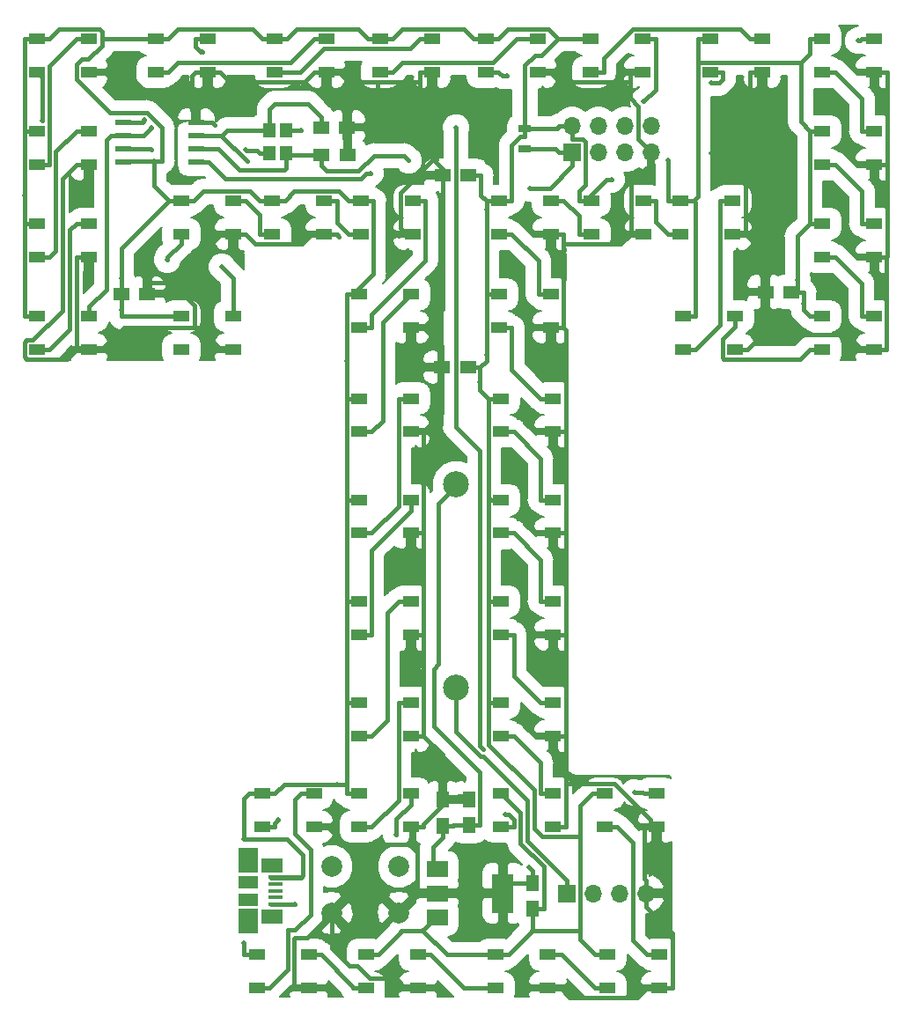
<source format=gbr>
G04 #@! TF.GenerationSoftware,KiCad,Pcbnew,(5.0.0)*
G04 #@! TF.CreationDate,2020-02-18T19:26:41-05:00*
G04 #@! TF.ProjectId,WS2812B Tiny T,575332383132422054696E7920542E6B,rev?*
G04 #@! TF.SameCoordinates,Original*
G04 #@! TF.FileFunction,Copper,L1,Top,Signal*
G04 #@! TF.FilePolarity,Positive*
%FSLAX46Y46*%
G04 Gerber Fmt 4.6, Leading zero omitted, Abs format (unit mm)*
G04 Created by KiCad (PCBNEW (5.0.0)) date 02/18/20 19:26:41*
%MOMM*%
%LPD*%
G01*
G04 APERTURE LIST*
G04 #@! TA.AperFunction,ComponentPad*
%ADD10C,2.500000*%
G04 #@! TD*
G04 #@! TA.AperFunction,SMDPad,CuDef*
%ADD11R,1.600000X1.000000*%
G04 #@! TD*
G04 #@! TA.AperFunction,SMDPad,CuDef*
%ADD12R,1.500000X1.250000*%
G04 #@! TD*
G04 #@! TA.AperFunction,SMDPad,CuDef*
%ADD13R,1.250000X1.500000*%
G04 #@! TD*
G04 #@! TA.AperFunction,ComponentPad*
%ADD14O,1.700000X1.700000*%
G04 #@! TD*
G04 #@! TA.AperFunction,ComponentPad*
%ADD15R,1.700000X1.700000*%
G04 #@! TD*
G04 #@! TA.AperFunction,ComponentPad*
%ADD16C,2.000000*%
G04 #@! TD*
G04 #@! TA.AperFunction,SMDPad,CuDef*
%ADD17R,1.300000X0.700000*%
G04 #@! TD*
G04 #@! TA.AperFunction,SMDPad,CuDef*
%ADD18R,1.550000X0.600000*%
G04 #@! TD*
G04 #@! TA.AperFunction,SMDPad,CuDef*
%ADD19R,1.150000X1.400000*%
G04 #@! TD*
G04 #@! TA.AperFunction,SMDPad,CuDef*
%ADD20R,2.100000X1.475000*%
G04 #@! TD*
G04 #@! TA.AperFunction,SMDPad,CuDef*
%ADD21R,1.900000X1.175000*%
G04 #@! TD*
G04 #@! TA.AperFunction,SMDPad,CuDef*
%ADD22R,1.900000X2.375000*%
G04 #@! TD*
G04 #@! TA.AperFunction,SMDPad,CuDef*
%ADD23R,1.380000X0.450000*%
G04 #@! TD*
G04 #@! TA.AperFunction,SMDPad,CuDef*
%ADD24R,2.000000X1.500000*%
G04 #@! TD*
G04 #@! TA.AperFunction,SMDPad,CuDef*
%ADD25R,2.000000X3.800000*%
G04 #@! TD*
G04 #@! TA.AperFunction,ViaPad*
%ADD26C,0.500000*%
G04 #@! TD*
G04 #@! TA.AperFunction,Conductor*
%ADD27C,0.400000*%
G04 #@! TD*
G04 #@! TA.AperFunction,Conductor*
%ADD28C,0.200000*%
G04 #@! TD*
G04 APERTURE END LIST*
D10*
G04 #@! TO.P,J1,1*
G04 #@! TO.N,V-Switch*
X127512000Y-121412000D03*
G04 #@! TO.P,J1,2*
G04 #@! TO.N,+BATT*
X127512000Y-101912000D03*
G04 #@! TD*
D11*
G04 #@! TO.P,U1,1*
G04 #@! TO.N,+5V*
X87162000Y-85712500D03*
G04 #@! TO.P,U1,2*
G04 #@! TO.N,Net-(U1-Pad2)*
X87162000Y-88912500D03*
G04 #@! TO.P,U1,4*
G04 #@! TO.N,DIN*
X92162000Y-85712500D03*
G04 #@! TO.P,U1,3*
G04 #@! TO.N,GND*
X92162000Y-88912500D03*
G04 #@! TD*
G04 #@! TO.P,U2,3*
G04 #@! TO.N,GND*
X92162000Y-80022500D03*
G04 #@! TO.P,U2,4*
G04 #@! TO.N,Net-(U1-Pad2)*
X92162000Y-76822500D03*
G04 #@! TO.P,U2,2*
G04 #@! TO.N,Net-(U2-Pad2)*
X87162000Y-80022500D03*
G04 #@! TO.P,U2,1*
G04 #@! TO.N,+5V*
X87162000Y-76822500D03*
G04 #@! TD*
G04 #@! TO.P,U3,1*
G04 #@! TO.N,+5V*
X87162000Y-67932500D03*
G04 #@! TO.P,U3,2*
G04 #@! TO.N,Net-(U3-Pad2)*
X87162000Y-71132500D03*
G04 #@! TO.P,U3,4*
G04 #@! TO.N,Net-(U2-Pad2)*
X92162000Y-67932500D03*
G04 #@! TO.P,U3,3*
G04 #@! TO.N,GND*
X92162000Y-71132500D03*
G04 #@! TD*
G04 #@! TO.P,U4,3*
G04 #@! TO.N,GND*
X92162000Y-62242500D03*
G04 #@! TO.P,U4,4*
G04 #@! TO.N,Net-(U3-Pad2)*
X92162000Y-59042500D03*
G04 #@! TO.P,U4,2*
G04 #@! TO.N,Net-(U4-Pad2)*
X87162000Y-62242500D03*
G04 #@! TO.P,U4,1*
G04 #@! TO.N,+5V*
X87162000Y-59042500D03*
G04 #@! TD*
G04 #@! TO.P,U5,1*
G04 #@! TO.N,+5V*
X98592000Y-59042500D03*
G04 #@! TO.P,U5,2*
G04 #@! TO.N,Net-(U5-Pad2)*
X98592000Y-62242500D03*
G04 #@! TO.P,U5,4*
G04 #@! TO.N,Net-(U4-Pad2)*
X103592000Y-59042500D03*
G04 #@! TO.P,U5,3*
G04 #@! TO.N,GND*
X103592000Y-62242500D03*
G04 #@! TD*
G04 #@! TO.P,U6,3*
G04 #@! TO.N,GND*
X115022000Y-62242500D03*
G04 #@! TO.P,U6,4*
G04 #@! TO.N,Net-(U5-Pad2)*
X115022000Y-59042500D03*
G04 #@! TO.P,U6,2*
G04 #@! TO.N,Net-(U6-Pad2)*
X110022000Y-62242500D03*
G04 #@! TO.P,U6,1*
G04 #@! TO.N,+5V*
X110022000Y-59042500D03*
G04 #@! TD*
G04 #@! TO.P,U7,1*
G04 #@! TO.N,+5V*
X120182000Y-59042500D03*
G04 #@! TO.P,U7,2*
G04 #@! TO.N,Net-(U7-Pad2)*
X120182000Y-62242500D03*
G04 #@! TO.P,U7,4*
G04 #@! TO.N,Net-(U6-Pad2)*
X125182000Y-59042500D03*
G04 #@! TO.P,U7,3*
G04 #@! TO.N,GND*
X125182000Y-62242500D03*
G04 #@! TD*
G04 #@! TO.P,U8,3*
G04 #@! TO.N,GND*
X135342000Y-62242500D03*
G04 #@! TO.P,U8,4*
G04 #@! TO.N,Net-(U7-Pad2)*
X135342000Y-59042500D03*
G04 #@! TO.P,U8,2*
G04 #@! TO.N,Net-(U8-Pad2)*
X130342000Y-62242500D03*
G04 #@! TO.P,U8,1*
G04 #@! TO.N,+5V*
X130342000Y-59042500D03*
G04 #@! TD*
G04 #@! TO.P,U9,1*
G04 #@! TO.N,+5V*
X140462000Y-59042500D03*
G04 #@! TO.P,U9,2*
G04 #@! TO.N,Net-(U10-Pad4)*
X140462000Y-62242500D03*
G04 #@! TO.P,U9,4*
G04 #@! TO.N,Net-(U8-Pad2)*
X145462000Y-59042500D03*
G04 #@! TO.P,U9,3*
G04 #@! TO.N,GND*
X145462000Y-62242500D03*
G04 #@! TD*
G04 #@! TO.P,U10,3*
G04 #@! TO.N,GND*
X156932000Y-62242500D03*
G04 #@! TO.P,U10,4*
G04 #@! TO.N,Net-(U10-Pad4)*
X156932000Y-59042500D03*
G04 #@! TO.P,U10,2*
G04 #@! TO.N,Net-(U10-Pad2)*
X151932000Y-62242500D03*
G04 #@! TO.P,U10,1*
G04 #@! TO.N,+5V*
X151932000Y-59042500D03*
G04 #@! TD*
G04 #@! TO.P,U11,1*
G04 #@! TO.N,+5V*
X162727000Y-59042500D03*
G04 #@! TO.P,U11,2*
G04 #@! TO.N,Net-(U11-Pad2)*
X162727000Y-62242500D03*
G04 #@! TO.P,U11,4*
G04 #@! TO.N,Net-(U10-Pad2)*
X167727000Y-59042500D03*
G04 #@! TO.P,U11,3*
G04 #@! TO.N,GND*
X167727000Y-62242500D03*
G04 #@! TD*
G04 #@! TO.P,U12,3*
G04 #@! TO.N,GND*
X167727000Y-71132500D03*
G04 #@! TO.P,U12,4*
G04 #@! TO.N,Net-(U11-Pad2)*
X167727000Y-67932500D03*
G04 #@! TO.P,U12,2*
G04 #@! TO.N,Net-(U12-Pad2)*
X162727000Y-71132500D03*
G04 #@! TO.P,U12,1*
G04 #@! TO.N,+5V*
X162727000Y-67932500D03*
G04 #@! TD*
G04 #@! TO.P,U13,1*
G04 #@! TO.N,+5V*
X162727000Y-76822500D03*
G04 #@! TO.P,U13,2*
G04 #@! TO.N,Net-(U13-Pad2)*
X162727000Y-80022500D03*
G04 #@! TO.P,U13,4*
G04 #@! TO.N,Net-(U12-Pad2)*
X167727000Y-76822500D03*
G04 #@! TO.P,U13,3*
G04 #@! TO.N,GND*
X167727000Y-80022500D03*
G04 #@! TD*
G04 #@! TO.P,U15,3*
G04 #@! TO.N,GND*
X154301000Y-88912500D03*
G04 #@! TO.P,U15,4*
G04 #@! TO.N,Net-(U14-Pad2)*
X154301000Y-85712500D03*
G04 #@! TO.P,U15,2*
G04 #@! TO.N,Net-(U15-Pad2)*
X149301000Y-88912500D03*
G04 #@! TO.P,U15,1*
G04 #@! TO.N,+5V*
X149301000Y-85712500D03*
G04 #@! TD*
G04 #@! TO.P,U16,1*
G04 #@! TO.N,+5V*
X149098000Y-74622500D03*
G04 #@! TO.P,U16,2*
G04 #@! TO.N,Net-(U16-Pad2)*
X149098000Y-77822500D03*
G04 #@! TO.P,U16,4*
G04 #@! TO.N,Net-(U15-Pad2)*
X154098000Y-74622500D03*
G04 #@! TO.P,U16,3*
G04 #@! TO.N,GND*
X154098000Y-77822500D03*
G04 #@! TD*
G04 #@! TO.P,U17,3*
G04 #@! TO.N,GND*
X145502000Y-77822500D03*
G04 #@! TO.P,U17,4*
G04 #@! TO.N,Net-(U16-Pad2)*
X145502000Y-74622500D03*
G04 #@! TO.P,U17,2*
G04 #@! TO.N,Net-(U17-Pad2)*
X140502000Y-77822500D03*
G04 #@! TO.P,U17,1*
G04 #@! TO.N,+5V*
X140502000Y-74622500D03*
G04 #@! TD*
G04 #@! TO.P,U18,1*
G04 #@! TO.N,+5V*
X131612000Y-74622500D03*
G04 #@! TO.P,U18,2*
G04 #@! TO.N,Net-(U18-Pad2)*
X131612000Y-77822500D03*
G04 #@! TO.P,U18,4*
G04 #@! TO.N,Net-(U17-Pad2)*
X136612000Y-74622500D03*
G04 #@! TO.P,U18,3*
G04 #@! TO.N,GND*
X136612000Y-77822500D03*
G04 #@! TD*
G04 #@! TO.P,U19,3*
G04 #@! TO.N,GND*
X136612000Y-86822500D03*
G04 #@! TO.P,U19,4*
G04 #@! TO.N,Net-(U18-Pad2)*
X136612000Y-83622500D03*
G04 #@! TO.P,U19,2*
G04 #@! TO.N,Net-(U19-Pad2)*
X131612000Y-86822500D03*
G04 #@! TO.P,U19,1*
G04 #@! TO.N,+5V*
X131612000Y-83622500D03*
G04 #@! TD*
G04 #@! TO.P,U20,1*
G04 #@! TO.N,+5V*
X131812000Y-93622500D03*
G04 #@! TO.P,U20,2*
G04 #@! TO.N,Net-(U20-Pad2)*
X131812000Y-96822500D03*
G04 #@! TO.P,U20,4*
G04 #@! TO.N,Net-(U19-Pad2)*
X136812000Y-93622500D03*
G04 #@! TO.P,U20,3*
G04 #@! TO.N,GND*
X136812000Y-96822500D03*
G04 #@! TD*
G04 #@! TO.P,U21,1*
G04 #@! TO.N,+5V*
X131812000Y-103372500D03*
G04 #@! TO.P,U21,2*
G04 #@! TO.N,Net-(U21-Pad2)*
X131812000Y-106572500D03*
G04 #@! TO.P,U21,4*
G04 #@! TO.N,Net-(U20-Pad2)*
X136812000Y-103372500D03*
G04 #@! TO.P,U21,3*
G04 #@! TO.N,GND*
X136812000Y-106572500D03*
G04 #@! TD*
G04 #@! TO.P,U22,3*
G04 #@! TO.N,GND*
X136812000Y-116322500D03*
G04 #@! TO.P,U22,4*
G04 #@! TO.N,Net-(U21-Pad2)*
X136812000Y-113122500D03*
G04 #@! TO.P,U22,2*
G04 #@! TO.N,Net-(U22-Pad2)*
X131812000Y-116322500D03*
G04 #@! TO.P,U22,1*
G04 #@! TO.N,+5V*
X131812000Y-113122500D03*
G04 #@! TD*
G04 #@! TO.P,U23,1*
G04 #@! TO.N,+5V*
X131812000Y-122872500D03*
G04 #@! TO.P,U23,2*
G04 #@! TO.N,Net-(U23-Pad2)*
X131812000Y-126072500D03*
G04 #@! TO.P,U23,4*
G04 #@! TO.N,Net-(U22-Pad2)*
X136812000Y-122872500D03*
G04 #@! TO.P,U23,3*
G04 #@! TO.N,GND*
X136812000Y-126072500D03*
G04 #@! TD*
G04 #@! TO.P,U24,3*
G04 #@! TO.N,GND*
X136812000Y-134822500D03*
G04 #@! TO.P,U24,4*
G04 #@! TO.N,Net-(U23-Pad2)*
X136812000Y-131622500D03*
G04 #@! TO.P,U24,2*
G04 #@! TO.N,Net-(U24-Pad2)*
X131812000Y-134822500D03*
G04 #@! TO.P,U24,1*
G04 #@! TO.N,+5V*
X131812000Y-131622500D03*
G04 #@! TD*
G04 #@! TO.P,U25,1*
G04 #@! TO.N,+5V*
X141772000Y-131622500D03*
G04 #@! TO.P,U25,2*
G04 #@! TO.N,Net-(U25-Pad2)*
X141772000Y-134822500D03*
G04 #@! TO.P,U25,4*
G04 #@! TO.N,Net-(U24-Pad2)*
X146772000Y-131622500D03*
G04 #@! TO.P,U25,3*
G04 #@! TO.N,GND*
X146772000Y-134822500D03*
G04 #@! TD*
G04 #@! TO.P,U26,3*
G04 #@! TO.N,GND*
X147062000Y-150322500D03*
G04 #@! TO.P,U26,4*
G04 #@! TO.N,Net-(U25-Pad2)*
X147062000Y-147122500D03*
G04 #@! TO.P,U26,2*
G04 #@! TO.N,Net-(U26-Pad2)*
X142062000Y-150322500D03*
G04 #@! TO.P,U26,1*
G04 #@! TO.N,+5V*
X142062000Y-147122500D03*
G04 #@! TD*
G04 #@! TO.P,U27,1*
G04 #@! TO.N,+5V*
X131312000Y-147122500D03*
G04 #@! TO.P,U27,2*
G04 #@! TO.N,Net-(U27-Pad2)*
X131312000Y-150322500D03*
G04 #@! TO.P,U27,4*
G04 #@! TO.N,Net-(U26-Pad2)*
X136312000Y-147122500D03*
G04 #@! TO.P,U27,3*
G04 #@! TO.N,GND*
X136312000Y-150322500D03*
G04 #@! TD*
G04 #@! TO.P,U28,3*
G04 #@! TO.N,GND*
X123812000Y-150322500D03*
G04 #@! TO.P,U28,4*
G04 #@! TO.N,Net-(U27-Pad2)*
X123812000Y-147122500D03*
G04 #@! TO.P,U28,2*
G04 #@! TO.N,Net-(U28-Pad2)*
X118812000Y-150322500D03*
G04 #@! TO.P,U28,1*
G04 #@! TO.N,+5V*
X118812000Y-147122500D03*
G04 #@! TD*
G04 #@! TO.P,U29,1*
G04 #@! TO.N,+5V*
X108312000Y-147122500D03*
G04 #@! TO.P,U29,2*
G04 #@! TO.N,Net-(U29-Pad2)*
X108312000Y-150322500D03*
G04 #@! TO.P,U29,4*
G04 #@! TO.N,Net-(U28-Pad2)*
X113312000Y-147122500D03*
G04 #@! TO.P,U29,3*
G04 #@! TO.N,GND*
X113312000Y-150322500D03*
G04 #@! TD*
G04 #@! TO.P,U30,3*
G04 #@! TO.N,GND*
X113812000Y-134822500D03*
G04 #@! TO.P,U30,4*
G04 #@! TO.N,Net-(U29-Pad2)*
X113812000Y-131622500D03*
G04 #@! TO.P,U30,2*
G04 #@! TO.N,Net-(U30-Pad2)*
X108812000Y-134822500D03*
G04 #@! TO.P,U30,1*
G04 #@! TO.N,+5V*
X108812000Y-131622500D03*
G04 #@! TD*
G04 #@! TO.P,U31,1*
G04 #@! TO.N,+5V*
X118142000Y-131622500D03*
G04 #@! TO.P,U31,2*
G04 #@! TO.N,Net-(U31-Pad2)*
X118142000Y-134822500D03*
G04 #@! TO.P,U31,4*
G04 #@! TO.N,Net-(U30-Pad2)*
X123142000Y-131622500D03*
G04 #@! TO.P,U31,3*
G04 #@! TO.N,GND*
X123142000Y-134822500D03*
G04 #@! TD*
G04 #@! TO.P,U32,3*
G04 #@! TO.N,GND*
X123142000Y-126072500D03*
G04 #@! TO.P,U32,4*
G04 #@! TO.N,Net-(U31-Pad2)*
X123142000Y-122872500D03*
G04 #@! TO.P,U32,2*
G04 #@! TO.N,Net-(U32-Pad2)*
X118142000Y-126072500D03*
G04 #@! TO.P,U32,1*
G04 #@! TO.N,+5V*
X118142000Y-122872500D03*
G04 #@! TD*
G04 #@! TO.P,U33,1*
G04 #@! TO.N,+5V*
X118142000Y-113122500D03*
G04 #@! TO.P,U33,2*
G04 #@! TO.N,Net-(U33-Pad2)*
X118142000Y-116322500D03*
G04 #@! TO.P,U33,4*
G04 #@! TO.N,Net-(U32-Pad2)*
X123142000Y-113122500D03*
G04 #@! TO.P,U33,3*
G04 #@! TO.N,GND*
X123142000Y-116322500D03*
G04 #@! TD*
G04 #@! TO.P,U34,3*
G04 #@! TO.N,GND*
X123142000Y-106572500D03*
G04 #@! TO.P,U34,4*
G04 #@! TO.N,Net-(U33-Pad2)*
X123142000Y-103372500D03*
G04 #@! TO.P,U34,2*
G04 #@! TO.N,Net-(U34-Pad2)*
X118142000Y-106572500D03*
G04 #@! TO.P,U34,1*
G04 #@! TO.N,+5V*
X118142000Y-103372500D03*
G04 #@! TD*
G04 #@! TO.P,U35,1*
G04 #@! TO.N,+5V*
X118142000Y-93622500D03*
G04 #@! TO.P,U35,2*
G04 #@! TO.N,Net-(U35-Pad2)*
X118142000Y-96822500D03*
G04 #@! TO.P,U35,4*
G04 #@! TO.N,Net-(U34-Pad2)*
X123142000Y-93622500D03*
G04 #@! TO.P,U35,3*
G04 #@! TO.N,GND*
X123142000Y-96822500D03*
G04 #@! TD*
G04 #@! TO.P,U36,3*
G04 #@! TO.N,GND*
X123142000Y-86822500D03*
G04 #@! TO.P,U36,4*
G04 #@! TO.N,Net-(U35-Pad2)*
X123142000Y-83622500D03*
G04 #@! TO.P,U36,2*
G04 #@! TO.N,Net-(U36-Pad2)*
X118142000Y-86822500D03*
G04 #@! TO.P,U36,1*
G04 #@! TO.N,+5V*
X118142000Y-83622500D03*
G04 #@! TD*
G04 #@! TO.P,U37,1*
G04 #@! TO.N,+5V*
X118312000Y-74622500D03*
G04 #@! TO.P,U37,2*
G04 #@! TO.N,Net-(U37-Pad2)*
X118312000Y-77822500D03*
G04 #@! TO.P,U37,4*
G04 #@! TO.N,Net-(U36-Pad2)*
X123312000Y-74622500D03*
G04 #@! TO.P,U37,3*
G04 #@! TO.N,GND*
X123312000Y-77822500D03*
G04 #@! TD*
G04 #@! TO.P,U38,3*
G04 #@! TO.N,GND*
X114812000Y-77822500D03*
G04 #@! TO.P,U38,4*
G04 #@! TO.N,Net-(U37-Pad2)*
X114812000Y-74622500D03*
G04 #@! TO.P,U38,2*
G04 #@! TO.N,Net-(U38-Pad2)*
X109812000Y-77822500D03*
G04 #@! TO.P,U38,1*
G04 #@! TO.N,+5V*
X109812000Y-74622500D03*
G04 #@! TD*
G04 #@! TO.P,U39,1*
G04 #@! TO.N,+5V*
X101062000Y-74622500D03*
G04 #@! TO.P,U39,2*
G04 #@! TO.N,Net-(U39-Pad2)*
X101062000Y-77822500D03*
G04 #@! TO.P,U39,4*
G04 #@! TO.N,Net-(U38-Pad2)*
X106062000Y-74622500D03*
G04 #@! TO.P,U39,3*
G04 #@! TO.N,GND*
X106062000Y-77822500D03*
G04 #@! TD*
G04 #@! TO.P,U14,1*
G04 #@! TO.N,+5V*
X162687000Y-85712500D03*
G04 #@! TO.P,U14,2*
G04 #@! TO.N,Net-(U14-Pad2)*
X162687000Y-88912500D03*
G04 #@! TO.P,U14,4*
G04 #@! TO.N,Net-(U13-Pad2)*
X167687000Y-85712500D03*
G04 #@! TO.P,U14,3*
G04 #@! TO.N,GND*
X167687000Y-88912500D03*
G04 #@! TD*
D12*
G04 #@! TO.P,C1,1*
G04 #@! TO.N,PB3*
X114554000Y-70231000D03*
G04 #@! TO.P,C1,2*
G04 #@! TO.N,GND*
X117054000Y-70231000D03*
G04 #@! TD*
G04 #@! TO.P,C2,2*
G04 #@! TO.N,GND*
X116990500Y-67564000D03*
G04 #@! TO.P,C2,1*
G04 #@! TO.N,PB4*
X114490500Y-67564000D03*
G04 #@! TD*
D13*
G04 #@! TO.P,C3,2*
G04 #@! TO.N,GND*
X134874000Y-140195500D03*
G04 #@! TO.P,C3,1*
G04 #@! TO.N,+5V*
X134874000Y-142695500D03*
G04 #@! TD*
D12*
G04 #@! TO.P,C4,1*
G04 #@! TO.N,+5V*
X128687000Y-72174100D03*
G04 #@! TO.P,C4,2*
G04 #@! TO.N,GND*
X126187000Y-72174100D03*
G04 #@! TD*
G04 #@! TO.P,C5,2*
G04 #@! TO.N,GND*
X97770000Y-83553300D03*
G04 #@! TO.P,C5,1*
G04 #@! TO.N,+5V*
X95270000Y-83553300D03*
G04 #@! TD*
G04 #@! TO.P,C6,1*
G04 #@! TO.N,+5V*
X128626000Y-90614500D03*
G04 #@! TO.P,C6,2*
G04 #@! TO.N,GND*
X126126000Y-90614500D03*
G04 #@! TD*
G04 #@! TO.P,C7,2*
G04 #@! TO.N,GND*
X157246000Y-83400900D03*
G04 #@! TO.P,C7,1*
G04 #@! TO.N,+5V*
X159746000Y-83400900D03*
G04 #@! TD*
D13*
G04 #@! TO.P,C8,1*
G04 #@! TO.N,+BATT*
X126187000Y-134688500D03*
G04 #@! TO.P,C8,2*
G04 #@! TO.N,GND*
X126187000Y-132188500D03*
G04 #@! TD*
G04 #@! TO.P,C9,2*
G04 #@! TO.N,GND*
X128701000Y-132169500D03*
G04 #@! TO.P,C9,1*
G04 #@! TO.N,+BATT*
X128701000Y-134669500D03*
G04 #@! TD*
D14*
G04 #@! TO.P,J2,4*
G04 #@! TO.N,GND*
X145732000Y-141222500D03*
G04 #@! TO.P,J2,3*
G04 #@! TO.N,V-Switch*
X143192000Y-141222500D03*
G04 #@! TO.P,J2,2*
X140652000Y-141222500D03*
D15*
G04 #@! TO.P,J2,1*
X138112000Y-141222500D03*
G04 #@! TD*
D11*
G04 #@! TO.P,U40,1*
G04 #@! TO.N,+5V*
X101062000Y-85722500D03*
G04 #@! TO.P,U40,2*
G04 #@! TO.N,N/C*
X101062000Y-88922500D03*
G04 #@! TO.P,U40,4*
G04 #@! TO.N,Net-(U39-Pad2)*
X106062000Y-85722500D03*
G04 #@! TO.P,U40,3*
G04 #@! TO.N,GND*
X106062000Y-88922500D03*
G04 #@! TD*
D16*
G04 #@! TO.P,SW1,1*
G04 #@! TO.N,BTN*
X122000000Y-138622500D03*
G04 #@! TO.P,SW1,2*
G04 #@! TO.N,GND*
X122000000Y-143122500D03*
G04 #@! TO.P,SW1,1*
G04 #@! TO.N,BTN*
X115500000Y-138622500D03*
G04 #@! TO.P,SW1,2*
G04 #@! TO.N,GND*
X115500000Y-143122500D03*
G04 #@! TD*
D14*
G04 #@! TO.P,J3,8*
G04 #@! TO.N,PB0*
X146300000Y-67453500D03*
G04 #@! TO.P,J3,7*
G04 #@! TO.N,GND*
X146300000Y-69993500D03*
G04 #@! TO.P,J3,6*
G04 #@! TO.N,DIN*
X143760000Y-67453500D03*
G04 #@! TO.P,J3,5*
G04 #@! TO.N,PB4*
X143760000Y-69993500D03*
G04 #@! TO.P,J3,4*
G04 #@! TO.N,BTN*
X141220000Y-67453500D03*
G04 #@! TO.P,J3,3*
G04 #@! TO.N,PB3*
X141220000Y-69993500D03*
G04 #@! TO.P,J3,2*
G04 #@! TO.N,+5V*
X138680000Y-67453500D03*
D15*
G04 #@! TO.P,J3,1*
G04 #@! TO.N,RST*
X138680000Y-69993500D03*
G04 #@! TD*
D17*
G04 #@! TO.P,R1,2*
G04 #@! TO.N,RST*
X134112000Y-69603700D03*
G04 #@! TO.P,R1,1*
G04 #@! TO.N,+5V*
X134112000Y-67703700D03*
G04 #@! TD*
D18*
G04 #@! TO.P,MCU1,1*
G04 #@! TO.N,RST*
X102489000Y-70866000D03*
G04 #@! TO.P,MCU1,2*
G04 #@! TO.N,PB3*
X102489000Y-69596000D03*
G04 #@! TO.P,MCU1,3*
G04 #@! TO.N,PB4*
X102489000Y-68326000D03*
G04 #@! TO.P,MCU1,4*
G04 #@! TO.N,GND*
X102489000Y-67056000D03*
G04 #@! TO.P,MCU1,5*
G04 #@! TO.N,PB0*
X95489000Y-67056000D03*
G04 #@! TO.P,MCU1,6*
G04 #@! TO.N,DIN*
X95489000Y-68326000D03*
G04 #@! TO.P,MCU1,7*
G04 #@! TO.N,BTN*
X95489000Y-69596000D03*
G04 #@! TO.P,MCU1,8*
G04 #@! TO.N,+5V*
X95489000Y-70861000D03*
G04 #@! TD*
D19*
G04 #@! TO.P,Y1,4*
G04 #@! TO.N,GND*
X109537500Y-70018000D03*
G04 #@! TO.P,Y1,3*
G04 #@! TO.N,PB4*
X109537500Y-67818000D03*
G04 #@! TO.P,Y1,2*
G04 #@! TO.N,GND*
X111137500Y-67818000D03*
G04 #@! TO.P,Y1,1*
G04 #@! TO.N,PB3*
X111137500Y-70018000D03*
G04 #@! TD*
D20*
G04 #@! TO.P,USB1,SH*
G04 #@! TO.N,N/C*
X109750000Y-143425000D03*
D21*
X107450000Y-141800000D03*
D22*
X107450000Y-138050000D03*
X107450000Y-143875000D03*
D21*
X107450000Y-140125000D03*
D20*
X109750000Y-138500000D03*
D23*
G04 #@! TO.P,USB1,1*
G04 #@! TO.N,+5V*
X110110000Y-139662500D03*
G04 #@! TO.P,USB1,2*
G04 #@! TO.N,N/C*
X110110000Y-140312500D03*
G04 #@! TO.P,USB1,3*
X110110000Y-140962500D03*
G04 #@! TO.P,USB1,4*
X110110000Y-141612500D03*
G04 #@! TO.P,USB1,5*
G04 #@! TO.N,V-Switch*
X110110000Y-142262500D03*
G04 #@! TD*
D24*
G04 #@! TO.P,U41,1*
G04 #@! TO.N,+BATT*
X125700000Y-138911500D03*
G04 #@! TO.P,U41,3*
G04 #@! TO.N,+5V*
X125700000Y-143511500D03*
G04 #@! TO.P,U41,2*
G04 #@! TO.N,GND*
X125700000Y-141211500D03*
D25*
X132000000Y-141211500D03*
G04 #@! TD*
D26*
G04 #@! TO.N,GND*
X116225100Y-78067800D03*
X121955500Y-77972000D03*
X134531300Y-138692800D03*
X152047700Y-70009700D03*
X107251500Y-69723000D03*
X92011500Y-72707500D03*
X95707000Y-62242500D03*
X112585500Y-67818000D03*
X104267000Y-67310000D03*
X119253000Y-67564000D03*
G04 #@! TO.N,+5V*
X147889500Y-70724800D03*
X142424800Y-72576000D03*
X130401700Y-89446100D03*
X160326200Y-82232500D03*
X130401700Y-75425300D03*
X98440400Y-70777100D03*
X134874000Y-144770800D03*
X124268700Y-144767300D03*
X122237700Y-144907100D03*
X95270000Y-85077300D03*
X95270000Y-82080100D03*
X160906300Y-84518500D03*
X129786300Y-92087700D03*
X116931700Y-90055700D03*
X85951700Y-74104500D03*
X116027200Y-130712100D03*
X137273400Y-59042500D03*
X107101700Y-146000000D03*
X107101700Y-136000000D03*
G04 #@! TO.N,DIN*
X98179100Y-67549200D03*
G04 #@! TO.N,Net-(U4-Pad2)*
X103067500Y-60337300D03*
X87676300Y-66875700D03*
G04 #@! TO.N,Net-(U8-Pad2)*
X132397900Y-62628200D03*
X145535500Y-65088700D03*
G04 #@! TO.N,Net-(U10-Pad2)*
X166160800Y-59240000D03*
X152047700Y-63300500D03*
G04 #@! TO.N,Net-(U24-Pad2)*
X144618900Y-131522200D03*
X132217200Y-133637400D03*
G04 #@! TO.N,Net-(U30-Pad2)*
X121751400Y-135565400D03*
X110356800Y-134167800D03*
G04 #@! TO.N,BTN*
X130128100Y-127357400D03*
X127509500Y-67577200D03*
X98179100Y-69678300D03*
G04 #@! TO.N,Net-(U39-Pad2)*
X99720400Y-80302100D03*
X104952800Y-80962500D03*
G04 #@! TO.N,PB3*
X122938600Y-70749800D03*
G04 #@! TO.N,PB4*
X107378500Y-70802500D03*
G04 #@! TO.N,PB0*
X97498000Y-66864000D03*
G04 #@! TO.N,RST*
X119227600Y-71970900D03*
X134569200Y-73393300D03*
G04 #@! TO.N,V-Switch*
X111950000Y-142300000D03*
G04 #@! TD*
D27*
G04 #@! TO.N,GND*
X122406000Y-77521500D02*
X122101600Y-77217200D01*
X122101600Y-77217200D02*
X122101600Y-73878200D01*
X122101600Y-73878200D02*
X125222600Y-70757200D01*
X125222600Y-70757200D02*
X125298900Y-70757200D01*
X125298900Y-70757200D02*
X125341900Y-70714200D01*
X122706900Y-77822500D02*
X122406000Y-77521500D01*
X122406000Y-77521500D02*
X121955500Y-77972000D01*
X114812000Y-77822500D02*
X116022300Y-77822500D01*
X116225100Y-78067800D02*
X116022300Y-77865000D01*
X116022300Y-77865000D02*
X116022300Y-77822500D01*
X90951700Y-88912500D02*
X90041300Y-89822900D01*
X90041300Y-89822900D02*
X86141000Y-89822900D01*
X86141000Y-89822900D02*
X85951600Y-89633500D01*
X85951600Y-89633500D02*
X85951600Y-88206000D01*
X85951600Y-88206000D02*
X86155500Y-88002100D01*
X86155500Y-88002100D02*
X86761800Y-88002100D01*
X86761800Y-88002100D02*
X89593100Y-85170800D01*
X89593100Y-85170800D02*
X89593100Y-72491100D01*
X89593100Y-72491100D02*
X90951700Y-71132500D01*
X90951700Y-80022500D02*
X90951700Y-88912500D01*
X92162000Y-71132500D02*
X90951700Y-71132500D01*
X102306300Y-86770500D02*
X95514300Y-86770500D01*
X95514300Y-86770500D02*
X93372300Y-88912500D01*
X104851700Y-88922500D02*
X102699700Y-86770500D01*
X102699700Y-86770500D02*
X102306300Y-86770500D01*
X102306300Y-86770500D02*
X102306300Y-84668100D01*
X102306300Y-84668100D02*
X100156200Y-82518000D01*
X92162000Y-88912500D02*
X93372300Y-88912500D01*
X103592000Y-62242500D02*
X104802300Y-62242500D01*
X115022000Y-62242500D02*
X113811700Y-62242500D01*
X113811700Y-62242500D02*
X112901400Y-63152800D01*
X112901400Y-63152800D02*
X105712600Y-63152800D01*
X105712600Y-63152800D02*
X104802300Y-62242500D01*
X115627200Y-62242500D02*
X115022000Y-62242500D01*
X115627200Y-62242500D02*
X116232300Y-62242500D01*
X144251700Y-63152800D02*
X144251700Y-64738600D01*
X144251700Y-64738600D02*
X145030000Y-65516900D01*
X145030000Y-65516900D02*
X145030000Y-68014600D01*
X134874000Y-140195500D02*
X134874000Y-139035200D01*
X134531300Y-138692800D02*
X134873700Y-139035200D01*
X134873700Y-139035200D02*
X134874000Y-139035200D01*
X155308300Y-70009700D02*
X152047700Y-70009700D01*
X155721700Y-62242500D02*
X155721700Y-69596300D01*
X155721700Y-69596300D02*
X155308300Y-70009700D01*
X155308300Y-70009700D02*
X155308300Y-77822500D01*
X168897300Y-80022500D02*
X168937300Y-79982500D01*
X168937300Y-79982500D02*
X168937300Y-71132500D01*
X168784700Y-80022500D02*
X168897300Y-80022500D01*
X168897300Y-88912500D02*
X168897300Y-80022500D01*
X167727000Y-80022500D02*
X168784700Y-80022500D01*
X157246000Y-87465000D02*
X165029200Y-87465000D01*
X165029200Y-87465000D02*
X166476700Y-88912500D01*
X155511300Y-88912500D02*
X156958800Y-87465000D01*
X156958800Y-87465000D02*
X157246000Y-87465000D01*
X157246000Y-84436200D02*
X157246000Y-87465000D01*
X167687000Y-88912500D02*
X166476700Y-88912500D01*
X137822300Y-78781200D02*
X137822300Y-77822500D01*
X137822300Y-86822500D02*
X137822300Y-78781200D01*
X137822300Y-78781200D02*
X143333000Y-78781200D01*
X143333000Y-78781200D02*
X144291700Y-77822500D01*
X138022300Y-96822500D02*
X138022300Y-87022500D01*
X138022300Y-87022500D02*
X137822300Y-86822500D01*
X137869700Y-96822500D02*
X138022300Y-96822500D01*
X136812000Y-96822500D02*
X137869700Y-96822500D01*
X138022300Y-106572500D02*
X138022300Y-96822500D01*
X137869700Y-106572500D02*
X138022300Y-106572500D01*
X136812000Y-106572500D02*
X137869700Y-106572500D01*
X138022300Y-116322500D02*
X138022300Y-106572500D01*
X137869700Y-116322500D02*
X138022300Y-116322500D01*
X136812000Y-116322500D02*
X137869700Y-116322500D01*
X138022300Y-130703200D02*
X138022300Y-126072500D01*
X138022300Y-134822500D02*
X138022300Y-130703200D01*
X146166900Y-134822500D02*
X146166900Y-134129600D01*
X146166900Y-134129600D02*
X142740500Y-130703200D01*
X142740500Y-130703200D02*
X138022300Y-130703200D01*
X146166900Y-134822500D02*
X145561700Y-134822500D01*
X146772000Y-134822500D02*
X146166900Y-134822500D01*
X147062000Y-150322500D02*
X145851700Y-150322500D01*
X136312000Y-150322500D02*
X137522300Y-150322500D01*
X137522300Y-150322500D02*
X138432600Y-151232800D01*
X138432600Y-151232800D02*
X144941400Y-151232800D01*
X144941400Y-151232800D02*
X145851700Y-150322500D01*
X124352300Y-86822500D02*
X126187000Y-84987800D01*
X126187000Y-84987800D02*
X126187000Y-72174100D01*
X124199700Y-86822500D02*
X124352300Y-86822500D01*
X123142000Y-86822500D02*
X124199700Y-86822500D01*
X123747200Y-134822500D02*
X124352300Y-134822500D01*
X123142000Y-134822500D02*
X123747200Y-134822500D01*
X124352300Y-126072500D02*
X126187000Y-127907200D01*
X126187000Y-127907200D02*
X126187000Y-132188500D01*
X124199700Y-126072500D02*
X124352300Y-126072500D01*
X123142000Y-126072500D02*
X124199700Y-126072500D01*
X124352300Y-96822500D02*
X124352300Y-106572500D01*
X124199700Y-96822500D02*
X124352300Y-96822500D01*
X123142000Y-96822500D02*
X124199700Y-96822500D01*
X125341900Y-70714200D02*
X124330000Y-69702100D01*
X126187000Y-72174100D02*
X126187000Y-71559300D01*
X126187000Y-71559300D02*
X125341900Y-70714200D01*
X123312000Y-77822500D02*
X122706900Y-77822500D01*
X114812000Y-77822500D02*
X113601700Y-77822500D01*
X106062000Y-77822500D02*
X107272300Y-77822500D01*
X107272300Y-77822500D02*
X108182600Y-78732800D01*
X108182600Y-78732800D02*
X112691400Y-78732800D01*
X112691400Y-78732800D02*
X113601700Y-77822500D01*
X105456900Y-77822500D02*
X106062000Y-77822500D01*
X105456900Y-77822500D02*
X104851700Y-77822500D01*
X167687000Y-88912500D02*
X168897300Y-88912500D01*
X100156200Y-82518000D02*
X104851700Y-77822500D01*
X97770000Y-82518000D02*
X100156200Y-82518000D01*
X106062000Y-88922500D02*
X104851700Y-88922500D01*
X92162000Y-88912500D02*
X90951700Y-88912500D01*
X92162000Y-80022500D02*
X90951700Y-80022500D01*
X123971700Y-63154000D02*
X123971700Y-62242500D01*
X124330000Y-66166800D02*
X123971700Y-65808500D01*
X123971700Y-65808500D02*
X123971700Y-63154000D01*
X116232300Y-62242500D02*
X117143800Y-63154000D01*
X135342000Y-62242500D02*
X136552300Y-62242500D01*
X144251700Y-63152800D02*
X144251700Y-62242500D01*
X136552300Y-62242500D02*
X137462600Y-63152800D01*
X137462600Y-63152800D02*
X144251700Y-63152800D01*
X156932000Y-62242500D02*
X155721700Y-62242500D01*
X167727000Y-62242500D02*
X168937300Y-62242500D01*
X167727000Y-71132500D02*
X168937300Y-71132500D01*
X168937300Y-71132500D02*
X168937300Y-62242500D01*
X157246000Y-83400900D02*
X157246000Y-84436200D01*
X154301000Y-88912500D02*
X155511300Y-88912500D01*
X145502000Y-77822500D02*
X144291700Y-77822500D01*
X144291700Y-77822500D02*
X144291700Y-72931900D01*
X144291700Y-72931900D02*
X145748600Y-71475000D01*
X136612000Y-77822500D02*
X137822300Y-77822500D01*
X136612000Y-86822500D02*
X137822300Y-86822500D01*
X138022300Y-116322500D02*
X138022300Y-126072500D01*
X136812000Y-126072500D02*
X138022300Y-126072500D01*
X136812000Y-134822500D02*
X138022300Y-134822500D01*
X145732000Y-141222500D02*
X145732000Y-142482800D01*
X147062000Y-150322500D02*
X148272300Y-150322500D01*
X148272300Y-150322500D02*
X148272300Y-145023100D01*
X148272300Y-145023100D02*
X145732000Y-142482800D01*
X123812000Y-150322500D02*
X122601700Y-150322500D01*
X122601700Y-150322500D02*
X121691400Y-149412200D01*
X121691400Y-149412200D02*
X119185800Y-149412200D01*
X124352300Y-126072500D02*
X124352300Y-116322500D01*
X123142000Y-116322500D02*
X124352300Y-116322500D01*
X123142000Y-106572500D02*
X124352300Y-106572500D01*
X124352300Y-106572500D02*
X124352300Y-116322500D01*
X126126000Y-90614500D02*
X126126000Y-95048800D01*
X126126000Y-95048800D02*
X124352300Y-96822500D01*
X126126000Y-90096800D02*
X126126000Y-90614500D01*
X126126000Y-90096800D02*
X126126000Y-89579200D01*
X126126000Y-89579200D02*
X126126000Y-88596200D01*
X126126000Y-88596200D02*
X124352300Y-86822500D01*
X126704700Y-132188500D02*
X124352300Y-134540900D01*
X124352300Y-134540900D02*
X124352300Y-134822500D01*
X126704700Y-132188500D02*
X127222300Y-132188500D01*
X126187000Y-132188500D02*
X126704700Y-132188500D01*
X131723000Y-140195500D02*
X131723000Y-139686500D01*
X97770000Y-83553300D02*
X97770000Y-82518000D01*
X154098000Y-77822500D02*
X155308300Y-77822500D01*
X157246000Y-83400900D02*
X157246000Y-79760200D01*
X157246000Y-79760200D02*
X155308300Y-77822500D01*
X128701000Y-132169500D02*
X127241300Y-132169500D01*
X127241300Y-132169500D02*
X127222300Y-132188500D01*
X145732000Y-141222500D02*
X145732000Y-139962200D01*
X145732000Y-139962200D02*
X145561700Y-139791900D01*
X145561700Y-139791900D02*
X145561700Y-134822500D01*
X103592000Y-62242500D02*
X102381700Y-62242500D01*
X102031300Y-62592900D02*
X102381700Y-62242500D01*
X131723000Y-142736500D02*
X131723000Y-140195500D01*
X131723000Y-140195500D02*
X133838700Y-140195500D01*
X134874000Y-140195500D02*
X133838700Y-140195500D01*
X145462000Y-62242500D02*
X144251700Y-62242500D01*
X124330000Y-67202100D02*
X124330000Y-66166800D01*
X125182000Y-62242500D02*
X123971700Y-62242500D01*
X124330000Y-67202100D02*
X124330000Y-69702100D01*
X108562500Y-70018000D02*
X108331000Y-69786500D01*
X109537500Y-70018000D02*
X108562500Y-70018000D01*
X108331000Y-69786500D02*
X107315000Y-69786500D01*
X107315000Y-69786500D02*
X107251500Y-69723000D01*
X92276500Y-71247000D02*
X92162000Y-71132500D01*
X102489000Y-66356000D02*
X102031300Y-65898300D01*
X102489000Y-67056000D02*
X102489000Y-66356000D01*
X92011500Y-71283000D02*
X92162000Y-71132500D01*
X92011500Y-72707500D02*
X92011500Y-71283000D01*
X97472500Y-64008000D02*
X102031300Y-64008000D01*
X95707000Y-62242500D02*
X95707000Y-62242500D01*
X92162000Y-62242500D02*
X95707000Y-62242500D01*
X102031300Y-65898300D02*
X102031300Y-64008000D01*
X102031300Y-64008000D02*
X102031300Y-62592900D01*
X95707000Y-62242500D02*
X97472500Y-64008000D01*
X111137500Y-67818000D02*
X112585500Y-67818000D01*
X104013000Y-67056000D02*
X104267000Y-67310000D01*
X102489000Y-67056000D02*
X104013000Y-67056000D01*
X116990500Y-70167500D02*
X117054000Y-70231000D01*
X116990500Y-67564000D02*
X116990500Y-70167500D01*
X116990500Y-67564000D02*
X119253000Y-67564000D01*
X119253000Y-67564000D02*
X119697500Y-67564000D01*
X119951500Y-67310000D02*
X119951500Y-63154000D01*
X119697500Y-67564000D02*
X119951500Y-67310000D01*
X117143800Y-63154000D02*
X119951500Y-63154000D01*
X119951500Y-63154000D02*
X123971700Y-63154000D01*
X145030000Y-68723500D02*
X146300000Y-69993500D01*
X145030000Y-68014600D02*
X145030000Y-68723500D01*
X146020581Y-71475000D02*
X145748600Y-71475000D01*
X146300000Y-71195581D02*
X146020581Y-71475000D01*
X146300000Y-69993500D02*
X146300000Y-71195581D01*
X118000000Y-148226400D02*
X117226400Y-148226400D01*
X119185800Y-149412200D02*
X118000000Y-148226400D01*
X115500000Y-146500000D02*
X115500000Y-143122500D01*
X117226400Y-148226400D02*
X115500000Y-146500000D01*
X112101700Y-150322500D02*
X113312000Y-150322500D01*
X111911610Y-150132410D02*
X112101700Y-150322500D01*
X111911610Y-145588390D02*
X111911610Y-150132410D01*
X112000000Y-145500000D02*
X111911610Y-145588390D01*
X115500000Y-143122500D02*
X113122500Y-145500000D01*
X113122500Y-145500000D02*
X112000000Y-145500000D01*
X125700000Y-141211500D02*
X132000000Y-141211500D01*
X123142000Y-136108000D02*
X123142000Y-134822500D01*
X122750000Y-136500000D02*
X123142000Y-136108000D01*
X116750000Y-136500000D02*
X122750000Y-136500000D01*
X113812000Y-134822500D02*
X115072500Y-134822500D01*
X115072500Y-134822500D02*
X116750000Y-136500000D01*
X122750000Y-136500000D02*
X123000000Y-136500000D01*
X123000000Y-136500000D02*
X123750000Y-137250000D01*
X123750000Y-141372500D02*
X122000000Y-143122500D01*
X123961500Y-141211500D02*
X123750000Y-141000000D01*
X125700000Y-141211500D02*
X123961500Y-141211500D01*
X123750000Y-137250000D02*
X123750000Y-141000000D01*
X123750000Y-141000000D02*
X123750000Y-141372500D01*
G04 #@! TO.N,+5V*
X93437500Y-59042500D02*
X93437500Y-59682700D01*
X93437500Y-59682700D02*
X92105800Y-61014400D01*
X92105800Y-61014400D02*
X91456500Y-61014400D01*
X91456500Y-61014400D02*
X90951600Y-61519300D01*
X90951600Y-61519300D02*
X90951600Y-62948700D01*
X90951600Y-62948700D02*
X94156800Y-66153900D01*
X94156800Y-66153900D02*
X97722700Y-66153900D01*
X97722700Y-66153900D02*
X99188400Y-67619600D01*
X99188400Y-67619600D02*
X99188400Y-70777100D01*
X88372300Y-59042500D02*
X89282600Y-58132200D01*
X89282600Y-58132200D02*
X93210000Y-58132200D01*
X93210000Y-58132200D02*
X93437500Y-58359700D01*
X93437500Y-58359700D02*
X93437500Y-59042500D01*
X93437500Y-59042500D02*
X97381700Y-59042500D01*
X98440400Y-70777100D02*
X98440400Y-70777100D01*
X139382000Y-135759700D02*
X135794300Y-135759700D01*
X135794300Y-135759700D02*
X134991300Y-134956700D01*
X134991300Y-134956700D02*
X134991300Y-131286800D01*
X134991300Y-131286800D02*
X130601700Y-126897200D01*
X130601700Y-126897200D02*
X130601700Y-122872500D01*
X149098000Y-74622500D02*
X147887700Y-74622500D01*
X147889500Y-70724800D02*
X147887700Y-70726600D01*
X147887700Y-70726600D02*
X147887700Y-74622500D01*
X139886700Y-74622500D02*
X141933200Y-72576000D01*
X141933200Y-72576000D02*
X142424800Y-72576000D01*
X139886700Y-74622500D02*
X139291700Y-74622500D01*
X140502000Y-74622500D02*
X139886700Y-74622500D01*
X98592000Y-59042500D02*
X97381700Y-59042500D01*
X87162000Y-59042500D02*
X88372300Y-59042500D01*
X86556900Y-59042500D02*
X87162000Y-59042500D01*
X86556900Y-59042500D02*
X85951700Y-59042500D01*
X86709500Y-85712500D02*
X87162000Y-85712500D01*
X86709500Y-85712500D02*
X85951700Y-85712500D01*
X85951700Y-67932500D02*
X85951700Y-74104500D01*
X86104300Y-67932500D02*
X85951700Y-67932500D01*
X87162000Y-67932500D02*
X86104300Y-67932500D01*
X110022000Y-59042500D02*
X108811700Y-59042500D01*
X98592000Y-59042500D02*
X99802300Y-59042500D01*
X99802300Y-59042500D02*
X100712600Y-58132200D01*
X100712600Y-58132200D02*
X107901400Y-58132200D01*
X107901400Y-58132200D02*
X108811700Y-59042500D01*
X137264600Y-59033700D02*
X137273400Y-59042500D01*
X137273400Y-59042500D02*
X139251700Y-59042500D01*
X131552300Y-59042500D02*
X132462600Y-58132200D01*
X132462600Y-58132200D02*
X136363100Y-58132200D01*
X136363100Y-58132200D02*
X137264600Y-59033700D01*
X137264600Y-59033700D02*
X135655800Y-60642500D01*
X135655800Y-60642500D02*
X135053700Y-60642500D01*
X135053700Y-60642500D02*
X134112000Y-61584200D01*
X134112000Y-61584200D02*
X134112000Y-66943400D01*
X130342000Y-59042500D02*
X131552300Y-59042500D01*
X129736900Y-59042500D02*
X130342000Y-59042500D01*
X129736900Y-59042500D02*
X129131700Y-59042500D01*
X120182000Y-59042500D02*
X121392300Y-59042500D01*
X129131700Y-59042500D02*
X128221400Y-58132200D01*
X128221400Y-58132200D02*
X122302600Y-58132200D01*
X122302600Y-58132200D02*
X121392300Y-59042500D01*
X162727000Y-59042500D02*
X161516700Y-59042500D01*
X160619600Y-61332100D02*
X160619600Y-67035400D01*
X160619600Y-67035400D02*
X161516700Y-67932500D01*
X161516700Y-59042500D02*
X161516700Y-60435000D01*
X161516700Y-60435000D02*
X160619600Y-61332100D01*
X150721700Y-61332100D02*
X160619600Y-61332100D01*
X150721700Y-61332100D02*
X150721700Y-74209100D01*
X150721700Y-74209100D02*
X150308300Y-74622500D01*
X150721700Y-59042500D02*
X150721700Y-61332100D01*
X161516700Y-76822500D02*
X161516700Y-67932500D01*
X161669300Y-76822500D02*
X161516700Y-76822500D01*
X162727000Y-76822500D02*
X161669300Y-76822500D01*
X162727000Y-67932500D02*
X161516700Y-67932500D01*
X140462000Y-59042500D02*
X139251700Y-59042500D01*
X130401700Y-83622500D02*
X130401700Y-75425300D01*
X130554300Y-83622500D02*
X130401700Y-83622500D01*
X131612000Y-83622500D02*
X130554300Y-83622500D01*
X130806900Y-103372500D02*
X130601700Y-103167300D01*
X130601700Y-103167300D02*
X130601700Y-93622500D01*
X130806900Y-103372500D02*
X130601700Y-103372500D01*
X131812000Y-103372500D02*
X130806900Y-103372500D01*
X130601700Y-113122500D02*
X130601700Y-103372500D01*
X130754300Y-113122500D02*
X130601700Y-113122500D01*
X131812000Y-113122500D02*
X130754300Y-113122500D01*
X139382000Y-135759700D02*
X139382000Y-132802200D01*
X139382000Y-132802200D02*
X140561700Y-131622500D01*
X139382000Y-144770800D02*
X139382000Y-135759700D01*
X140851700Y-147122500D02*
X139382000Y-145652800D01*
X139382000Y-145652800D02*
X139382000Y-144770800D01*
X139382000Y-144770800D02*
X134874000Y-144770800D01*
X141772000Y-131622500D02*
X140561700Y-131622500D01*
X108812000Y-131622500D02*
X107601700Y-131622500D01*
X108312000Y-147122500D02*
X107101700Y-147122500D01*
X107101700Y-147122500D02*
X107101700Y-146000000D01*
X107101700Y-132122500D02*
X107601700Y-131622500D01*
X118312000Y-74622500D02*
X119522300Y-74622500D01*
X117536900Y-83622500D02*
X119522300Y-81637100D01*
X119522300Y-81637100D02*
X119522300Y-74622500D01*
X117536900Y-83622500D02*
X116931700Y-83622500D01*
X118142000Y-83622500D02*
X117536900Y-83622500D01*
X116931700Y-113122500D02*
X116931700Y-122872500D01*
X117084300Y-113122500D02*
X116931700Y-113122500D01*
X118142000Y-113122500D02*
X117084300Y-113122500D01*
X116931700Y-103372500D02*
X116931700Y-113122500D01*
X117084300Y-103372500D02*
X116931700Y-103372500D01*
X118142000Y-103372500D02*
X117084300Y-103372500D01*
X95270000Y-84436000D02*
X95270000Y-85077300D01*
X95270000Y-85722500D02*
X99851700Y-85722500D01*
X95270000Y-84070900D02*
X95270000Y-84436000D01*
X109812000Y-74622500D02*
X108601700Y-74622500D01*
X101062000Y-74622500D02*
X102272300Y-74622500D01*
X102272300Y-74622500D02*
X103182600Y-73712200D01*
X103182600Y-73712200D02*
X107691400Y-73712200D01*
X107691400Y-73712200D02*
X108601700Y-74622500D01*
X100456900Y-74622500D02*
X101062000Y-74622500D01*
X100456900Y-74622500D02*
X99851700Y-74622500D01*
X160326200Y-83400900D02*
X160326200Y-82232500D01*
X160326200Y-78013000D02*
X161516700Y-76822500D01*
X160326200Y-83400900D02*
X160906300Y-83400900D01*
X159746000Y-83400900D02*
X160326200Y-83400900D01*
X95270000Y-83553300D02*
X95270000Y-82080100D01*
X95270000Y-79204200D02*
X99851700Y-74622500D01*
X98440400Y-70777100D02*
X98440400Y-73211200D01*
X98440400Y-73211200D02*
X99851700Y-74622500D01*
X95270000Y-84070900D02*
X95270000Y-83553300D01*
X87162000Y-76822500D02*
X85951700Y-76822500D01*
X85951700Y-76822500D02*
X85951700Y-85712500D01*
X85951700Y-59042500D02*
X85951700Y-67932500D01*
X120182000Y-59042500D02*
X118971700Y-59042500D01*
X110022000Y-59042500D02*
X111232300Y-59042500D01*
X111232300Y-59042500D02*
X112142600Y-58132200D01*
X112142600Y-58132200D02*
X118061400Y-58132200D01*
X118061400Y-58132200D02*
X118971700Y-59042500D01*
X134112000Y-67703700D02*
X134112000Y-66943400D01*
X151932000Y-59042500D02*
X150721700Y-59042500D01*
X149098000Y-74622500D02*
X150308300Y-74622500D01*
X149301000Y-85712500D02*
X150511300Y-85712500D01*
X150511300Y-85712500D02*
X150511300Y-74825500D01*
X150511300Y-74825500D02*
X150308300Y-74622500D01*
X131612000Y-74622500D02*
X132822300Y-74622500D01*
X134112000Y-67703700D02*
X134112000Y-68464000D01*
X134112000Y-68464000D02*
X133636800Y-68464000D01*
X133636800Y-68464000D02*
X132822300Y-69278500D01*
X132822300Y-69278500D02*
X132822300Y-74622500D01*
X137419700Y-67453500D02*
X137169500Y-67703700D01*
X137169500Y-67703700D02*
X134112000Y-67703700D01*
X130401700Y-83622500D02*
X130401700Y-89446100D01*
X130401700Y-89999100D02*
X129786300Y-90614500D01*
X131812000Y-122872500D02*
X130601700Y-122872500D01*
X130601700Y-113122500D02*
X130601700Y-122872500D01*
X134874000Y-142695500D02*
X135909300Y-142695500D01*
X131812000Y-131622500D02*
X133658400Y-133468900D01*
X133658400Y-133468900D02*
X133658400Y-136406400D01*
X133658400Y-136406400D02*
X135909300Y-138657300D01*
X135909300Y-138657300D02*
X135909300Y-142695500D01*
X142062000Y-147122500D02*
X140851700Y-147122500D01*
X134874000Y-144770800D02*
X132522300Y-147122500D01*
X134874000Y-143855800D02*
X134874000Y-144770800D01*
X126623900Y-147122500D02*
X131312000Y-147122500D01*
X108812000Y-131622500D02*
X110022300Y-131622500D01*
X116931700Y-130712100D02*
X116931700Y-131622500D01*
X116931700Y-122872500D02*
X116931700Y-130712100D01*
X110022300Y-131622500D02*
X110932700Y-130712100D01*
X110932700Y-130712100D02*
X116027200Y-130712100D01*
X118142000Y-131622500D02*
X116931700Y-131622500D01*
X118142000Y-122872500D02*
X116931700Y-122872500D01*
X116931700Y-103372500D02*
X116931700Y-93622500D01*
X118142000Y-93622500D02*
X116931700Y-93622500D01*
X116931700Y-83622500D02*
X116931700Y-90055700D01*
X118312000Y-74622500D02*
X117101700Y-74622500D01*
X109812000Y-74622500D02*
X111022300Y-74622500D01*
X111022300Y-74622500D02*
X111932600Y-73712200D01*
X111932600Y-73712200D02*
X116191400Y-73712200D01*
X116191400Y-73712200D02*
X117101700Y-74622500D01*
X131612000Y-74622500D02*
X130401700Y-74622500D01*
X128687000Y-72174100D02*
X129847300Y-72174100D01*
X129847300Y-72174100D02*
X129847300Y-73748900D01*
X129847300Y-74068100D02*
X130401700Y-74622500D01*
X131812000Y-93622500D02*
X130601700Y-93622500D01*
X128626000Y-90614500D02*
X129786300Y-90614500D01*
X129786300Y-90614500D02*
X129786300Y-92087700D01*
X129786300Y-92807100D02*
X130601700Y-93622500D01*
X131312000Y-147122500D02*
X132522300Y-147122500D01*
X134874000Y-142695500D02*
X134874000Y-143855800D01*
X101062000Y-85722500D02*
X99851700Y-85722500D01*
X162687000Y-85712500D02*
X161476700Y-85712500D01*
X160906300Y-83400900D02*
X160906300Y-84518500D01*
X160906300Y-85142100D02*
X161476700Y-85712500D01*
X118812000Y-147122500D02*
X120022300Y-147122500D01*
X122237700Y-144907100D02*
X120022300Y-147122500D01*
X138680000Y-67453500D02*
X138680000Y-68713800D01*
X138680000Y-68713800D02*
X139704000Y-68713800D01*
X139704000Y-68713800D02*
X139940300Y-68950100D01*
X139940300Y-68950100D02*
X139940300Y-73063600D01*
X139940300Y-73063600D02*
X139291700Y-73712200D01*
X139291700Y-73712200D02*
X139291700Y-74622500D01*
X138049900Y-67453500D02*
X138680000Y-67453500D01*
X138049900Y-67453500D02*
X137419700Y-67453500D01*
X130401700Y-89446100D02*
X130401700Y-89999100D01*
X160326200Y-82232500D02*
X160326200Y-78013000D01*
X130401700Y-75425300D02*
X130401700Y-74622500D01*
X98440400Y-70777100D02*
X99188400Y-70777100D01*
X134874000Y-144770800D02*
X134874000Y-144770800D01*
X124268700Y-144767300D02*
X126623900Y-147122500D01*
X122237700Y-144907100D02*
X122237700Y-144907100D01*
X95270000Y-85077300D02*
X95270000Y-85722500D01*
X95270000Y-82080100D02*
X95270000Y-79204200D01*
X129847300Y-73748900D02*
X129847300Y-74068100D01*
X160906300Y-84518500D02*
X160906300Y-85142100D01*
X129786300Y-92087700D02*
X129786300Y-92807100D01*
X116931700Y-90055700D02*
X116931700Y-93622500D01*
X85951700Y-74104500D02*
X85951700Y-76822500D01*
X116027200Y-130712100D02*
X116931700Y-130712100D01*
X137273400Y-59042500D02*
X137273400Y-59042500D01*
X95572900Y-70777100D02*
X95489000Y-70861000D01*
X98440400Y-70777100D02*
X95572900Y-70777100D01*
X125524500Y-143511500D02*
X124268700Y-144767300D01*
X125700000Y-143511500D02*
X125524500Y-143511500D01*
X122377500Y-144767300D02*
X122237700Y-144907100D01*
X124268700Y-144767300D02*
X122377500Y-144767300D01*
X107101700Y-136000000D02*
X107101700Y-132122500D01*
X111000000Y-139700000D02*
X109660000Y-139700000D01*
X112550000Y-139700000D02*
X111000000Y-139700000D01*
X112750000Y-139500000D02*
X112550000Y-139700000D01*
X112750000Y-137500000D02*
X112750000Y-139500000D01*
X111250000Y-136000000D02*
X112750000Y-137500000D01*
X107101700Y-136000000D02*
X111250000Y-136000000D01*
X112587500Y-139662500D02*
X110110000Y-139662500D01*
X112750000Y-139500000D02*
X112587500Y-139662500D01*
G04 #@! TO.N,Net-(U1-Pad2)*
X87162000Y-88912500D02*
X88372300Y-88912500D01*
X92162000Y-76822500D02*
X90951700Y-76822500D01*
X90951700Y-76822500D02*
X90341300Y-77432900D01*
X90341300Y-77432900D02*
X90341300Y-86943500D01*
X90341300Y-86943500D02*
X88372300Y-88912500D01*
G04 #@! TO.N,DIN*
X97491200Y-68237100D02*
X98179100Y-67549200D01*
X93828000Y-83146900D02*
X92162000Y-84812500D01*
X92162000Y-84812500D02*
X92162000Y-85712500D01*
X97402300Y-68326000D02*
X97491200Y-68237100D01*
X95489000Y-68326000D02*
X97402300Y-68326000D01*
X94314000Y-68326000D02*
X93853000Y-68787000D01*
X95489000Y-68326000D02*
X94314000Y-68326000D01*
X93853000Y-83121900D02*
X93828000Y-83146900D01*
X93853000Y-68787000D02*
X93853000Y-83121900D01*
G04 #@! TO.N,Net-(U2-Pad2)*
X92162000Y-67932500D02*
X90951700Y-67932500D01*
X87162000Y-80022500D02*
X88372300Y-80022500D01*
X88372300Y-80022500D02*
X88982700Y-79412100D01*
X88982700Y-79412100D02*
X88982700Y-69901500D01*
X88982700Y-69901500D02*
X90951700Y-67932500D01*
G04 #@! TO.N,Net-(U3-Pad2)*
X87162000Y-71132500D02*
X88372300Y-71132500D01*
X92162000Y-59042500D02*
X90951700Y-59042500D01*
X90951700Y-59042500D02*
X88372300Y-61621900D01*
X88372300Y-61621900D02*
X88372300Y-71132500D01*
G04 #@! TO.N,Net-(U4-Pad2)*
X103592000Y-59042500D02*
X102381700Y-59042500D01*
X103067500Y-60337300D02*
X102937600Y-60337300D01*
X102937600Y-60337300D02*
X102381700Y-59781400D01*
X102381700Y-59781400D02*
X102381700Y-59042500D01*
X87162000Y-62242500D02*
X87676300Y-62756800D01*
X87676300Y-62756800D02*
X87676300Y-66875700D01*
G04 #@! TO.N,Net-(U5-Pad2)*
X98592000Y-62242500D02*
X99802300Y-62242500D01*
X115022000Y-59042500D02*
X113811700Y-59042500D01*
X113811700Y-59042500D02*
X111522000Y-61332200D01*
X111522000Y-61332200D02*
X100712600Y-61332200D01*
X100712600Y-61332200D02*
X99802300Y-62242500D01*
G04 #@! TO.N,Net-(U6-Pad2)*
X125182000Y-59042500D02*
X123971700Y-59042500D01*
X123971700Y-59042500D02*
X123061400Y-59952800D01*
X123061400Y-59952800D02*
X114806700Y-59952800D01*
X114806700Y-59952800D02*
X112517000Y-62242500D01*
X112517000Y-62242500D02*
X110022000Y-62242500D01*
G04 #@! TO.N,Net-(U7-Pad2)*
X120182000Y-62242500D02*
X121392300Y-62242500D01*
X121392300Y-62242500D02*
X122302600Y-61332200D01*
X122302600Y-61332200D02*
X131012700Y-61332200D01*
X131012700Y-61332200D02*
X133302400Y-59042500D01*
X133302400Y-59042500D02*
X135342000Y-59042500D01*
G04 #@! TO.N,Net-(U8-Pad2)*
X145462000Y-59042500D02*
X146672300Y-59042500D01*
X130342000Y-62242500D02*
X131552300Y-62242500D01*
X132397900Y-62628200D02*
X131938000Y-62628200D01*
X131938000Y-62628200D02*
X131552300Y-62242500D01*
X146672300Y-59042500D02*
X146672300Y-63951900D01*
X146672300Y-63951900D02*
X145535500Y-65088700D01*
G04 #@! TO.N,Net-(U10-Pad4)*
X140462000Y-62242500D02*
X141672300Y-62242500D01*
X156932000Y-59042500D02*
X155721700Y-59042500D01*
X155721700Y-59042500D02*
X154811400Y-58132200D01*
X154811400Y-58132200D02*
X144478500Y-58132200D01*
X144478500Y-58132200D02*
X141672300Y-60938400D01*
X141672300Y-60938400D02*
X141672300Y-62242500D01*
G04 #@! TO.N,Net-(U10-Pad2)*
X151932000Y-62242500D02*
X153142300Y-62242500D01*
X167727000Y-59042500D02*
X166516700Y-59042500D01*
X166160800Y-59240000D02*
X166319200Y-59240000D01*
X166319200Y-59240000D02*
X166516700Y-59042500D01*
X153142300Y-62242500D02*
X153142300Y-62936800D01*
X153142300Y-62936800D02*
X152778600Y-63300500D01*
X152778600Y-63300500D02*
X152047700Y-63300500D01*
G04 #@! TO.N,Net-(U11-Pad2)*
X162727000Y-62242500D02*
X163937300Y-62242500D01*
X167727000Y-67932500D02*
X166516700Y-67932500D01*
X166516700Y-67932500D02*
X166516700Y-64821900D01*
X166516700Y-64821900D02*
X163937300Y-62242500D01*
G04 #@! TO.N,Net-(U12-Pad2)*
X162727000Y-71132500D02*
X163937300Y-71132500D01*
X167727000Y-76822500D02*
X166516700Y-76822500D01*
X166516700Y-76822500D02*
X166516700Y-73711900D01*
X166516700Y-73711900D02*
X163937300Y-71132500D01*
G04 #@! TO.N,Net-(U13-Pad2)*
X162727000Y-80022500D02*
X163937300Y-80022500D01*
X167687000Y-85712500D02*
X166476700Y-85712500D01*
X166476700Y-85712500D02*
X166476700Y-82561900D01*
X166476700Y-82561900D02*
X163937300Y-80022500D01*
G04 #@! TO.N,Net-(U14-Pad2)*
X162687000Y-88912500D02*
X161476700Y-88912500D01*
X161476700Y-88912500D02*
X160566400Y-89822800D01*
X160566400Y-89822800D02*
X153223900Y-89822800D01*
X153223900Y-89822800D02*
X153090600Y-89689500D01*
X153090600Y-89689500D02*
X153090600Y-87917900D01*
X153090600Y-87917900D02*
X154301000Y-86707500D01*
X154301000Y-86707500D02*
X154301000Y-85712500D01*
G04 #@! TO.N,Net-(U15-Pad2)*
X154098000Y-74622500D02*
X152887700Y-74622500D01*
X149301000Y-88912500D02*
X150511300Y-88912500D01*
X150511300Y-88912500D02*
X152887700Y-86536100D01*
X152887700Y-86536100D02*
X152887700Y-74622500D01*
G04 #@! TO.N,Net-(U16-Pad2)*
X149098000Y-77822500D02*
X147887700Y-77822500D01*
X145502000Y-74622500D02*
X146712300Y-74622500D01*
X146712300Y-74622500D02*
X146712300Y-76647100D01*
X146712300Y-76647100D02*
X147887700Y-77822500D01*
G04 #@! TO.N,Net-(U17-Pad2)*
X136612000Y-74622500D02*
X137822300Y-74622500D01*
X140502000Y-77822500D02*
X139291700Y-77822500D01*
X139291700Y-77822500D02*
X139291700Y-76091900D01*
X139291700Y-76091900D02*
X137822300Y-74622500D01*
G04 #@! TO.N,Net-(U18-Pad2)*
X131612000Y-77822500D02*
X132822300Y-77822500D01*
X136612000Y-83622500D02*
X135401700Y-83622500D01*
X135401700Y-83622500D02*
X135401700Y-80401900D01*
X135401700Y-80401900D02*
X132822300Y-77822500D01*
G04 #@! TO.N,Net-(U19-Pad2)*
X136812000Y-93622500D02*
X135601700Y-93622500D01*
X131612000Y-86822500D02*
X132822300Y-86822500D01*
X132822300Y-86822500D02*
X132822300Y-90843100D01*
X132822300Y-90843100D02*
X135601700Y-93622500D01*
G04 #@! TO.N,Net-(U20-Pad2)*
X131812000Y-96822500D02*
X133022300Y-96822500D01*
X136812000Y-103372500D02*
X135601700Y-103372500D01*
X135601700Y-103372500D02*
X135601700Y-99401900D01*
X135601700Y-99401900D02*
X133022300Y-96822500D01*
G04 #@! TO.N,Net-(U21-Pad2)*
X131812000Y-106572500D02*
X133022300Y-106572500D01*
X136812000Y-113122500D02*
X135601700Y-113122500D01*
X135601700Y-113122500D02*
X135601700Y-109151900D01*
X135601700Y-109151900D02*
X133022300Y-106572500D01*
G04 #@! TO.N,Net-(U22-Pad2)*
X136812000Y-122872500D02*
X135601700Y-122872500D01*
X131812000Y-116322500D02*
X133022300Y-116322500D01*
X133022300Y-116322500D02*
X133022300Y-120293100D01*
X133022300Y-120293100D02*
X135601700Y-122872500D01*
G04 #@! TO.N,Net-(U23-Pad2)*
X131812000Y-126072500D02*
X133022300Y-126072500D01*
X136812000Y-131622500D02*
X135601700Y-131622500D01*
X135601700Y-131622500D02*
X135601700Y-128651900D01*
X135601700Y-128651900D02*
X133022300Y-126072500D01*
G04 #@! TO.N,Net-(U24-Pad2)*
X131812000Y-134822500D02*
X133022300Y-134822500D01*
X146772000Y-131622500D02*
X145561700Y-131622500D01*
X144618900Y-131522200D02*
X145461400Y-131522200D01*
X145461400Y-131522200D02*
X145561700Y-131622500D01*
X133022300Y-134822500D02*
X133022300Y-134113400D01*
X133022300Y-134113400D02*
X132546300Y-133637400D01*
X132546300Y-133637400D02*
X132217200Y-133637400D01*
G04 #@! TO.N,Net-(U25-Pad2)*
X141772000Y-134822500D02*
X142982300Y-134822500D01*
X147062000Y-147122500D02*
X145851700Y-147122500D01*
X145851700Y-147122500D02*
X144465700Y-145736500D01*
X144465700Y-145736500D02*
X144465700Y-136305900D01*
X144465700Y-136305900D02*
X142982300Y-134822500D01*
G04 #@! TO.N,Net-(U26-Pad2)*
X142062000Y-150322500D02*
X140851700Y-150322500D01*
X140851700Y-150322500D02*
X137651700Y-147122500D01*
X137651700Y-147122500D02*
X136312000Y-147122500D01*
G04 #@! TO.N,Net-(U27-Pad2)*
X123812000Y-147122500D02*
X125022300Y-147122500D01*
X125022300Y-147122500D02*
X128222300Y-150322500D01*
X128222300Y-150322500D02*
X131312000Y-150322500D01*
G04 #@! TO.N,Net-(U28-Pad2)*
X118812000Y-150322500D02*
X117601700Y-150322500D01*
X113312000Y-147122500D02*
X114522300Y-147122500D01*
X117601700Y-150322500D02*
X117601700Y-150201900D01*
X117601700Y-150201900D02*
X114522300Y-147122500D01*
G04 #@! TO.N,Net-(U29-Pad2)*
X109522300Y-150322500D02*
X108312000Y-150322500D01*
X111301600Y-148543200D02*
X109522300Y-150322500D01*
X111301600Y-144750000D02*
X111301600Y-148543200D01*
X112000000Y-144750000D02*
X111301600Y-144750000D01*
X112601700Y-131622500D02*
X112000000Y-132224200D01*
X113812000Y-131622500D02*
X112601700Y-131622500D01*
X112000000Y-132224200D02*
X112000000Y-135500000D01*
X112000000Y-135500000D02*
X113500000Y-137000000D01*
X113500000Y-137000000D02*
X113500000Y-143250000D01*
X113500000Y-143250000D02*
X112000000Y-144750000D01*
G04 #@! TO.N,Net-(U30-Pad2)*
X108812000Y-134822500D02*
X110022300Y-134822500D01*
X121751400Y-135565400D02*
X121751400Y-134084200D01*
X121751400Y-134084200D02*
X123142000Y-132693600D01*
X123142000Y-132693600D02*
X123142000Y-131622500D01*
X110022300Y-134822500D02*
X110022300Y-134502300D01*
X110022300Y-134502300D02*
X110356800Y-134167800D01*
G04 #@! TO.N,Net-(U31-Pad2)*
X118142000Y-134822500D02*
X119352300Y-134822500D01*
X123142000Y-122872500D02*
X121931700Y-122872500D01*
X121931700Y-122872500D02*
X121931700Y-132243100D01*
X121931700Y-132243100D02*
X119352300Y-134822500D01*
G04 #@! TO.N,Net-(U32-Pad2)*
X123142000Y-113122500D02*
X121931700Y-113122500D01*
X118142000Y-126072500D02*
X119352300Y-126072500D01*
X119352300Y-126072500D02*
X120852400Y-124572400D01*
X120852400Y-124572400D02*
X120852400Y-114201800D01*
X120852400Y-114201800D02*
X121931700Y-113122500D01*
G04 #@! TO.N,Net-(U33-Pad2)*
X118142000Y-116322500D02*
X119352300Y-116322500D01*
X119352300Y-116322500D02*
X119352300Y-108233300D01*
X119352300Y-108233300D02*
X123142000Y-104443600D01*
X123142000Y-104443600D02*
X123142000Y-103372500D01*
G04 #@! TO.N,Net-(U34-Pad2)*
X123142000Y-93622500D02*
X121931700Y-93622500D01*
X118142000Y-106572500D02*
X119352300Y-106572500D01*
X119352300Y-106572500D02*
X121931700Y-103993100D01*
X121931700Y-103993100D02*
X121931700Y-93622500D01*
G04 #@! TO.N,Net-(U35-Pad2)*
X118142000Y-96822500D02*
X119352300Y-96822500D01*
X123142000Y-83622500D02*
X120431600Y-86332900D01*
X120431600Y-86332900D02*
X120431600Y-95743200D01*
X120431600Y-95743200D02*
X119352300Y-96822500D01*
G04 #@! TO.N,Net-(U36-Pad2)*
X123312000Y-74622500D02*
X124522300Y-74622500D01*
X118142000Y-86822500D02*
X119352300Y-86822500D01*
X119352300Y-86822500D02*
X119352300Y-85511600D01*
X119352300Y-85511600D02*
X124522300Y-80341600D01*
X124522300Y-80341600D02*
X124522300Y-74622500D01*
G04 #@! TO.N,Net-(U37-Pad2)*
X118312000Y-77822500D02*
X117101700Y-77822500D01*
X114812000Y-74622500D02*
X116022300Y-74622500D01*
X116022300Y-74622500D02*
X116022300Y-76743100D01*
X116022300Y-76743100D02*
X117101700Y-77822500D01*
G04 #@! TO.N,Net-(U38-Pad2)*
X106062000Y-74622500D02*
X107272300Y-74622500D01*
X109812000Y-77822500D02*
X108601700Y-77822500D01*
X108601700Y-77822500D02*
X108601700Y-75951900D01*
X108601700Y-75951900D02*
X107272300Y-74622500D01*
G04 #@! TO.N,+BATT*
X126187000Y-134688500D02*
X127222300Y-134688500D01*
X128701000Y-134669500D02*
X127241300Y-134669500D01*
X127241300Y-134669500D02*
X127222300Y-134688500D01*
X126187000Y-134688500D02*
X126187000Y-135848800D01*
X125258300Y-138931500D02*
X125258300Y-136777500D01*
X125258300Y-136777500D02*
X126187000Y-135848800D01*
X129736300Y-134669500D02*
X128701000Y-134669500D01*
X127512000Y-102022500D02*
X125810900Y-103723600D01*
X125810900Y-103723600D02*
X125810900Y-119172100D01*
X125810900Y-119172100D02*
X125349000Y-119634000D01*
X125349000Y-119634000D02*
X125349000Y-125182500D01*
X125349000Y-125182500D02*
X129736300Y-129569800D01*
X129736300Y-129569800D02*
X129736300Y-134669500D01*
G04 #@! TO.N,BTN*
X127509500Y-67577200D02*
X127465600Y-67621100D01*
X127465600Y-67621100D02*
X127465600Y-96351800D01*
X127465600Y-96351800D02*
X129797800Y-98684000D01*
X129797800Y-98684000D02*
X129797800Y-127027100D01*
X129797800Y-127027100D02*
X130128100Y-127357400D01*
X95489000Y-69596000D02*
X96720200Y-69596000D01*
X98096800Y-69596000D02*
X98179100Y-69678300D01*
X95489000Y-69596000D02*
X98096800Y-69596000D01*
G04 #@! TO.N,Net-(U39-Pad2)*
X101062000Y-78722500D02*
X99720400Y-80064100D01*
X101062000Y-77822500D02*
X101062000Y-78722500D01*
X99720400Y-80064100D02*
X99720400Y-80302100D01*
X106062000Y-82071700D02*
X106062000Y-85722500D01*
X104952800Y-80962500D02*
X106062000Y-82071700D01*
G04 #@! TO.N,PB3*
X111350500Y-70231000D02*
X111137500Y-70018000D01*
X114554000Y-70231000D02*
X111350500Y-70231000D01*
X102489000Y-69596000D02*
X104584500Y-69596000D01*
X104584500Y-69596000D02*
X106616500Y-71628000D01*
X106616500Y-71628000D02*
X110998000Y-71628000D01*
X111137500Y-71488500D02*
X111137500Y-70018000D01*
X110998000Y-71628000D02*
X111137500Y-71488500D01*
X114554000Y-71256000D02*
X115053000Y-71755000D01*
X114554000Y-70231000D02*
X114554000Y-71256000D01*
X115053000Y-71755000D02*
X118110000Y-71755000D01*
X118110000Y-71755000D02*
X119570500Y-70294500D01*
X122483300Y-70294500D02*
X122938600Y-70749800D01*
X119570500Y-70294500D02*
X122483300Y-70294500D01*
G04 #@! TO.N,PB4*
X109537500Y-67818000D02*
X105473500Y-67818000D01*
X105473500Y-67818000D02*
X104965500Y-68326000D01*
X114490500Y-66539000D02*
X113229500Y-65278000D01*
X114490500Y-67564000D02*
X114490500Y-66539000D01*
X113229500Y-65278000D02*
X110045500Y-65278000D01*
X109537500Y-65786000D02*
X109537500Y-67818000D01*
X110045500Y-65278000D02*
X109537500Y-65786000D01*
X104902000Y-68326000D02*
X104267000Y-68326000D01*
X107378500Y-70802500D02*
X104902000Y-68326000D01*
X104965500Y-68326000D02*
X104267000Y-68326000D01*
X104267000Y-68326000D02*
X102489000Y-68326000D01*
G04 #@! TO.N,PB0*
X97394900Y-66967100D02*
X97498000Y-66864000D01*
X97306000Y-67056000D02*
X97498000Y-66864000D01*
X95489000Y-67056000D02*
X97306000Y-67056000D01*
G04 #@! TO.N,RST*
X138680000Y-69993500D02*
X137419700Y-69993500D01*
X134112000Y-69603700D02*
X137029900Y-69603700D01*
X137029900Y-69603700D02*
X137419700Y-69993500D01*
X138680000Y-71243500D02*
X138680000Y-69993500D01*
X136530200Y-73393300D02*
X138680000Y-71243500D01*
X134569200Y-73393300D02*
X136530200Y-73393300D01*
X118874047Y-71970900D02*
X118327947Y-72517000D01*
X119227600Y-71970900D02*
X118874047Y-71970900D01*
X103664000Y-70866000D02*
X102489000Y-70866000D01*
X105315000Y-72517000D02*
X103664000Y-70866000D01*
X118327947Y-72517000D02*
X105315000Y-72517000D01*
G04 #@! TO.N,V-Switch*
X127512000Y-121522500D02*
X127512000Y-125675000D01*
X127512000Y-125675000D02*
X129854700Y-128017700D01*
X129854700Y-128017700D02*
X130093600Y-128017700D01*
X130093600Y-128017700D02*
X134312000Y-132236100D01*
X134312000Y-132236100D02*
X134312000Y-136162200D01*
X134312000Y-136162200D02*
X138112000Y-139962200D01*
X138112000Y-141222500D02*
X138112000Y-139962200D01*
X109660000Y-142300000D02*
X111950000Y-142300000D01*
G04 #@! TD*
D28*
G04 #@! TO.N,GND*
G36*
X134390450Y-147622500D02*
X134475823Y-148051699D01*
X134718944Y-148415556D01*
X135082801Y-148658677D01*
X135403661Y-148722500D01*
X135293196Y-148722500D01*
X134888900Y-148889965D01*
X134579465Y-149199400D01*
X134412000Y-149603697D01*
X134412000Y-149797500D01*
X134687000Y-150072500D01*
X135912000Y-150072500D01*
X135912000Y-149902500D01*
X136712000Y-149902500D01*
X136712000Y-150072500D01*
X137937000Y-150072500D01*
X138212000Y-149797500D01*
X138212000Y-149603697D01*
X138153720Y-149462997D01*
X139841928Y-151151205D01*
X139848806Y-151161500D01*
X138162213Y-151161500D01*
X138212000Y-151041303D01*
X138212000Y-150847500D01*
X137937000Y-150572500D01*
X136712000Y-150572500D01*
X136712000Y-150742500D01*
X135912000Y-150742500D01*
X135912000Y-150572500D01*
X134687000Y-150572500D01*
X134412000Y-150847500D01*
X134412000Y-151041303D01*
X134461787Y-151161500D01*
X133166119Y-151161500D01*
X133233550Y-150822500D01*
X133233550Y-149822500D01*
X133148177Y-149393301D01*
X132905056Y-149029444D01*
X132541199Y-148786323D01*
X132220339Y-148722500D01*
X132541199Y-148658677D01*
X132905056Y-148415556D01*
X132938748Y-148365132D01*
X133029535Y-148347073D01*
X133459547Y-148059747D01*
X133532076Y-147951200D01*
X134390450Y-147092827D01*
X134390450Y-147622500D01*
X134390450Y-147622500D01*
G37*
X134390450Y-147622500D02*
X134475823Y-148051699D01*
X134718944Y-148415556D01*
X135082801Y-148658677D01*
X135403661Y-148722500D01*
X135293196Y-148722500D01*
X134888900Y-148889965D01*
X134579465Y-149199400D01*
X134412000Y-149603697D01*
X134412000Y-149797500D01*
X134687000Y-150072500D01*
X135912000Y-150072500D01*
X135912000Y-149902500D01*
X136712000Y-149902500D01*
X136712000Y-150072500D01*
X137937000Y-150072500D01*
X138212000Y-149797500D01*
X138212000Y-149603697D01*
X138153720Y-149462997D01*
X139841928Y-151151205D01*
X139848806Y-151161500D01*
X138162213Y-151161500D01*
X138212000Y-151041303D01*
X138212000Y-150847500D01*
X137937000Y-150572500D01*
X136712000Y-150572500D01*
X136712000Y-150742500D01*
X135912000Y-150742500D01*
X135912000Y-150572500D01*
X134687000Y-150572500D01*
X134412000Y-150847500D01*
X134412000Y-151041303D01*
X134461787Y-151161500D01*
X133166119Y-151161500D01*
X133233550Y-150822500D01*
X133233550Y-149822500D01*
X133148177Y-149393301D01*
X132905056Y-149029444D01*
X132541199Y-148786323D01*
X132220339Y-148722500D01*
X132541199Y-148658677D01*
X132905056Y-148415556D01*
X132938748Y-148365132D01*
X133029535Y-148347073D01*
X133459547Y-148059747D01*
X133532076Y-147951200D01*
X134390450Y-147092827D01*
X134390450Y-147622500D01*
G36*
X116373668Y-150812346D02*
X116377127Y-150829735D01*
X116588902Y-151146677D01*
X116598806Y-151161500D01*
X115162213Y-151161500D01*
X115212000Y-151041303D01*
X115212000Y-150847500D01*
X114937000Y-150572500D01*
X113712000Y-150572500D01*
X113712000Y-150742500D01*
X112912000Y-150742500D01*
X112912000Y-150572500D01*
X111687000Y-150572500D01*
X111412000Y-150847500D01*
X111412000Y-151041303D01*
X111461787Y-151161500D01*
X110525194Y-151161500D01*
X110532076Y-151151200D01*
X111648889Y-150034389D01*
X111687000Y-150072500D01*
X112912000Y-150072500D01*
X112912000Y-149902500D01*
X113712000Y-149902500D01*
X113712000Y-150072500D01*
X114937000Y-150072500D01*
X115212000Y-149797500D01*
X115212000Y-149650677D01*
X116373668Y-150812346D01*
X116373668Y-150812346D01*
G37*
X116373668Y-150812346D02*
X116377127Y-150829735D01*
X116588902Y-151146677D01*
X116598806Y-151161500D01*
X115162213Y-151161500D01*
X115212000Y-151041303D01*
X115212000Y-150847500D01*
X114937000Y-150572500D01*
X113712000Y-150572500D01*
X113712000Y-150742500D01*
X112912000Y-150742500D01*
X112912000Y-150572500D01*
X111687000Y-150572500D01*
X111412000Y-150847500D01*
X111412000Y-151041303D01*
X111461787Y-151161500D01*
X110525194Y-151161500D01*
X110532076Y-151151200D01*
X111648889Y-150034389D01*
X111687000Y-150072500D01*
X112912000Y-150072500D01*
X112912000Y-149902500D01*
X113712000Y-149902500D01*
X113712000Y-150072500D01*
X114937000Y-150072500D01*
X115212000Y-149797500D01*
X115212000Y-149650677D01*
X116373668Y-150812346D01*
G36*
X144841926Y-147951202D02*
X144914453Y-148059747D01*
X145344465Y-148347073D01*
X145435252Y-148365132D01*
X145468944Y-148415556D01*
X145832801Y-148658677D01*
X146153661Y-148722500D01*
X146043196Y-148722500D01*
X145638900Y-148889965D01*
X145329465Y-149199400D01*
X145162000Y-149603697D01*
X145162000Y-149797500D01*
X145437000Y-150072500D01*
X146662000Y-150072500D01*
X146662000Y-149902500D01*
X147462000Y-149902500D01*
X147462000Y-150072500D01*
X147482000Y-150072500D01*
X147482000Y-150572500D01*
X147462000Y-150572500D01*
X147462000Y-150742500D01*
X146662000Y-150742500D01*
X146662000Y-150572500D01*
X145437000Y-150572500D01*
X145162000Y-150847500D01*
X145162000Y-151041303D01*
X145211787Y-151161500D01*
X143916119Y-151161500D01*
X143983550Y-150822500D01*
X143983550Y-149822500D01*
X143898177Y-149393301D01*
X143655056Y-149029444D01*
X143291199Y-148786323D01*
X142970339Y-148722500D01*
X143291199Y-148658677D01*
X143655056Y-148415556D01*
X143898177Y-148051699D01*
X143983550Y-147622500D01*
X143983550Y-147092826D01*
X144841926Y-147951202D01*
X144841926Y-147951202D01*
G37*
X144841926Y-147951202D02*
X144914453Y-148059747D01*
X145344465Y-148347073D01*
X145435252Y-148365132D01*
X145468944Y-148415556D01*
X145832801Y-148658677D01*
X146153661Y-148722500D01*
X146043196Y-148722500D01*
X145638900Y-148889965D01*
X145329465Y-149199400D01*
X145162000Y-149603697D01*
X145162000Y-149797500D01*
X145437000Y-150072500D01*
X146662000Y-150072500D01*
X146662000Y-149902500D01*
X147462000Y-149902500D01*
X147462000Y-150072500D01*
X147482000Y-150072500D01*
X147482000Y-150572500D01*
X147462000Y-150572500D01*
X147462000Y-150742500D01*
X146662000Y-150742500D01*
X146662000Y-150572500D01*
X145437000Y-150572500D01*
X145162000Y-150847500D01*
X145162000Y-151041303D01*
X145211787Y-151161500D01*
X143916119Y-151161500D01*
X143983550Y-150822500D01*
X143983550Y-149822500D01*
X143898177Y-149393301D01*
X143655056Y-149029444D01*
X143291199Y-148786323D01*
X142970339Y-148722500D01*
X143291199Y-148658677D01*
X143655056Y-148415556D01*
X143898177Y-148051699D01*
X143983550Y-147622500D01*
X143983550Y-147092826D01*
X144841926Y-147951202D01*
G36*
X121890450Y-147622500D02*
X121975823Y-148051699D01*
X122218944Y-148415556D01*
X122582801Y-148658677D01*
X122903661Y-148722500D01*
X122793196Y-148722500D01*
X122388900Y-148889965D01*
X122079465Y-149199400D01*
X121912000Y-149603697D01*
X121912000Y-149797500D01*
X122187000Y-150072500D01*
X123412000Y-150072500D01*
X123412000Y-149902500D01*
X124212000Y-149902500D01*
X124212000Y-150072500D01*
X125437000Y-150072500D01*
X125712000Y-149797500D01*
X125712000Y-149650677D01*
X127212528Y-151151205D01*
X127219406Y-151161500D01*
X125662213Y-151161500D01*
X125712000Y-151041303D01*
X125712000Y-150847500D01*
X125437000Y-150572500D01*
X124212000Y-150572500D01*
X124212000Y-150742500D01*
X123412000Y-150742500D01*
X123412000Y-150572500D01*
X122187000Y-150572500D01*
X121912000Y-150847500D01*
X121912000Y-151041303D01*
X121961787Y-151161500D01*
X120666119Y-151161500D01*
X120733550Y-150822500D01*
X120733550Y-149822500D01*
X120648177Y-149393301D01*
X120405056Y-149029444D01*
X120041199Y-148786323D01*
X119720339Y-148722500D01*
X120041199Y-148658677D01*
X120405056Y-148415556D01*
X120438748Y-148365132D01*
X120529535Y-148347073D01*
X120959547Y-148059747D01*
X121032076Y-147951200D01*
X121890450Y-147092826D01*
X121890450Y-147622500D01*
X121890450Y-147622500D01*
G37*
X121890450Y-147622500D02*
X121975823Y-148051699D01*
X122218944Y-148415556D01*
X122582801Y-148658677D01*
X122903661Y-148722500D01*
X122793196Y-148722500D01*
X122388900Y-148889965D01*
X122079465Y-149199400D01*
X121912000Y-149603697D01*
X121912000Y-149797500D01*
X122187000Y-150072500D01*
X123412000Y-150072500D01*
X123412000Y-149902500D01*
X124212000Y-149902500D01*
X124212000Y-150072500D01*
X125437000Y-150072500D01*
X125712000Y-149797500D01*
X125712000Y-149650677D01*
X127212528Y-151151205D01*
X127219406Y-151161500D01*
X125662213Y-151161500D01*
X125712000Y-151041303D01*
X125712000Y-150847500D01*
X125437000Y-150572500D01*
X124212000Y-150572500D01*
X124212000Y-150742500D01*
X123412000Y-150742500D01*
X123412000Y-150572500D01*
X122187000Y-150572500D01*
X121912000Y-150847500D01*
X121912000Y-151041303D01*
X121961787Y-151161500D01*
X120666119Y-151161500D01*
X120733550Y-150822500D01*
X120733550Y-149822500D01*
X120648177Y-149393301D01*
X120405056Y-149029444D01*
X120041199Y-148786323D01*
X119720339Y-148722500D01*
X120041199Y-148658677D01*
X120405056Y-148415556D01*
X120438748Y-148365132D01*
X120529535Y-148347073D01*
X120959547Y-148059747D01*
X121032076Y-147951200D01*
X121890450Y-147092826D01*
X121890450Y-147622500D01*
G36*
X115994453Y-132559747D02*
X116424465Y-132847073D01*
X116515252Y-132865132D01*
X116548944Y-132915556D01*
X116912801Y-133158677D01*
X117233661Y-133222500D01*
X116912801Y-133286323D01*
X116548944Y-133529444D01*
X116305823Y-133893301D01*
X116220450Y-134322500D01*
X116220450Y-135322500D01*
X116305823Y-135751699D01*
X116548944Y-136115556D01*
X116912801Y-136358677D01*
X117342000Y-136444050D01*
X118942000Y-136444050D01*
X119371199Y-136358677D01*
X119735056Y-136115556D01*
X119768748Y-136065132D01*
X119859535Y-136047073D01*
X120289547Y-135759747D01*
X120362076Y-135651200D01*
X120401400Y-135611876D01*
X120401400Y-135833932D01*
X120606925Y-136330114D01*
X120986686Y-136709875D01*
X121058304Y-136739540D01*
X120810446Y-136842206D01*
X120219706Y-137432946D01*
X119900000Y-138204784D01*
X119900000Y-139040216D01*
X120219706Y-139812054D01*
X120810446Y-140402794D01*
X121582284Y-140722500D01*
X122417716Y-140722500D01*
X123189554Y-140402794D01*
X123636917Y-139955431D01*
X123663543Y-140089291D01*
X123600000Y-140242697D01*
X123600000Y-140561500D01*
X123875000Y-140836500D01*
X125300000Y-140836500D01*
X125300000Y-140791500D01*
X126100000Y-140791500D01*
X126100000Y-140836500D01*
X127525000Y-140836500D01*
X127800000Y-140561500D01*
X127800000Y-140242697D01*
X127736457Y-140089291D01*
X127821550Y-139661500D01*
X127821550Y-139092697D01*
X129900000Y-139092697D01*
X129900000Y-140536500D01*
X130175000Y-140811500D01*
X131600000Y-140811500D01*
X131600000Y-138486500D01*
X131325000Y-138211500D01*
X130781196Y-138211500D01*
X130376900Y-138378965D01*
X130067465Y-138688400D01*
X129900000Y-139092697D01*
X127821550Y-139092697D01*
X127821550Y-138161500D01*
X127736177Y-137732301D01*
X127493056Y-137368444D01*
X127129199Y-137125323D01*
X126812041Y-137062236D01*
X127015705Y-136858573D01*
X127124247Y-136786047D01*
X127196772Y-136677506D01*
X127196774Y-136677504D01*
X127405777Y-136364710D01*
X127458218Y-136329670D01*
X127646801Y-136455677D01*
X128076000Y-136541050D01*
X129326000Y-136541050D01*
X129755199Y-136455677D01*
X130119056Y-136212556D01*
X130201407Y-136089309D01*
X130218944Y-136115556D01*
X130582801Y-136358677D01*
X131012000Y-136444050D01*
X132340422Y-136444050D01*
X132433827Y-136913634D01*
X132481026Y-136984272D01*
X132721154Y-137343647D01*
X132829698Y-137416174D01*
X133838448Y-138424925D01*
X133718672Y-138474537D01*
X133623100Y-138378965D01*
X133218804Y-138211500D01*
X132675000Y-138211500D01*
X132400000Y-138486500D01*
X132400000Y-140811500D01*
X132420000Y-140811500D01*
X132420000Y-141611500D01*
X132400000Y-141611500D01*
X132400000Y-143936500D01*
X132675000Y-144211500D01*
X133218804Y-144211500D01*
X133390379Y-144140431D01*
X133455944Y-144238556D01*
X133522977Y-144283346D01*
X132273291Y-145533033D01*
X132112000Y-145500950D01*
X130512000Y-145500950D01*
X130082801Y-145586323D01*
X129729336Y-145822500D01*
X127162377Y-145822500D01*
X126719123Y-145379246D01*
X127129199Y-145297677D01*
X127493056Y-145054556D01*
X127736177Y-144690699D01*
X127821550Y-144261500D01*
X127821550Y-142761500D01*
X127736457Y-142333709D01*
X127800000Y-142180303D01*
X127800000Y-141886500D01*
X129900000Y-141886500D01*
X129900000Y-143330303D01*
X130067465Y-143734600D01*
X130376900Y-144044035D01*
X130781196Y-144211500D01*
X131325000Y-144211500D01*
X131600000Y-143936500D01*
X131600000Y-141611500D01*
X130175000Y-141611500D01*
X129900000Y-141886500D01*
X127800000Y-141886500D01*
X127800000Y-141861500D01*
X127525000Y-141586500D01*
X126100000Y-141586500D01*
X126100000Y-141631500D01*
X125300000Y-141631500D01*
X125300000Y-141586500D01*
X123875000Y-141586500D01*
X123600000Y-141861500D01*
X123600000Y-142123673D01*
X123571734Y-142116451D01*
X122565685Y-143122500D01*
X122579828Y-143136643D01*
X122249097Y-143467373D01*
X121870265Y-143542727D01*
X121652364Y-143688324D01*
X121472986Y-143762625D01*
X121093225Y-144142386D01*
X121043224Y-144263099D01*
X119773291Y-145533033D01*
X119612000Y-145500950D01*
X118012000Y-145500950D01*
X117582801Y-145586323D01*
X117218944Y-145829444D01*
X116975823Y-146193301D01*
X116890450Y-146622500D01*
X116890450Y-147622500D01*
X116897818Y-147659541D01*
X115532076Y-146293800D01*
X115459547Y-146185253D01*
X115029535Y-145897927D01*
X114938748Y-145879868D01*
X114905056Y-145829444D01*
X114541199Y-145586323D01*
X114112000Y-145500950D01*
X113087526Y-145500950D01*
X113894243Y-144694234D01*
X114493951Y-144694234D01*
X114587233Y-145059338D01*
X115397909Y-145261206D01*
X116224128Y-145137475D01*
X116412767Y-145059338D01*
X116506049Y-144694234D01*
X115500000Y-143688185D01*
X114493951Y-144694234D01*
X113894243Y-144694234D01*
X114328705Y-144259773D01*
X114437247Y-144187247D01*
X114509772Y-144078706D01*
X114509774Y-144078704D01*
X114614949Y-143921298D01*
X114724573Y-143757235D01*
X114800000Y-143378037D01*
X114800000Y-143378032D01*
X114825467Y-143250001D01*
X114822372Y-143234443D01*
X114934315Y-143122500D01*
X116065685Y-143122500D01*
X117071734Y-144128549D01*
X117436838Y-144035267D01*
X117638706Y-143224591D01*
X117608129Y-143020409D01*
X119861294Y-143020409D01*
X119985025Y-143846628D01*
X120063162Y-144035267D01*
X120428266Y-144128549D01*
X121434315Y-143122500D01*
X120428266Y-142116451D01*
X120063162Y-142209733D01*
X119861294Y-143020409D01*
X117608129Y-143020409D01*
X117514975Y-142398372D01*
X117436838Y-142209733D01*
X117071734Y-142116451D01*
X116065685Y-143122500D01*
X114934315Y-143122500D01*
X114920173Y-143108358D01*
X115485858Y-142542673D01*
X115500000Y-142556815D01*
X116506049Y-141550766D01*
X120993951Y-141550766D01*
X122000000Y-142556815D01*
X123006049Y-141550766D01*
X122912767Y-141185662D01*
X122102091Y-140983794D01*
X121275872Y-141107525D01*
X121087233Y-141185662D01*
X120993951Y-141550766D01*
X116506049Y-141550766D01*
X116412767Y-141185662D01*
X115602091Y-140983794D01*
X114800000Y-141103912D01*
X114800000Y-140605574D01*
X115082284Y-140722500D01*
X115917716Y-140722500D01*
X116689554Y-140402794D01*
X117280294Y-139812054D01*
X117600000Y-139040216D01*
X117600000Y-138204784D01*
X117280294Y-137432946D01*
X116689554Y-136842206D01*
X115917716Y-136522500D01*
X115082284Y-136522500D01*
X114757267Y-136657127D01*
X114724573Y-136492765D01*
X114677623Y-136422500D01*
X114830804Y-136422500D01*
X115235100Y-136255035D01*
X115544535Y-135945600D01*
X115712000Y-135541303D01*
X115712000Y-135347500D01*
X115437000Y-135072500D01*
X114212000Y-135072500D01*
X114212000Y-135242500D01*
X113580977Y-135242500D01*
X113412000Y-135073523D01*
X113412000Y-135072500D01*
X113410977Y-135072500D01*
X113392000Y-135053523D01*
X113392000Y-134572500D01*
X113412000Y-134572500D01*
X113412000Y-134402500D01*
X114212000Y-134402500D01*
X114212000Y-134572500D01*
X115437000Y-134572500D01*
X115712000Y-134297500D01*
X115712000Y-134103697D01*
X115544535Y-133699400D01*
X115235100Y-133389965D01*
X114830804Y-133222500D01*
X114720339Y-133222500D01*
X115041199Y-133158677D01*
X115405056Y-132915556D01*
X115648177Y-132551699D01*
X115726380Y-132158548D01*
X115994453Y-132559747D01*
X115994453Y-132559747D01*
G37*
X115994453Y-132559747D02*
X116424465Y-132847073D01*
X116515252Y-132865132D01*
X116548944Y-132915556D01*
X116912801Y-133158677D01*
X117233661Y-133222500D01*
X116912801Y-133286323D01*
X116548944Y-133529444D01*
X116305823Y-133893301D01*
X116220450Y-134322500D01*
X116220450Y-135322500D01*
X116305823Y-135751699D01*
X116548944Y-136115556D01*
X116912801Y-136358677D01*
X117342000Y-136444050D01*
X118942000Y-136444050D01*
X119371199Y-136358677D01*
X119735056Y-136115556D01*
X119768748Y-136065132D01*
X119859535Y-136047073D01*
X120289547Y-135759747D01*
X120362076Y-135651200D01*
X120401400Y-135611876D01*
X120401400Y-135833932D01*
X120606925Y-136330114D01*
X120986686Y-136709875D01*
X121058304Y-136739540D01*
X120810446Y-136842206D01*
X120219706Y-137432946D01*
X119900000Y-138204784D01*
X119900000Y-139040216D01*
X120219706Y-139812054D01*
X120810446Y-140402794D01*
X121582284Y-140722500D01*
X122417716Y-140722500D01*
X123189554Y-140402794D01*
X123636917Y-139955431D01*
X123663543Y-140089291D01*
X123600000Y-140242697D01*
X123600000Y-140561500D01*
X123875000Y-140836500D01*
X125300000Y-140836500D01*
X125300000Y-140791500D01*
X126100000Y-140791500D01*
X126100000Y-140836500D01*
X127525000Y-140836500D01*
X127800000Y-140561500D01*
X127800000Y-140242697D01*
X127736457Y-140089291D01*
X127821550Y-139661500D01*
X127821550Y-139092697D01*
X129900000Y-139092697D01*
X129900000Y-140536500D01*
X130175000Y-140811500D01*
X131600000Y-140811500D01*
X131600000Y-138486500D01*
X131325000Y-138211500D01*
X130781196Y-138211500D01*
X130376900Y-138378965D01*
X130067465Y-138688400D01*
X129900000Y-139092697D01*
X127821550Y-139092697D01*
X127821550Y-138161500D01*
X127736177Y-137732301D01*
X127493056Y-137368444D01*
X127129199Y-137125323D01*
X126812041Y-137062236D01*
X127015705Y-136858573D01*
X127124247Y-136786047D01*
X127196772Y-136677506D01*
X127196774Y-136677504D01*
X127405777Y-136364710D01*
X127458218Y-136329670D01*
X127646801Y-136455677D01*
X128076000Y-136541050D01*
X129326000Y-136541050D01*
X129755199Y-136455677D01*
X130119056Y-136212556D01*
X130201407Y-136089309D01*
X130218944Y-136115556D01*
X130582801Y-136358677D01*
X131012000Y-136444050D01*
X132340422Y-136444050D01*
X132433827Y-136913634D01*
X132481026Y-136984272D01*
X132721154Y-137343647D01*
X132829698Y-137416174D01*
X133838448Y-138424925D01*
X133718672Y-138474537D01*
X133623100Y-138378965D01*
X133218804Y-138211500D01*
X132675000Y-138211500D01*
X132400000Y-138486500D01*
X132400000Y-140811500D01*
X132420000Y-140811500D01*
X132420000Y-141611500D01*
X132400000Y-141611500D01*
X132400000Y-143936500D01*
X132675000Y-144211500D01*
X133218804Y-144211500D01*
X133390379Y-144140431D01*
X133455944Y-144238556D01*
X133522977Y-144283346D01*
X132273291Y-145533033D01*
X132112000Y-145500950D01*
X130512000Y-145500950D01*
X130082801Y-145586323D01*
X129729336Y-145822500D01*
X127162377Y-145822500D01*
X126719123Y-145379246D01*
X127129199Y-145297677D01*
X127493056Y-145054556D01*
X127736177Y-144690699D01*
X127821550Y-144261500D01*
X127821550Y-142761500D01*
X127736457Y-142333709D01*
X127800000Y-142180303D01*
X127800000Y-141886500D01*
X129900000Y-141886500D01*
X129900000Y-143330303D01*
X130067465Y-143734600D01*
X130376900Y-144044035D01*
X130781196Y-144211500D01*
X131325000Y-144211500D01*
X131600000Y-143936500D01*
X131600000Y-141611500D01*
X130175000Y-141611500D01*
X129900000Y-141886500D01*
X127800000Y-141886500D01*
X127800000Y-141861500D01*
X127525000Y-141586500D01*
X126100000Y-141586500D01*
X126100000Y-141631500D01*
X125300000Y-141631500D01*
X125300000Y-141586500D01*
X123875000Y-141586500D01*
X123600000Y-141861500D01*
X123600000Y-142123673D01*
X123571734Y-142116451D01*
X122565685Y-143122500D01*
X122579828Y-143136643D01*
X122249097Y-143467373D01*
X121870265Y-143542727D01*
X121652364Y-143688324D01*
X121472986Y-143762625D01*
X121093225Y-144142386D01*
X121043224Y-144263099D01*
X119773291Y-145533033D01*
X119612000Y-145500950D01*
X118012000Y-145500950D01*
X117582801Y-145586323D01*
X117218944Y-145829444D01*
X116975823Y-146193301D01*
X116890450Y-146622500D01*
X116890450Y-147622500D01*
X116897818Y-147659541D01*
X115532076Y-146293800D01*
X115459547Y-146185253D01*
X115029535Y-145897927D01*
X114938748Y-145879868D01*
X114905056Y-145829444D01*
X114541199Y-145586323D01*
X114112000Y-145500950D01*
X113087526Y-145500950D01*
X113894243Y-144694234D01*
X114493951Y-144694234D01*
X114587233Y-145059338D01*
X115397909Y-145261206D01*
X116224128Y-145137475D01*
X116412767Y-145059338D01*
X116506049Y-144694234D01*
X115500000Y-143688185D01*
X114493951Y-144694234D01*
X113894243Y-144694234D01*
X114328705Y-144259773D01*
X114437247Y-144187247D01*
X114509772Y-144078706D01*
X114509774Y-144078704D01*
X114614949Y-143921298D01*
X114724573Y-143757235D01*
X114800000Y-143378037D01*
X114800000Y-143378032D01*
X114825467Y-143250001D01*
X114822372Y-143234443D01*
X114934315Y-143122500D01*
X116065685Y-143122500D01*
X117071734Y-144128549D01*
X117436838Y-144035267D01*
X117638706Y-143224591D01*
X117608129Y-143020409D01*
X119861294Y-143020409D01*
X119985025Y-143846628D01*
X120063162Y-144035267D01*
X120428266Y-144128549D01*
X121434315Y-143122500D01*
X120428266Y-142116451D01*
X120063162Y-142209733D01*
X119861294Y-143020409D01*
X117608129Y-143020409D01*
X117514975Y-142398372D01*
X117436838Y-142209733D01*
X117071734Y-142116451D01*
X116065685Y-143122500D01*
X114934315Y-143122500D01*
X114920173Y-143108358D01*
X115485858Y-142542673D01*
X115500000Y-142556815D01*
X116506049Y-141550766D01*
X120993951Y-141550766D01*
X122000000Y-142556815D01*
X123006049Y-141550766D01*
X122912767Y-141185662D01*
X122102091Y-140983794D01*
X121275872Y-141107525D01*
X121087233Y-141185662D01*
X120993951Y-141550766D01*
X116506049Y-141550766D01*
X116412767Y-141185662D01*
X115602091Y-140983794D01*
X114800000Y-141103912D01*
X114800000Y-140605574D01*
X115082284Y-140722500D01*
X115917716Y-140722500D01*
X116689554Y-140402794D01*
X117280294Y-139812054D01*
X117600000Y-139040216D01*
X117600000Y-138204784D01*
X117280294Y-137432946D01*
X116689554Y-136842206D01*
X115917716Y-136522500D01*
X115082284Y-136522500D01*
X114757267Y-136657127D01*
X114724573Y-136492765D01*
X114677623Y-136422500D01*
X114830804Y-136422500D01*
X115235100Y-136255035D01*
X115544535Y-135945600D01*
X115712000Y-135541303D01*
X115712000Y-135347500D01*
X115437000Y-135072500D01*
X114212000Y-135072500D01*
X114212000Y-135242500D01*
X113580977Y-135242500D01*
X113412000Y-135073523D01*
X113412000Y-135072500D01*
X113410977Y-135072500D01*
X113392000Y-135053523D01*
X113392000Y-134572500D01*
X113412000Y-134572500D01*
X113412000Y-134402500D01*
X114212000Y-134402500D01*
X114212000Y-134572500D01*
X115437000Y-134572500D01*
X115712000Y-134297500D01*
X115712000Y-134103697D01*
X115544535Y-133699400D01*
X115235100Y-133389965D01*
X114830804Y-133222500D01*
X114720339Y-133222500D01*
X115041199Y-133158677D01*
X115405056Y-132915556D01*
X115648177Y-132551699D01*
X115726380Y-132158548D01*
X115994453Y-132559747D01*
G36*
X143854186Y-132666675D02*
X144350368Y-132872200D01*
X144887432Y-132872200D01*
X145008143Y-132822200D01*
X145017240Y-132822200D01*
X145054465Y-132847073D01*
X145145252Y-132865132D01*
X145178944Y-132915556D01*
X145542801Y-133158677D01*
X145863661Y-133222500D01*
X145753196Y-133222500D01*
X145348900Y-133389965D01*
X145039465Y-133699400D01*
X144872000Y-134103697D01*
X144872000Y-134297500D01*
X145147000Y-134572500D01*
X146372000Y-134572500D01*
X146372000Y-134402500D01*
X147172000Y-134402500D01*
X147172000Y-134572500D01*
X147192000Y-134572500D01*
X147192000Y-135072500D01*
X147172000Y-135072500D01*
X147172000Y-136147500D01*
X147447000Y-136422500D01*
X147790804Y-136422500D01*
X148177000Y-136262532D01*
X148177001Y-145563608D01*
X147862000Y-145500950D01*
X146262000Y-145500950D01*
X146100709Y-145533033D01*
X145765700Y-145198024D01*
X145765700Y-143172500D01*
X146132002Y-143172500D01*
X146132002Y-142849039D01*
X146425636Y-143044962D01*
X146530215Y-143001669D01*
X147150313Y-142560774D01*
X147554486Y-141916139D01*
X147365557Y-141622500D01*
X146132000Y-141622500D01*
X146132000Y-141642500D01*
X145765700Y-141642500D01*
X145765700Y-140802500D01*
X146132000Y-140802500D01*
X146132000Y-140822500D01*
X147365557Y-140822500D01*
X147554486Y-140528861D01*
X147150313Y-139884226D01*
X146530215Y-139443331D01*
X146425636Y-139400038D01*
X146132002Y-139595961D01*
X146132002Y-139272500D01*
X145765700Y-139272500D01*
X145765700Y-136433931D01*
X145767974Y-136422500D01*
X146097000Y-136422500D01*
X146372000Y-136147500D01*
X146372000Y-135072500D01*
X145147000Y-135072500D01*
X145108889Y-135110611D01*
X143992076Y-133993800D01*
X143919547Y-133885253D01*
X143489535Y-133597927D01*
X143398748Y-133579868D01*
X143365056Y-133529444D01*
X143001199Y-133286323D01*
X142680339Y-133222500D01*
X143001199Y-133158677D01*
X143365056Y-132915556D01*
X143608177Y-132551699D01*
X143629917Y-132442406D01*
X143854186Y-132666675D01*
X143854186Y-132666675D01*
G37*
X143854186Y-132666675D02*
X144350368Y-132872200D01*
X144887432Y-132872200D01*
X145008143Y-132822200D01*
X145017240Y-132822200D01*
X145054465Y-132847073D01*
X145145252Y-132865132D01*
X145178944Y-132915556D01*
X145542801Y-133158677D01*
X145863661Y-133222500D01*
X145753196Y-133222500D01*
X145348900Y-133389965D01*
X145039465Y-133699400D01*
X144872000Y-134103697D01*
X144872000Y-134297500D01*
X145147000Y-134572500D01*
X146372000Y-134572500D01*
X146372000Y-134402500D01*
X147172000Y-134402500D01*
X147172000Y-134572500D01*
X147192000Y-134572500D01*
X147192000Y-135072500D01*
X147172000Y-135072500D01*
X147172000Y-136147500D01*
X147447000Y-136422500D01*
X147790804Y-136422500D01*
X148177000Y-136262532D01*
X148177001Y-145563608D01*
X147862000Y-145500950D01*
X146262000Y-145500950D01*
X146100709Y-145533033D01*
X145765700Y-145198024D01*
X145765700Y-143172500D01*
X146132002Y-143172500D01*
X146132002Y-142849039D01*
X146425636Y-143044962D01*
X146530215Y-143001669D01*
X147150313Y-142560774D01*
X147554486Y-141916139D01*
X147365557Y-141622500D01*
X146132000Y-141622500D01*
X146132000Y-141642500D01*
X145765700Y-141642500D01*
X145765700Y-140802500D01*
X146132000Y-140802500D01*
X146132000Y-140822500D01*
X147365557Y-140822500D01*
X147554486Y-140528861D01*
X147150313Y-139884226D01*
X146530215Y-139443331D01*
X146425636Y-139400038D01*
X146132002Y-139595961D01*
X146132002Y-139272500D01*
X145765700Y-139272500D01*
X145765700Y-136433931D01*
X145767974Y-136422500D01*
X146097000Y-136422500D01*
X146372000Y-136147500D01*
X146372000Y-135072500D01*
X145147000Y-135072500D01*
X145108889Y-135110611D01*
X143992076Y-133993800D01*
X143919547Y-133885253D01*
X143489535Y-133597927D01*
X143398748Y-133579868D01*
X143365056Y-133529444D01*
X143001199Y-133286323D01*
X142680339Y-133222500D01*
X143001199Y-133158677D01*
X143365056Y-132915556D01*
X143608177Y-132551699D01*
X143629917Y-132442406D01*
X143854186Y-132666675D01*
G36*
X123542000Y-134572500D02*
X123562000Y-134572500D01*
X123562000Y-135072500D01*
X123542000Y-135072500D01*
X123542000Y-136147500D01*
X123817000Y-136422500D01*
X124003446Y-136422500D01*
X123932833Y-136777500D01*
X123958301Y-136905537D01*
X123958301Y-137334129D01*
X123906944Y-137368444D01*
X123812268Y-137510137D01*
X123780294Y-137432946D01*
X123189554Y-136842206D01*
X122619788Y-136606201D01*
X122895875Y-136330114D01*
X123101400Y-135833932D01*
X123101400Y-135296868D01*
X123051400Y-135176157D01*
X123051400Y-134622677D01*
X123271577Y-134402500D01*
X123542000Y-134402500D01*
X123542000Y-134572500D01*
X123542000Y-134572500D01*
G37*
X123542000Y-134572500D02*
X123562000Y-134572500D01*
X123562000Y-135072500D01*
X123542000Y-135072500D01*
X123542000Y-136147500D01*
X123817000Y-136422500D01*
X124003446Y-136422500D01*
X123932833Y-136777500D01*
X123958301Y-136905537D01*
X123958301Y-137334129D01*
X123906944Y-137368444D01*
X123812268Y-137510137D01*
X123780294Y-137432946D01*
X123189554Y-136842206D01*
X122619788Y-136606201D01*
X122895875Y-136330114D01*
X123101400Y-135833932D01*
X123101400Y-135296868D01*
X123051400Y-135176157D01*
X123051400Y-134622677D01*
X123271577Y-134402500D01*
X123542000Y-134402500D01*
X123542000Y-134572500D01*
G36*
X128436300Y-130108278D02*
X128436300Y-130319500D01*
X128300998Y-130319500D01*
X128300998Y-130506998D01*
X128113500Y-130319500D01*
X127857197Y-130319500D01*
X127452900Y-130486965D01*
X127434251Y-130505614D01*
X127030803Y-130338500D01*
X126774500Y-130338500D01*
X126499500Y-130613500D01*
X126499500Y-131813500D01*
X127637000Y-131813500D01*
X127656000Y-131794500D01*
X128388500Y-131794500D01*
X128388500Y-131749500D01*
X128436301Y-131749500D01*
X128436301Y-132589500D01*
X128388500Y-132589500D01*
X128388500Y-132544500D01*
X127251000Y-132544500D01*
X127232000Y-132563500D01*
X126499500Y-132563500D01*
X126499500Y-132608500D01*
X125874500Y-132608500D01*
X125874500Y-132563500D01*
X125767000Y-132563500D01*
X125767000Y-131813500D01*
X125874500Y-131813500D01*
X125874500Y-130613500D01*
X125599500Y-130338500D01*
X125343197Y-130338500D01*
X124938900Y-130505965D01*
X124887409Y-130557456D01*
X124735056Y-130329444D01*
X124371199Y-130086323D01*
X123942000Y-130000950D01*
X123231700Y-130000950D01*
X123231700Y-127672500D01*
X123542002Y-127672500D01*
X123542002Y-127397502D01*
X123817000Y-127672500D01*
X124160804Y-127672500D01*
X124565100Y-127505035D01*
X124874535Y-127195600D01*
X125042000Y-126791303D01*
X125042000Y-126713976D01*
X128436300Y-130108278D01*
X128436300Y-130108278D01*
G37*
X128436300Y-130108278D02*
X128436300Y-130319500D01*
X128300998Y-130319500D01*
X128300998Y-130506998D01*
X128113500Y-130319500D01*
X127857197Y-130319500D01*
X127452900Y-130486965D01*
X127434251Y-130505614D01*
X127030803Y-130338500D01*
X126774500Y-130338500D01*
X126499500Y-130613500D01*
X126499500Y-131813500D01*
X127637000Y-131813500D01*
X127656000Y-131794500D01*
X128388500Y-131794500D01*
X128388500Y-131749500D01*
X128436301Y-131749500D01*
X128436301Y-132589500D01*
X128388500Y-132589500D01*
X128388500Y-132544500D01*
X127251000Y-132544500D01*
X127232000Y-132563500D01*
X126499500Y-132563500D01*
X126499500Y-132608500D01*
X125874500Y-132608500D01*
X125874500Y-132563500D01*
X125767000Y-132563500D01*
X125767000Y-131813500D01*
X125874500Y-131813500D01*
X125874500Y-130613500D01*
X125599500Y-130338500D01*
X125343197Y-130338500D01*
X124938900Y-130505965D01*
X124887409Y-130557456D01*
X124735056Y-130329444D01*
X124371199Y-130086323D01*
X123942000Y-130000950D01*
X123231700Y-130000950D01*
X123231700Y-127672500D01*
X123542002Y-127672500D01*
X123542002Y-127397502D01*
X123817000Y-127672500D01*
X124160804Y-127672500D01*
X124565100Y-127505035D01*
X124874535Y-127195600D01*
X125042000Y-126791303D01*
X125042000Y-126713976D01*
X128436300Y-130108278D01*
G36*
X134591928Y-123701205D02*
X134664453Y-123809747D01*
X134772994Y-123882272D01*
X134772996Y-123882274D01*
X134886219Y-123957927D01*
X135094465Y-124097073D01*
X135185252Y-124115132D01*
X135218944Y-124165556D01*
X135582801Y-124408677D01*
X135903661Y-124472500D01*
X135793196Y-124472500D01*
X135388900Y-124639965D01*
X135079465Y-124949400D01*
X134912000Y-125353697D01*
X134912000Y-125547500D01*
X135187000Y-125822500D01*
X136412000Y-125822500D01*
X136412000Y-125652500D01*
X137212000Y-125652500D01*
X137212000Y-125822500D01*
X137232000Y-125822500D01*
X137232000Y-126322500D01*
X137212000Y-126322500D01*
X137212000Y-127397500D01*
X137487000Y-127672500D01*
X137830804Y-127672500D01*
X138017001Y-127595375D01*
X138017001Y-128598771D01*
X137993981Y-128714500D01*
X138085175Y-129172962D01*
X138344873Y-129561627D01*
X138733538Y-129821325D01*
X139076276Y-129889500D01*
X139192000Y-129912519D01*
X139307724Y-129889500D01*
X147730883Y-129889500D01*
X147935810Y-129923609D01*
X148031996Y-129975509D01*
X148106186Y-130055767D01*
X148159935Y-130177345D01*
X148162011Y-130193774D01*
X148001199Y-130086323D01*
X147572000Y-130000950D01*
X145972000Y-130000950D01*
X145542801Y-130086323D01*
X145342023Y-130220478D01*
X145333367Y-130222200D01*
X145008143Y-130222200D01*
X144887432Y-130172200D01*
X144350368Y-130172200D01*
X143854186Y-130377725D01*
X143580312Y-130651599D01*
X143365056Y-130329444D01*
X143001199Y-130086323D01*
X142572000Y-130000950D01*
X140972000Y-130000950D01*
X140542801Y-130086323D01*
X140178944Y-130329444D01*
X140145252Y-130379868D01*
X140054465Y-130397927D01*
X139624453Y-130685253D01*
X139551926Y-130793798D01*
X138733550Y-131612174D01*
X138733550Y-131122500D01*
X138648177Y-130693301D01*
X138405056Y-130329444D01*
X138041199Y-130086323D01*
X137612000Y-130000950D01*
X136901700Y-130000950D01*
X136901700Y-128779931D01*
X136927167Y-128651899D01*
X136901700Y-128523868D01*
X136901700Y-128523863D01*
X136826273Y-128144665D01*
X136662491Y-127899549D01*
X136611474Y-127823196D01*
X136611472Y-127823194D01*
X136538947Y-127714653D01*
X136430405Y-127642128D01*
X136298889Y-127510611D01*
X136412000Y-127397500D01*
X136412000Y-126322500D01*
X135187000Y-126322500D01*
X135148888Y-126360612D01*
X134032076Y-125243800D01*
X133959547Y-125135253D01*
X133529535Y-124847927D01*
X133438748Y-124829868D01*
X133405056Y-124779444D01*
X133041199Y-124536323D01*
X132720339Y-124472500D01*
X133041199Y-124408677D01*
X133405056Y-124165556D01*
X133648177Y-123801699D01*
X133733550Y-123372500D01*
X133733550Y-122842827D01*
X134591928Y-123701205D01*
X134591928Y-123701205D01*
G37*
X134591928Y-123701205D02*
X134664453Y-123809747D01*
X134772994Y-123882272D01*
X134772996Y-123882274D01*
X134886219Y-123957927D01*
X135094465Y-124097073D01*
X135185252Y-124115132D01*
X135218944Y-124165556D01*
X135582801Y-124408677D01*
X135903661Y-124472500D01*
X135793196Y-124472500D01*
X135388900Y-124639965D01*
X135079465Y-124949400D01*
X134912000Y-125353697D01*
X134912000Y-125547500D01*
X135187000Y-125822500D01*
X136412000Y-125822500D01*
X136412000Y-125652500D01*
X137212000Y-125652500D01*
X137212000Y-125822500D01*
X137232000Y-125822500D01*
X137232000Y-126322500D01*
X137212000Y-126322500D01*
X137212000Y-127397500D01*
X137487000Y-127672500D01*
X137830804Y-127672500D01*
X138017001Y-127595375D01*
X138017001Y-128598771D01*
X137993981Y-128714500D01*
X138085175Y-129172962D01*
X138344873Y-129561627D01*
X138733538Y-129821325D01*
X139076276Y-129889500D01*
X139192000Y-129912519D01*
X139307724Y-129889500D01*
X147730883Y-129889500D01*
X147935810Y-129923609D01*
X148031996Y-129975509D01*
X148106186Y-130055767D01*
X148159935Y-130177345D01*
X148162011Y-130193774D01*
X148001199Y-130086323D01*
X147572000Y-130000950D01*
X145972000Y-130000950D01*
X145542801Y-130086323D01*
X145342023Y-130220478D01*
X145333367Y-130222200D01*
X145008143Y-130222200D01*
X144887432Y-130172200D01*
X144350368Y-130172200D01*
X143854186Y-130377725D01*
X143580312Y-130651599D01*
X143365056Y-130329444D01*
X143001199Y-130086323D01*
X142572000Y-130000950D01*
X140972000Y-130000950D01*
X140542801Y-130086323D01*
X140178944Y-130329444D01*
X140145252Y-130379868D01*
X140054465Y-130397927D01*
X139624453Y-130685253D01*
X139551926Y-130793798D01*
X138733550Y-131612174D01*
X138733550Y-131122500D01*
X138648177Y-130693301D01*
X138405056Y-130329444D01*
X138041199Y-130086323D01*
X137612000Y-130000950D01*
X136901700Y-130000950D01*
X136901700Y-128779931D01*
X136927167Y-128651899D01*
X136901700Y-128523868D01*
X136901700Y-128523863D01*
X136826273Y-128144665D01*
X136662491Y-127899549D01*
X136611474Y-127823196D01*
X136611472Y-127823194D01*
X136538947Y-127714653D01*
X136430405Y-127642128D01*
X136298889Y-127510611D01*
X136412000Y-127397500D01*
X136412000Y-126322500D01*
X135187000Y-126322500D01*
X135148888Y-126360612D01*
X134032076Y-125243800D01*
X133959547Y-125135253D01*
X133529535Y-124847927D01*
X133438748Y-124829868D01*
X133405056Y-124779444D01*
X133041199Y-124536323D01*
X132720339Y-124472500D01*
X133041199Y-124408677D01*
X133405056Y-124165556D01*
X133648177Y-123801699D01*
X133733550Y-123372500D01*
X133733550Y-122842827D01*
X134591928Y-123701205D01*
G36*
X123542000Y-125822500D02*
X123562000Y-125822500D01*
X123562000Y-126322500D01*
X123542000Y-126322500D01*
X123542000Y-126492500D01*
X123231700Y-126492500D01*
X123231700Y-125652500D01*
X123542000Y-125652500D01*
X123542000Y-125822500D01*
X123542000Y-125822500D01*
G37*
X123542000Y-125822500D02*
X123562000Y-125822500D01*
X123562000Y-126322500D01*
X123542000Y-126322500D01*
X123542000Y-126492500D01*
X123231700Y-126492500D01*
X123231700Y-125652500D01*
X123542000Y-125652500D01*
X123542000Y-125822500D01*
G36*
X134301701Y-109690379D02*
X134301700Y-112994463D01*
X134276232Y-113122500D01*
X134377127Y-113629735D01*
X134420446Y-113694566D01*
X134664453Y-114059747D01*
X135094465Y-114347073D01*
X135185251Y-114365131D01*
X135218944Y-114415556D01*
X135582801Y-114658677D01*
X135903661Y-114722500D01*
X135793196Y-114722500D01*
X135388900Y-114889965D01*
X135079465Y-115199400D01*
X134912000Y-115603697D01*
X134912000Y-115797500D01*
X135187000Y-116072500D01*
X136412000Y-116072500D01*
X136412000Y-115902500D01*
X137212000Y-115902500D01*
X137212000Y-116072500D01*
X137232000Y-116072500D01*
X137232000Y-116572500D01*
X137212000Y-116572500D01*
X137212000Y-117647500D01*
X137487000Y-117922500D01*
X137830804Y-117922500D01*
X138017001Y-117845375D01*
X138017001Y-121331510D01*
X137612000Y-121250950D01*
X136012000Y-121250950D01*
X135850710Y-121283033D01*
X134322300Y-119754624D01*
X134322300Y-116847500D01*
X134912000Y-116847500D01*
X134912000Y-117041303D01*
X135079465Y-117445600D01*
X135388900Y-117755035D01*
X135793196Y-117922500D01*
X136137000Y-117922500D01*
X136412000Y-117647500D01*
X136412000Y-116572500D01*
X135187000Y-116572500D01*
X134912000Y-116847500D01*
X134322300Y-116847500D01*
X134322300Y-116450536D01*
X134347768Y-116322500D01*
X134246873Y-115815265D01*
X133959547Y-115385253D01*
X133529535Y-115097927D01*
X133438748Y-115079868D01*
X133405056Y-115029444D01*
X133041199Y-114786323D01*
X132720339Y-114722500D01*
X133041199Y-114658677D01*
X133405056Y-114415556D01*
X133648177Y-114051699D01*
X133733550Y-113622500D01*
X133733550Y-112622500D01*
X133648177Y-112193301D01*
X133405056Y-111829444D01*
X133041199Y-111586323D01*
X132612000Y-111500950D01*
X131901700Y-111500950D01*
X131901700Y-108194050D01*
X132612000Y-108194050D01*
X132773291Y-108161967D01*
X134301701Y-109690379D01*
X134301701Y-109690379D01*
G37*
X134301701Y-109690379D02*
X134301700Y-112994463D01*
X134276232Y-113122500D01*
X134377127Y-113629735D01*
X134420446Y-113694566D01*
X134664453Y-114059747D01*
X135094465Y-114347073D01*
X135185251Y-114365131D01*
X135218944Y-114415556D01*
X135582801Y-114658677D01*
X135903661Y-114722500D01*
X135793196Y-114722500D01*
X135388900Y-114889965D01*
X135079465Y-115199400D01*
X134912000Y-115603697D01*
X134912000Y-115797500D01*
X135187000Y-116072500D01*
X136412000Y-116072500D01*
X136412000Y-115902500D01*
X137212000Y-115902500D01*
X137212000Y-116072500D01*
X137232000Y-116072500D01*
X137232000Y-116572500D01*
X137212000Y-116572500D01*
X137212000Y-117647500D01*
X137487000Y-117922500D01*
X137830804Y-117922500D01*
X138017001Y-117845375D01*
X138017001Y-121331510D01*
X137612000Y-121250950D01*
X136012000Y-121250950D01*
X135850710Y-121283033D01*
X134322300Y-119754624D01*
X134322300Y-116847500D01*
X134912000Y-116847500D01*
X134912000Y-117041303D01*
X135079465Y-117445600D01*
X135388900Y-117755035D01*
X135793196Y-117922500D01*
X136137000Y-117922500D01*
X136412000Y-117647500D01*
X136412000Y-116572500D01*
X135187000Y-116572500D01*
X134912000Y-116847500D01*
X134322300Y-116847500D01*
X134322300Y-116450536D01*
X134347768Y-116322500D01*
X134246873Y-115815265D01*
X133959547Y-115385253D01*
X133529535Y-115097927D01*
X133438748Y-115079868D01*
X133405056Y-115029444D01*
X133041199Y-114786323D01*
X132720339Y-114722500D01*
X133041199Y-114658677D01*
X133405056Y-114415556D01*
X133648177Y-114051699D01*
X133733550Y-113622500D01*
X133733550Y-112622500D01*
X133648177Y-112193301D01*
X133405056Y-111829444D01*
X133041199Y-111586323D01*
X132612000Y-111500950D01*
X131901700Y-111500950D01*
X131901700Y-108194050D01*
X132612000Y-108194050D01*
X132773291Y-108161967D01*
X134301701Y-109690379D01*
G36*
X123542000Y-116072500D02*
X123562000Y-116072500D01*
X123562000Y-116572500D01*
X123542000Y-116572500D01*
X123542000Y-117647500D01*
X123817000Y-117922500D01*
X124160804Y-117922500D01*
X124510901Y-117777485D01*
X124510901Y-118630504D01*
X124411753Y-118696753D01*
X124124427Y-119126766D01*
X124049000Y-119505964D01*
X124049000Y-119505967D01*
X124023533Y-119634000D01*
X124049000Y-119762033D01*
X124049000Y-121272234D01*
X123942000Y-121250950D01*
X122342000Y-121250950D01*
X122152400Y-121288664D01*
X122152400Y-117922500D01*
X122467000Y-117922500D01*
X122742000Y-117647500D01*
X122742000Y-116572500D01*
X122722000Y-116572500D01*
X122722000Y-116072500D01*
X122742000Y-116072500D01*
X122742000Y-115902500D01*
X123542000Y-115902500D01*
X123542000Y-116072500D01*
X123542000Y-116072500D01*
G37*
X123542000Y-116072500D02*
X123562000Y-116072500D01*
X123562000Y-116572500D01*
X123542000Y-116572500D01*
X123542000Y-117647500D01*
X123817000Y-117922500D01*
X124160804Y-117922500D01*
X124510901Y-117777485D01*
X124510901Y-118630504D01*
X124411753Y-118696753D01*
X124124427Y-119126766D01*
X124049000Y-119505964D01*
X124049000Y-119505967D01*
X124023533Y-119634000D01*
X124049000Y-119762033D01*
X124049000Y-121272234D01*
X123942000Y-121250950D01*
X122342000Y-121250950D01*
X122152400Y-121288664D01*
X122152400Y-117922500D01*
X122467000Y-117922500D01*
X122742000Y-117647500D01*
X122742000Y-116572500D01*
X122722000Y-116572500D01*
X122722000Y-116072500D01*
X122742000Y-116072500D01*
X122742000Y-115902500D01*
X123542000Y-115902500D01*
X123542000Y-116072500D01*
G36*
X123542000Y-106322500D02*
X123562000Y-106322500D01*
X123562000Y-106822500D01*
X123542000Y-106822500D01*
X123542000Y-107897500D01*
X123817000Y-108172500D01*
X124160804Y-108172500D01*
X124510900Y-108027485D01*
X124510901Y-111679668D01*
X124371199Y-111586323D01*
X123942000Y-111500950D01*
X122342000Y-111500950D01*
X121912801Y-111586323D01*
X121548944Y-111829444D01*
X121515252Y-111879868D01*
X121424465Y-111897927D01*
X120994453Y-112185253D01*
X120921925Y-112293798D01*
X120652300Y-112563423D01*
X120652300Y-108771776D01*
X121568971Y-107855106D01*
X121718900Y-108005035D01*
X122123196Y-108172500D01*
X122467000Y-108172500D01*
X122742000Y-107897500D01*
X122742000Y-106822500D01*
X122722000Y-106822500D01*
X122722000Y-106702077D01*
X123271578Y-106152500D01*
X123542000Y-106152500D01*
X123542000Y-106322500D01*
X123542000Y-106322500D01*
G37*
X123542000Y-106322500D02*
X123562000Y-106322500D01*
X123562000Y-106822500D01*
X123542000Y-106822500D01*
X123542000Y-107897500D01*
X123817000Y-108172500D01*
X124160804Y-108172500D01*
X124510900Y-108027485D01*
X124510901Y-111679668D01*
X124371199Y-111586323D01*
X123942000Y-111500950D01*
X122342000Y-111500950D01*
X121912801Y-111586323D01*
X121548944Y-111829444D01*
X121515252Y-111879868D01*
X121424465Y-111897927D01*
X120994453Y-112185253D01*
X120921925Y-112293798D01*
X120652300Y-112563423D01*
X120652300Y-108771776D01*
X121568971Y-107855106D01*
X121718900Y-108005035D01*
X122123196Y-108172500D01*
X122467000Y-108172500D01*
X122742000Y-107897500D01*
X122742000Y-106822500D01*
X122722000Y-106822500D01*
X122722000Y-106702077D01*
X123271578Y-106152500D01*
X123542000Y-106152500D01*
X123542000Y-106322500D01*
G36*
X134301701Y-99940379D02*
X134301700Y-103244463D01*
X134276232Y-103372500D01*
X134377127Y-103879735D01*
X134664453Y-104309747D01*
X135094465Y-104597073D01*
X135185252Y-104615132D01*
X135218944Y-104665556D01*
X135582801Y-104908677D01*
X135903661Y-104972500D01*
X135793196Y-104972500D01*
X135388900Y-105139965D01*
X135079465Y-105449400D01*
X134912000Y-105853697D01*
X134912000Y-106047500D01*
X135187000Y-106322500D01*
X136412000Y-106322500D01*
X136412000Y-106152500D01*
X137212000Y-106152500D01*
X137212000Y-106322500D01*
X137232000Y-106322500D01*
X137232000Y-106822500D01*
X137212000Y-106822500D01*
X137212000Y-107897500D01*
X137487000Y-108172500D01*
X137830804Y-108172500D01*
X138017001Y-108095375D01*
X138017001Y-111581510D01*
X137612000Y-111500950D01*
X136901700Y-111500950D01*
X136901700Y-109279931D01*
X136927167Y-109151899D01*
X136901700Y-109023868D01*
X136901700Y-109023863D01*
X136826273Y-108644665D01*
X136691297Y-108442660D01*
X136611474Y-108323196D01*
X136611472Y-108323194D01*
X136538947Y-108214653D01*
X136430405Y-108142128D01*
X136298889Y-108010611D01*
X136412000Y-107897500D01*
X136412000Y-106822500D01*
X135187000Y-106822500D01*
X135148888Y-106860612D01*
X134032076Y-105743800D01*
X133959547Y-105635253D01*
X133529535Y-105347927D01*
X133438748Y-105329868D01*
X133405056Y-105279444D01*
X133041199Y-105036323D01*
X132720339Y-104972500D01*
X133041199Y-104908677D01*
X133405056Y-104665556D01*
X133648177Y-104301699D01*
X133733550Y-103872500D01*
X133733550Y-102872500D01*
X133648177Y-102443301D01*
X133405056Y-102079444D01*
X133041199Y-101836323D01*
X132612000Y-101750950D01*
X131901700Y-101750950D01*
X131901700Y-98444050D01*
X132612000Y-98444050D01*
X132773291Y-98411967D01*
X134301701Y-99940379D01*
X134301701Y-99940379D01*
G37*
X134301701Y-99940379D02*
X134301700Y-103244463D01*
X134276232Y-103372500D01*
X134377127Y-103879735D01*
X134664453Y-104309747D01*
X135094465Y-104597073D01*
X135185252Y-104615132D01*
X135218944Y-104665556D01*
X135582801Y-104908677D01*
X135903661Y-104972500D01*
X135793196Y-104972500D01*
X135388900Y-105139965D01*
X135079465Y-105449400D01*
X134912000Y-105853697D01*
X134912000Y-106047500D01*
X135187000Y-106322500D01*
X136412000Y-106322500D01*
X136412000Y-106152500D01*
X137212000Y-106152500D01*
X137212000Y-106322500D01*
X137232000Y-106322500D01*
X137232000Y-106822500D01*
X137212000Y-106822500D01*
X137212000Y-107897500D01*
X137487000Y-108172500D01*
X137830804Y-108172500D01*
X138017001Y-108095375D01*
X138017001Y-111581510D01*
X137612000Y-111500950D01*
X136901700Y-111500950D01*
X136901700Y-109279931D01*
X136927167Y-109151899D01*
X136901700Y-109023868D01*
X136901700Y-109023863D01*
X136826273Y-108644665D01*
X136691297Y-108442660D01*
X136611474Y-108323196D01*
X136611472Y-108323194D01*
X136538947Y-108214653D01*
X136430405Y-108142128D01*
X136298889Y-108010611D01*
X136412000Y-107897500D01*
X136412000Y-106822500D01*
X135187000Y-106822500D01*
X135148888Y-106860612D01*
X134032076Y-105743800D01*
X133959547Y-105635253D01*
X133529535Y-105347927D01*
X133438748Y-105329868D01*
X133405056Y-105279444D01*
X133041199Y-105036323D01*
X132720339Y-104972500D01*
X133041199Y-104908677D01*
X133405056Y-104665556D01*
X133648177Y-104301699D01*
X133733550Y-103872500D01*
X133733550Y-102872500D01*
X133648177Y-102443301D01*
X133405056Y-102079444D01*
X133041199Y-101836323D01*
X132612000Y-101750950D01*
X131901700Y-101750950D01*
X131901700Y-98444050D01*
X132612000Y-98444050D01*
X132773291Y-98411967D01*
X134301701Y-99940379D01*
G36*
X125786998Y-73899100D02*
X126165600Y-73899100D01*
X126165601Y-96223762D01*
X126140133Y-96351800D01*
X126241027Y-96859034D01*
X126381101Y-97068668D01*
X126528354Y-97289047D01*
X126636898Y-97361574D01*
X128497800Y-99222477D01*
X128497800Y-99776710D01*
X127979444Y-99562000D01*
X127044556Y-99562000D01*
X126180832Y-99919766D01*
X125519766Y-100580832D01*
X125162000Y-101444556D01*
X125162000Y-102379444D01*
X125207275Y-102488748D01*
X125023727Y-102672297D01*
X124978177Y-102443301D01*
X124735056Y-102079444D01*
X124371199Y-101836323D01*
X123942000Y-101750950D01*
X123231700Y-101750950D01*
X123231700Y-98422500D01*
X123542002Y-98422500D01*
X123542002Y-98147502D01*
X123817000Y-98422500D01*
X124160804Y-98422500D01*
X124565100Y-98255035D01*
X124874535Y-97945600D01*
X125042000Y-97541303D01*
X125042000Y-97347500D01*
X124767000Y-97072500D01*
X123542000Y-97072500D01*
X123542000Y-97242500D01*
X123231700Y-97242500D01*
X123231700Y-96402500D01*
X123542000Y-96402500D01*
X123542000Y-96572500D01*
X124767000Y-96572500D01*
X125042000Y-96297500D01*
X125042000Y-96103697D01*
X124874535Y-95699400D01*
X124565100Y-95389965D01*
X124160804Y-95222500D01*
X124050339Y-95222500D01*
X124371199Y-95158677D01*
X124735056Y-94915556D01*
X124978177Y-94551699D01*
X125063550Y-94122500D01*
X125063550Y-93122500D01*
X124978177Y-92693301D01*
X124735056Y-92329444D01*
X124371199Y-92086323D01*
X123942000Y-92000950D01*
X122342000Y-92000950D01*
X121912801Y-92086323D01*
X121731600Y-92207397D01*
X121731600Y-91202000D01*
X124276000Y-91202000D01*
X124276000Y-91458303D01*
X124443465Y-91862600D01*
X124752900Y-92172035D01*
X125157196Y-92339500D01*
X125476000Y-92339500D01*
X125751000Y-92064500D01*
X125751000Y-90927000D01*
X124551000Y-90927000D01*
X124276000Y-91202000D01*
X121731600Y-91202000D01*
X121731600Y-89770697D01*
X124276000Y-89770697D01*
X124276000Y-90027000D01*
X124551000Y-90302000D01*
X125751000Y-90302000D01*
X125751000Y-89164500D01*
X125476000Y-88889500D01*
X125157196Y-88889500D01*
X124752900Y-89056965D01*
X124443465Y-89366400D01*
X124276000Y-89770697D01*
X121731600Y-89770697D01*
X121731600Y-88260296D01*
X122123196Y-88422500D01*
X122467000Y-88422500D01*
X122742000Y-88147500D01*
X122742000Y-87072500D01*
X123542000Y-87072500D01*
X123542000Y-88147500D01*
X123817000Y-88422500D01*
X124160804Y-88422500D01*
X124565100Y-88255035D01*
X124874535Y-87945600D01*
X125042000Y-87541303D01*
X125042000Y-87347500D01*
X124767000Y-87072500D01*
X123542000Y-87072500D01*
X122742000Y-87072500D01*
X122722000Y-87072500D01*
X122722000Y-86572500D01*
X122742000Y-86572500D01*
X122742000Y-86402500D01*
X123542000Y-86402500D01*
X123542000Y-86572500D01*
X124767000Y-86572500D01*
X125042000Y-86297500D01*
X125042000Y-86103697D01*
X124874535Y-85699400D01*
X124565100Y-85389965D01*
X124160804Y-85222500D01*
X124050339Y-85222500D01*
X124371199Y-85158677D01*
X124735056Y-84915556D01*
X124978177Y-84551699D01*
X125063550Y-84122500D01*
X125063550Y-83122500D01*
X124978177Y-82693301D01*
X124735056Y-82329444D01*
X124517979Y-82184398D01*
X125351006Y-81351372D01*
X125459547Y-81278847D01*
X125532072Y-81170306D01*
X125532074Y-81170304D01*
X125746873Y-80848835D01*
X125777678Y-80693968D01*
X125822300Y-80469637D01*
X125822300Y-80469634D01*
X125847767Y-80341601D01*
X125822300Y-80213568D01*
X125822300Y-74750536D01*
X125847768Y-74622500D01*
X125746873Y-74115265D01*
X125576226Y-73859874D01*
X125786998Y-73649102D01*
X125786998Y-73899100D01*
X125786998Y-73899100D01*
G37*
X125786998Y-73899100D02*
X126165600Y-73899100D01*
X126165601Y-96223762D01*
X126140133Y-96351800D01*
X126241027Y-96859034D01*
X126381101Y-97068668D01*
X126528354Y-97289047D01*
X126636898Y-97361574D01*
X128497800Y-99222477D01*
X128497800Y-99776710D01*
X127979444Y-99562000D01*
X127044556Y-99562000D01*
X126180832Y-99919766D01*
X125519766Y-100580832D01*
X125162000Y-101444556D01*
X125162000Y-102379444D01*
X125207275Y-102488748D01*
X125023727Y-102672297D01*
X124978177Y-102443301D01*
X124735056Y-102079444D01*
X124371199Y-101836323D01*
X123942000Y-101750950D01*
X123231700Y-101750950D01*
X123231700Y-98422500D01*
X123542002Y-98422500D01*
X123542002Y-98147502D01*
X123817000Y-98422500D01*
X124160804Y-98422500D01*
X124565100Y-98255035D01*
X124874535Y-97945600D01*
X125042000Y-97541303D01*
X125042000Y-97347500D01*
X124767000Y-97072500D01*
X123542000Y-97072500D01*
X123542000Y-97242500D01*
X123231700Y-97242500D01*
X123231700Y-96402500D01*
X123542000Y-96402500D01*
X123542000Y-96572500D01*
X124767000Y-96572500D01*
X125042000Y-96297500D01*
X125042000Y-96103697D01*
X124874535Y-95699400D01*
X124565100Y-95389965D01*
X124160804Y-95222500D01*
X124050339Y-95222500D01*
X124371199Y-95158677D01*
X124735056Y-94915556D01*
X124978177Y-94551699D01*
X125063550Y-94122500D01*
X125063550Y-93122500D01*
X124978177Y-92693301D01*
X124735056Y-92329444D01*
X124371199Y-92086323D01*
X123942000Y-92000950D01*
X122342000Y-92000950D01*
X121912801Y-92086323D01*
X121731600Y-92207397D01*
X121731600Y-91202000D01*
X124276000Y-91202000D01*
X124276000Y-91458303D01*
X124443465Y-91862600D01*
X124752900Y-92172035D01*
X125157196Y-92339500D01*
X125476000Y-92339500D01*
X125751000Y-92064500D01*
X125751000Y-90927000D01*
X124551000Y-90927000D01*
X124276000Y-91202000D01*
X121731600Y-91202000D01*
X121731600Y-89770697D01*
X124276000Y-89770697D01*
X124276000Y-90027000D01*
X124551000Y-90302000D01*
X125751000Y-90302000D01*
X125751000Y-89164500D01*
X125476000Y-88889500D01*
X125157196Y-88889500D01*
X124752900Y-89056965D01*
X124443465Y-89366400D01*
X124276000Y-89770697D01*
X121731600Y-89770697D01*
X121731600Y-88260296D01*
X122123196Y-88422500D01*
X122467000Y-88422500D01*
X122742000Y-88147500D01*
X122742000Y-87072500D01*
X123542000Y-87072500D01*
X123542000Y-88147500D01*
X123817000Y-88422500D01*
X124160804Y-88422500D01*
X124565100Y-88255035D01*
X124874535Y-87945600D01*
X125042000Y-87541303D01*
X125042000Y-87347500D01*
X124767000Y-87072500D01*
X123542000Y-87072500D01*
X122742000Y-87072500D01*
X122722000Y-87072500D01*
X122722000Y-86572500D01*
X122742000Y-86572500D01*
X122742000Y-86402500D01*
X123542000Y-86402500D01*
X123542000Y-86572500D01*
X124767000Y-86572500D01*
X125042000Y-86297500D01*
X125042000Y-86103697D01*
X124874535Y-85699400D01*
X124565100Y-85389965D01*
X124160804Y-85222500D01*
X124050339Y-85222500D01*
X124371199Y-85158677D01*
X124735056Y-84915556D01*
X124978177Y-84551699D01*
X125063550Y-84122500D01*
X125063550Y-83122500D01*
X124978177Y-82693301D01*
X124735056Y-82329444D01*
X124517979Y-82184398D01*
X125351006Y-81351372D01*
X125459547Y-81278847D01*
X125532072Y-81170306D01*
X125532074Y-81170304D01*
X125746873Y-80848835D01*
X125777678Y-80693968D01*
X125822300Y-80469637D01*
X125822300Y-80469634D01*
X125847767Y-80341601D01*
X125822300Y-80213568D01*
X125822300Y-74750536D01*
X125847768Y-74622500D01*
X125746873Y-74115265D01*
X125576226Y-73859874D01*
X125786998Y-73649102D01*
X125786998Y-73899100D01*
G36*
X134591928Y-94451205D02*
X134664453Y-94559747D01*
X134772994Y-94632272D01*
X134772996Y-94632274D01*
X135032925Y-94805953D01*
X135094465Y-94847073D01*
X135185252Y-94865132D01*
X135218944Y-94915556D01*
X135582801Y-95158677D01*
X135903661Y-95222500D01*
X135793196Y-95222500D01*
X135388900Y-95389965D01*
X135079465Y-95699400D01*
X134912000Y-96103697D01*
X134912000Y-96297500D01*
X135187000Y-96572500D01*
X136412000Y-96572500D01*
X136412000Y-96402500D01*
X137212000Y-96402500D01*
X137212000Y-96572500D01*
X137232000Y-96572500D01*
X137232000Y-97072500D01*
X137212000Y-97072500D01*
X137212000Y-98147500D01*
X137487000Y-98422500D01*
X137830804Y-98422500D01*
X138017000Y-98345375D01*
X138017000Y-101831510D01*
X137612000Y-101750950D01*
X136901700Y-101750950D01*
X136901700Y-99529931D01*
X136927167Y-99401899D01*
X136901700Y-99273868D01*
X136901700Y-99273863D01*
X136826273Y-98894665D01*
X136685511Y-98684000D01*
X136611474Y-98573196D01*
X136611472Y-98573194D01*
X136538947Y-98464653D01*
X136430405Y-98392128D01*
X136298889Y-98260611D01*
X136412000Y-98147500D01*
X136412000Y-97072500D01*
X135187000Y-97072500D01*
X135148888Y-97110612D01*
X134032076Y-95993800D01*
X133959547Y-95885253D01*
X133529535Y-95597927D01*
X133438748Y-95579868D01*
X133405056Y-95529444D01*
X133041199Y-95286323D01*
X132720339Y-95222500D01*
X133041199Y-95158677D01*
X133405056Y-94915556D01*
X133648177Y-94551699D01*
X133733550Y-94122500D01*
X133733550Y-93592827D01*
X134591928Y-94451205D01*
X134591928Y-94451205D01*
G37*
X134591928Y-94451205D02*
X134664453Y-94559747D01*
X134772994Y-94632272D01*
X134772996Y-94632274D01*
X135032925Y-94805953D01*
X135094465Y-94847073D01*
X135185252Y-94865132D01*
X135218944Y-94915556D01*
X135582801Y-95158677D01*
X135903661Y-95222500D01*
X135793196Y-95222500D01*
X135388900Y-95389965D01*
X135079465Y-95699400D01*
X134912000Y-96103697D01*
X134912000Y-96297500D01*
X135187000Y-96572500D01*
X136412000Y-96572500D01*
X136412000Y-96402500D01*
X137212000Y-96402500D01*
X137212000Y-96572500D01*
X137232000Y-96572500D01*
X137232000Y-97072500D01*
X137212000Y-97072500D01*
X137212000Y-98147500D01*
X137487000Y-98422500D01*
X137830804Y-98422500D01*
X138017000Y-98345375D01*
X138017000Y-101831510D01*
X137612000Y-101750950D01*
X136901700Y-101750950D01*
X136901700Y-99529931D01*
X136927167Y-99401899D01*
X136901700Y-99273868D01*
X136901700Y-99273863D01*
X136826273Y-98894665D01*
X136685511Y-98684000D01*
X136611474Y-98573196D01*
X136611472Y-98573194D01*
X136538947Y-98464653D01*
X136430405Y-98392128D01*
X136298889Y-98260611D01*
X136412000Y-98147500D01*
X136412000Y-97072500D01*
X135187000Y-97072500D01*
X135148888Y-97110612D01*
X134032076Y-95993800D01*
X133959547Y-95885253D01*
X133529535Y-95597927D01*
X133438748Y-95579868D01*
X133405056Y-95529444D01*
X133041199Y-95286323D01*
X132720339Y-95222500D01*
X133041199Y-95158677D01*
X133405056Y-94915556D01*
X133648177Y-94551699D01*
X133733550Y-94122500D01*
X133733550Y-93592827D01*
X134591928Y-94451205D01*
G36*
X134101701Y-80940378D02*
X134101700Y-83494463D01*
X134076232Y-83622500D01*
X134177127Y-84129735D01*
X134464453Y-84559747D01*
X134894465Y-84847073D01*
X134985252Y-84865132D01*
X135018944Y-84915556D01*
X135382801Y-85158677D01*
X135703661Y-85222500D01*
X135593196Y-85222500D01*
X135188900Y-85389965D01*
X134879465Y-85699400D01*
X134712000Y-86103697D01*
X134712000Y-86297500D01*
X134987000Y-86572500D01*
X136212000Y-86572500D01*
X136212000Y-86402500D01*
X137012000Y-86402500D01*
X137012000Y-86572500D01*
X137032000Y-86572500D01*
X137032000Y-87072500D01*
X137012000Y-87072500D01*
X137012000Y-88147500D01*
X137287000Y-88422500D01*
X137630804Y-88422500D01*
X138017000Y-88262532D01*
X138017000Y-92081510D01*
X137612000Y-92000950D01*
X136012000Y-92000950D01*
X135850710Y-92033033D01*
X134122300Y-90304624D01*
X134122300Y-87347500D01*
X134712000Y-87347500D01*
X134712000Y-87541303D01*
X134879465Y-87945600D01*
X135188900Y-88255035D01*
X135593196Y-88422500D01*
X135937000Y-88422500D01*
X136212000Y-88147500D01*
X136212000Y-87072500D01*
X134987000Y-87072500D01*
X134712000Y-87347500D01*
X134122300Y-87347500D01*
X134122300Y-86950536D01*
X134147768Y-86822500D01*
X134046873Y-86315265D01*
X133759547Y-85885253D01*
X133329535Y-85597927D01*
X133238748Y-85579868D01*
X133205056Y-85529444D01*
X132841199Y-85286323D01*
X132520339Y-85222500D01*
X132841199Y-85158677D01*
X133205056Y-84915556D01*
X133448177Y-84551699D01*
X133533550Y-84122500D01*
X133533550Y-83122500D01*
X133448177Y-82693301D01*
X133205056Y-82329444D01*
X132841199Y-82086323D01*
X132412000Y-82000950D01*
X131701700Y-82000950D01*
X131701700Y-79444050D01*
X132412000Y-79444050D01*
X132573291Y-79411967D01*
X134101701Y-80940378D01*
X134101701Y-80940378D01*
G37*
X134101701Y-80940378D02*
X134101700Y-83494463D01*
X134076232Y-83622500D01*
X134177127Y-84129735D01*
X134464453Y-84559747D01*
X134894465Y-84847073D01*
X134985252Y-84865132D01*
X135018944Y-84915556D01*
X135382801Y-85158677D01*
X135703661Y-85222500D01*
X135593196Y-85222500D01*
X135188900Y-85389965D01*
X134879465Y-85699400D01*
X134712000Y-86103697D01*
X134712000Y-86297500D01*
X134987000Y-86572500D01*
X136212000Y-86572500D01*
X136212000Y-86402500D01*
X137012000Y-86402500D01*
X137012000Y-86572500D01*
X137032000Y-86572500D01*
X137032000Y-87072500D01*
X137012000Y-87072500D01*
X137012000Y-88147500D01*
X137287000Y-88422500D01*
X137630804Y-88422500D01*
X138017000Y-88262532D01*
X138017000Y-92081510D01*
X137612000Y-92000950D01*
X136012000Y-92000950D01*
X135850710Y-92033033D01*
X134122300Y-90304624D01*
X134122300Y-87347500D01*
X134712000Y-87347500D01*
X134712000Y-87541303D01*
X134879465Y-87945600D01*
X135188900Y-88255035D01*
X135593196Y-88422500D01*
X135937000Y-88422500D01*
X136212000Y-88147500D01*
X136212000Y-87072500D01*
X134987000Y-87072500D01*
X134712000Y-87347500D01*
X134122300Y-87347500D01*
X134122300Y-86950536D01*
X134147768Y-86822500D01*
X134046873Y-86315265D01*
X133759547Y-85885253D01*
X133329535Y-85597927D01*
X133238748Y-85579868D01*
X133205056Y-85529444D01*
X132841199Y-85286323D01*
X132520339Y-85222500D01*
X132841199Y-85158677D01*
X133205056Y-84915556D01*
X133448177Y-84551699D01*
X133533550Y-84122500D01*
X133533550Y-83122500D01*
X133448177Y-82693301D01*
X133205056Y-82329444D01*
X132841199Y-82086323D01*
X132412000Y-82000950D01*
X131701700Y-82000950D01*
X131701700Y-79444050D01*
X132412000Y-79444050D01*
X132573291Y-79411967D01*
X134101701Y-80940378D01*
G36*
X94332753Y-86659747D02*
X94762765Y-86947073D01*
X95141963Y-87022500D01*
X95141964Y-87022500D01*
X95270000Y-87047968D01*
X95398037Y-87022500D01*
X99479336Y-87022500D01*
X99832801Y-87258677D01*
X100153661Y-87322500D01*
X99832801Y-87386323D01*
X99468944Y-87629444D01*
X99225823Y-87993301D01*
X99140450Y-88422500D01*
X99140450Y-89422500D01*
X99225823Y-89851699D01*
X99289835Y-89947500D01*
X93931027Y-89947500D01*
X94062000Y-89631303D01*
X94062000Y-89437500D01*
X93787000Y-89162500D01*
X92562000Y-89162500D01*
X92562000Y-89332500D01*
X91762000Y-89332500D01*
X91762000Y-89162500D01*
X90537000Y-89162500D01*
X90262000Y-89437500D01*
X90262000Y-89631303D01*
X90392973Y-89947500D01*
X89163250Y-89947500D01*
X89309547Y-89849747D01*
X89382076Y-89741200D01*
X90498888Y-88624388D01*
X90537000Y-88662500D01*
X91762000Y-88662500D01*
X91762000Y-88492500D01*
X92562000Y-88492500D01*
X92562000Y-88662500D01*
X93787000Y-88662500D01*
X94062000Y-88387500D01*
X94062000Y-88193697D01*
X93894535Y-87789400D01*
X93585100Y-87479965D01*
X93180804Y-87312500D01*
X93070339Y-87312500D01*
X93391199Y-87248677D01*
X93755056Y-87005556D01*
X93998177Y-86641699D01*
X94072163Y-86269748D01*
X94332753Y-86659747D01*
X94332753Y-86659747D01*
G37*
X94332753Y-86659747D02*
X94762765Y-86947073D01*
X95141963Y-87022500D01*
X95141964Y-87022500D01*
X95270000Y-87047968D01*
X95398037Y-87022500D01*
X99479336Y-87022500D01*
X99832801Y-87258677D01*
X100153661Y-87322500D01*
X99832801Y-87386323D01*
X99468944Y-87629444D01*
X99225823Y-87993301D01*
X99140450Y-88422500D01*
X99140450Y-89422500D01*
X99225823Y-89851699D01*
X99289835Y-89947500D01*
X93931027Y-89947500D01*
X94062000Y-89631303D01*
X94062000Y-89437500D01*
X93787000Y-89162500D01*
X92562000Y-89162500D01*
X92562000Y-89332500D01*
X91762000Y-89332500D01*
X91762000Y-89162500D01*
X90537000Y-89162500D01*
X90262000Y-89437500D01*
X90262000Y-89631303D01*
X90392973Y-89947500D01*
X89163250Y-89947500D01*
X89309547Y-89849747D01*
X89382076Y-89741200D01*
X90498888Y-88624388D01*
X90537000Y-88662500D01*
X91762000Y-88662500D01*
X91762000Y-88492500D01*
X92562000Y-88492500D01*
X92562000Y-88662500D01*
X93787000Y-88662500D01*
X94062000Y-88387500D01*
X94062000Y-88193697D01*
X93894535Y-87789400D01*
X93585100Y-87479965D01*
X93180804Y-87312500D01*
X93070339Y-87312500D01*
X93391199Y-87248677D01*
X93755056Y-87005556D01*
X93998177Y-86641699D01*
X94072163Y-86269748D01*
X94332753Y-86659747D01*
G36*
X104140450Y-75122500D02*
X104225823Y-75551699D01*
X104468944Y-75915556D01*
X104832801Y-76158677D01*
X105153661Y-76222500D01*
X105043196Y-76222500D01*
X104638900Y-76389965D01*
X104329465Y-76699400D01*
X104162000Y-77103697D01*
X104162000Y-77297500D01*
X104437000Y-77572500D01*
X105662000Y-77572500D01*
X105662000Y-77402500D01*
X106462000Y-77402500D01*
X106462000Y-77572500D01*
X106482000Y-77572500D01*
X106482000Y-78072500D01*
X106462000Y-78072500D01*
X106462000Y-79147500D01*
X106737000Y-79422500D01*
X107059687Y-79422500D01*
X107005981Y-79692500D01*
X107029000Y-79808224D01*
X107029000Y-81178982D01*
X106999247Y-81134453D01*
X106890703Y-81061926D01*
X106147276Y-80318500D01*
X106097275Y-80197786D01*
X105717514Y-79818025D01*
X105221332Y-79612500D01*
X104684268Y-79612500D01*
X104188086Y-79818025D01*
X103808325Y-80197786D01*
X103602800Y-80693968D01*
X103602800Y-81231032D01*
X103808325Y-81727214D01*
X104188086Y-82106975D01*
X104308800Y-82156976D01*
X104762000Y-82610177D01*
X104762001Y-84233630D01*
X104468944Y-84429444D01*
X104225823Y-84793301D01*
X104140450Y-85222500D01*
X104140450Y-86222500D01*
X104225823Y-86651699D01*
X104468944Y-87015556D01*
X104832801Y-87258677D01*
X105153661Y-87322500D01*
X105043196Y-87322500D01*
X104638900Y-87489965D01*
X104329465Y-87799400D01*
X104162000Y-88203697D01*
X104162000Y-88397500D01*
X104437000Y-88672500D01*
X105662000Y-88672500D01*
X105662000Y-88502500D01*
X106462000Y-88502500D01*
X106462000Y-88672500D01*
X106482000Y-88672500D01*
X106482000Y-89172500D01*
X106462000Y-89172500D01*
X106462000Y-89342500D01*
X105662000Y-89342500D01*
X105662000Y-89172500D01*
X104437000Y-89172500D01*
X104162000Y-89447500D01*
X104162000Y-89641303D01*
X104288831Y-89947500D01*
X102834165Y-89947500D01*
X102898177Y-89851699D01*
X102983550Y-89422500D01*
X102983550Y-88422500D01*
X102898177Y-87993301D01*
X102655056Y-87629444D01*
X102291199Y-87386323D01*
X101970339Y-87322500D01*
X102291199Y-87258677D01*
X102655056Y-87015556D01*
X102898177Y-86651699D01*
X102983550Y-86222500D01*
X102983550Y-85222500D01*
X102898177Y-84793301D01*
X102655056Y-84429444D01*
X102291199Y-84186323D01*
X101862000Y-84100950D01*
X100262000Y-84100950D01*
X99832801Y-84186323D01*
X99620000Y-84328512D01*
X99620000Y-84140800D01*
X99345000Y-83865800D01*
X98145000Y-83865800D01*
X98145000Y-83973300D01*
X97395000Y-83973300D01*
X97395000Y-83865800D01*
X97350000Y-83865800D01*
X97350000Y-83240800D01*
X97395000Y-83240800D01*
X97395000Y-82103300D01*
X98145000Y-82103300D01*
X98145000Y-83240800D01*
X99345000Y-83240800D01*
X99620000Y-82965800D01*
X99620000Y-82709497D01*
X99452535Y-82305200D01*
X99143100Y-81995765D01*
X98738804Y-81828300D01*
X98420000Y-81828300D01*
X98145000Y-82103300D01*
X97395000Y-82103300D01*
X97120000Y-81828300D01*
X96801196Y-81828300D01*
X96620000Y-81903354D01*
X96620000Y-81811568D01*
X96570000Y-81690857D01*
X96570000Y-79742676D01*
X99177763Y-77134914D01*
X99140450Y-77322500D01*
X99140450Y-78322500D01*
X99220597Y-78725427D01*
X98891700Y-79054324D01*
X98783153Y-79126853D01*
X98495827Y-79556866D01*
X98429281Y-79891417D01*
X98370400Y-80033568D01*
X98370400Y-80570632D01*
X98575925Y-81066814D01*
X98955686Y-81446575D01*
X99451868Y-81652100D01*
X99988932Y-81652100D01*
X100485114Y-81446575D01*
X100864875Y-81066814D01*
X101070400Y-80570632D01*
X101070400Y-80552576D01*
X101890702Y-79732274D01*
X101999247Y-79659747D01*
X102186501Y-79379503D01*
X102291199Y-79358677D01*
X102655056Y-79115556D01*
X102898177Y-78751699D01*
X102978577Y-78347500D01*
X104162000Y-78347500D01*
X104162000Y-78541303D01*
X104329465Y-78945600D01*
X104638900Y-79255035D01*
X105043196Y-79422500D01*
X105387000Y-79422500D01*
X105662000Y-79147500D01*
X105662000Y-78072500D01*
X104437000Y-78072500D01*
X104162000Y-78347500D01*
X102978577Y-78347500D01*
X102983550Y-78322500D01*
X102983550Y-77322500D01*
X102898177Y-76893301D01*
X102655056Y-76529444D01*
X102291199Y-76286323D01*
X101970339Y-76222500D01*
X102291199Y-76158677D01*
X102655056Y-75915556D01*
X102688748Y-75865132D01*
X102779535Y-75847073D01*
X103209547Y-75559747D01*
X103282076Y-75451200D01*
X103721077Y-75012200D01*
X104140450Y-75012200D01*
X104140450Y-75122500D01*
X104140450Y-75122500D01*
G37*
X104140450Y-75122500D02*
X104225823Y-75551699D01*
X104468944Y-75915556D01*
X104832801Y-76158677D01*
X105153661Y-76222500D01*
X105043196Y-76222500D01*
X104638900Y-76389965D01*
X104329465Y-76699400D01*
X104162000Y-77103697D01*
X104162000Y-77297500D01*
X104437000Y-77572500D01*
X105662000Y-77572500D01*
X105662000Y-77402500D01*
X106462000Y-77402500D01*
X106462000Y-77572500D01*
X106482000Y-77572500D01*
X106482000Y-78072500D01*
X106462000Y-78072500D01*
X106462000Y-79147500D01*
X106737000Y-79422500D01*
X107059687Y-79422500D01*
X107005981Y-79692500D01*
X107029000Y-79808224D01*
X107029000Y-81178982D01*
X106999247Y-81134453D01*
X106890703Y-81061926D01*
X106147276Y-80318500D01*
X106097275Y-80197786D01*
X105717514Y-79818025D01*
X105221332Y-79612500D01*
X104684268Y-79612500D01*
X104188086Y-79818025D01*
X103808325Y-80197786D01*
X103602800Y-80693968D01*
X103602800Y-81231032D01*
X103808325Y-81727214D01*
X104188086Y-82106975D01*
X104308800Y-82156976D01*
X104762000Y-82610177D01*
X104762001Y-84233630D01*
X104468944Y-84429444D01*
X104225823Y-84793301D01*
X104140450Y-85222500D01*
X104140450Y-86222500D01*
X104225823Y-86651699D01*
X104468944Y-87015556D01*
X104832801Y-87258677D01*
X105153661Y-87322500D01*
X105043196Y-87322500D01*
X104638900Y-87489965D01*
X104329465Y-87799400D01*
X104162000Y-88203697D01*
X104162000Y-88397500D01*
X104437000Y-88672500D01*
X105662000Y-88672500D01*
X105662000Y-88502500D01*
X106462000Y-88502500D01*
X106462000Y-88672500D01*
X106482000Y-88672500D01*
X106482000Y-89172500D01*
X106462000Y-89172500D01*
X106462000Y-89342500D01*
X105662000Y-89342500D01*
X105662000Y-89172500D01*
X104437000Y-89172500D01*
X104162000Y-89447500D01*
X104162000Y-89641303D01*
X104288831Y-89947500D01*
X102834165Y-89947500D01*
X102898177Y-89851699D01*
X102983550Y-89422500D01*
X102983550Y-88422500D01*
X102898177Y-87993301D01*
X102655056Y-87629444D01*
X102291199Y-87386323D01*
X101970339Y-87322500D01*
X102291199Y-87258677D01*
X102655056Y-87015556D01*
X102898177Y-86651699D01*
X102983550Y-86222500D01*
X102983550Y-85222500D01*
X102898177Y-84793301D01*
X102655056Y-84429444D01*
X102291199Y-84186323D01*
X101862000Y-84100950D01*
X100262000Y-84100950D01*
X99832801Y-84186323D01*
X99620000Y-84328512D01*
X99620000Y-84140800D01*
X99345000Y-83865800D01*
X98145000Y-83865800D01*
X98145000Y-83973300D01*
X97395000Y-83973300D01*
X97395000Y-83865800D01*
X97350000Y-83865800D01*
X97350000Y-83240800D01*
X97395000Y-83240800D01*
X97395000Y-82103300D01*
X98145000Y-82103300D01*
X98145000Y-83240800D01*
X99345000Y-83240800D01*
X99620000Y-82965800D01*
X99620000Y-82709497D01*
X99452535Y-82305200D01*
X99143100Y-81995765D01*
X98738804Y-81828300D01*
X98420000Y-81828300D01*
X98145000Y-82103300D01*
X97395000Y-82103300D01*
X97120000Y-81828300D01*
X96801196Y-81828300D01*
X96620000Y-81903354D01*
X96620000Y-81811568D01*
X96570000Y-81690857D01*
X96570000Y-79742676D01*
X99177763Y-77134914D01*
X99140450Y-77322500D01*
X99140450Y-78322500D01*
X99220597Y-78725427D01*
X98891700Y-79054324D01*
X98783153Y-79126853D01*
X98495827Y-79556866D01*
X98429281Y-79891417D01*
X98370400Y-80033568D01*
X98370400Y-80570632D01*
X98575925Y-81066814D01*
X98955686Y-81446575D01*
X99451868Y-81652100D01*
X99988932Y-81652100D01*
X100485114Y-81446575D01*
X100864875Y-81066814D01*
X101070400Y-80570632D01*
X101070400Y-80552576D01*
X101890702Y-79732274D01*
X101999247Y-79659747D01*
X102186501Y-79379503D01*
X102291199Y-79358677D01*
X102655056Y-79115556D01*
X102898177Y-78751699D01*
X102978577Y-78347500D01*
X104162000Y-78347500D01*
X104162000Y-78541303D01*
X104329465Y-78945600D01*
X104638900Y-79255035D01*
X105043196Y-79422500D01*
X105387000Y-79422500D01*
X105662000Y-79147500D01*
X105662000Y-78072500D01*
X104437000Y-78072500D01*
X104162000Y-78347500D01*
X102978577Y-78347500D01*
X102983550Y-78322500D01*
X102983550Y-77322500D01*
X102898177Y-76893301D01*
X102655056Y-76529444D01*
X102291199Y-76286323D01*
X101970339Y-76222500D01*
X102291199Y-76158677D01*
X102655056Y-75915556D01*
X102688748Y-75865132D01*
X102779535Y-75847073D01*
X103209547Y-75559747D01*
X103282076Y-75451200D01*
X103721077Y-75012200D01*
X104140450Y-75012200D01*
X104140450Y-75122500D01*
G36*
X161927000Y-81644050D02*
X163527000Y-81644050D01*
X163688291Y-81611967D01*
X165176701Y-83100378D01*
X165176700Y-85584463D01*
X165151232Y-85712500D01*
X165252127Y-86219735D01*
X165453677Y-86521374D01*
X165539453Y-86649747D01*
X165969465Y-86937073D01*
X166060251Y-86955131D01*
X166093944Y-87005556D01*
X166457801Y-87248677D01*
X166778661Y-87312500D01*
X166668196Y-87312500D01*
X166263900Y-87479965D01*
X165954465Y-87789400D01*
X165787000Y-88193697D01*
X165787000Y-88387500D01*
X166062000Y-88662500D01*
X167287000Y-88662500D01*
X167287000Y-88492500D01*
X168087000Y-88492500D01*
X168087000Y-88662500D01*
X168107000Y-88662500D01*
X168107000Y-89162500D01*
X168087000Y-89162500D01*
X168087000Y-89332500D01*
X167287000Y-89332500D01*
X167287000Y-89162500D01*
X166062000Y-89162500D01*
X165787000Y-89437500D01*
X165787000Y-89631303D01*
X165917973Y-89947500D01*
X164452483Y-89947500D01*
X164523177Y-89841699D01*
X164608550Y-89412500D01*
X164608550Y-88412500D01*
X164523177Y-87983301D01*
X164280056Y-87619444D01*
X163916199Y-87376323D01*
X163595339Y-87312500D01*
X163916199Y-87248677D01*
X164280056Y-87005556D01*
X164523177Y-86641699D01*
X164608550Y-86212500D01*
X164608550Y-85212500D01*
X164523177Y-84783301D01*
X164280056Y-84419444D01*
X163916199Y-84176323D01*
X163487000Y-84090950D01*
X162206300Y-84090950D01*
X162206300Y-83528936D01*
X162231768Y-83400900D01*
X162145222Y-82965800D01*
X162130873Y-82893665D01*
X161843547Y-82463653D01*
X161745181Y-82397927D01*
X161676200Y-82351835D01*
X161676200Y-81963968D01*
X161626200Y-81843257D01*
X161626200Y-81584217D01*
X161927000Y-81644050D01*
X161927000Y-81644050D01*
G37*
X161927000Y-81644050D02*
X163527000Y-81644050D01*
X163688291Y-81611967D01*
X165176701Y-83100378D01*
X165176700Y-85584463D01*
X165151232Y-85712500D01*
X165252127Y-86219735D01*
X165453677Y-86521374D01*
X165539453Y-86649747D01*
X165969465Y-86937073D01*
X166060251Y-86955131D01*
X166093944Y-87005556D01*
X166457801Y-87248677D01*
X166778661Y-87312500D01*
X166668196Y-87312500D01*
X166263900Y-87479965D01*
X165954465Y-87789400D01*
X165787000Y-88193697D01*
X165787000Y-88387500D01*
X166062000Y-88662500D01*
X167287000Y-88662500D01*
X167287000Y-88492500D01*
X168087000Y-88492500D01*
X168087000Y-88662500D01*
X168107000Y-88662500D01*
X168107000Y-89162500D01*
X168087000Y-89162500D01*
X168087000Y-89332500D01*
X167287000Y-89332500D01*
X167287000Y-89162500D01*
X166062000Y-89162500D01*
X165787000Y-89437500D01*
X165787000Y-89631303D01*
X165917973Y-89947500D01*
X164452483Y-89947500D01*
X164523177Y-89841699D01*
X164608550Y-89412500D01*
X164608550Y-88412500D01*
X164523177Y-87983301D01*
X164280056Y-87619444D01*
X163916199Y-87376323D01*
X163595339Y-87312500D01*
X163916199Y-87248677D01*
X164280056Y-87005556D01*
X164523177Y-86641699D01*
X164608550Y-86212500D01*
X164608550Y-85212500D01*
X164523177Y-84783301D01*
X164280056Y-84419444D01*
X163916199Y-84176323D01*
X163487000Y-84090950D01*
X162206300Y-84090950D01*
X162206300Y-83528936D01*
X162231768Y-83400900D01*
X162145222Y-82965800D01*
X162130873Y-82893665D01*
X161843547Y-82463653D01*
X161745181Y-82397927D01*
X161676200Y-82351835D01*
X161676200Y-81963968D01*
X161626200Y-81843257D01*
X161626200Y-81584217D01*
X161927000Y-81644050D01*
G36*
X155032000Y-62642502D02*
X155156998Y-62642502D01*
X155032000Y-62767500D01*
X155032000Y-62961303D01*
X155199465Y-63365600D01*
X155508900Y-63675035D01*
X155913196Y-63842500D01*
X156257000Y-63842500D01*
X156532000Y-63567500D01*
X156532000Y-62632100D01*
X157332000Y-62632100D01*
X157332000Y-63567500D01*
X157607000Y-63842500D01*
X157950804Y-63842500D01*
X158355100Y-63675035D01*
X158664535Y-63365600D01*
X158832000Y-62961303D01*
X158832000Y-62767500D01*
X158707002Y-62642502D01*
X158832000Y-62642502D01*
X158832000Y-62632100D01*
X159319600Y-62632100D01*
X159319601Y-66907363D01*
X159294133Y-67035400D01*
X159395027Y-67542634D01*
X159609826Y-67864102D01*
X159682354Y-67972647D01*
X159790898Y-68045174D01*
X160216701Y-68470977D01*
X160216700Y-76284023D01*
X159497497Y-77003226D01*
X159388954Y-77075753D01*
X159316427Y-77184297D01*
X159316426Y-77184298D01*
X159101627Y-77505766D01*
X159000733Y-78013000D01*
X159026201Y-78141037D01*
X159026200Y-81654350D01*
X158996000Y-81654350D01*
X158566801Y-81739723D01*
X158491062Y-81790330D01*
X158214804Y-81675900D01*
X157896000Y-81675900D01*
X157621000Y-81950900D01*
X157621000Y-83088400D01*
X157666000Y-83088400D01*
X157666000Y-83713400D01*
X157621000Y-83713400D01*
X157621000Y-84850900D01*
X157896000Y-85125900D01*
X158214804Y-85125900D01*
X158491062Y-85011470D01*
X158566801Y-85062077D01*
X158996000Y-85147450D01*
X159581897Y-85147450D01*
X159606300Y-85270133D01*
X159606300Y-85270137D01*
X159681727Y-85649335D01*
X159969054Y-86079347D01*
X160077598Y-86151874D01*
X160466925Y-86541202D01*
X160539453Y-86649747D01*
X160969465Y-86937073D01*
X161060252Y-86955132D01*
X161093944Y-87005556D01*
X161457801Y-87248677D01*
X161778661Y-87312500D01*
X161457801Y-87376323D01*
X161093944Y-87619444D01*
X161060252Y-87669868D01*
X160969465Y-87687927D01*
X160539453Y-87975253D01*
X160466925Y-88083798D01*
X160027924Y-88522800D01*
X156201000Y-88522800D01*
X156201000Y-88512498D01*
X156076002Y-88512498D01*
X156201000Y-88387500D01*
X156201000Y-88193697D01*
X156033535Y-87789400D01*
X155724100Y-87479965D01*
X155429804Y-87358063D01*
X155498708Y-87254941D01*
X155530199Y-87248677D01*
X155894056Y-87005556D01*
X156137177Y-86641699D01*
X156222550Y-86212500D01*
X156222550Y-85212500D01*
X156198871Y-85093457D01*
X156277196Y-85125900D01*
X156596000Y-85125900D01*
X156871000Y-84850900D01*
X156871000Y-83713400D01*
X155671000Y-83713400D01*
X155396000Y-83988400D01*
X155396000Y-84149629D01*
X155101000Y-84090950D01*
X154187700Y-84090950D01*
X154187700Y-82557097D01*
X155396000Y-82557097D01*
X155396000Y-82813400D01*
X155671000Y-83088400D01*
X156871000Y-83088400D01*
X156871000Y-81950900D01*
X156596000Y-81675900D01*
X156277196Y-81675900D01*
X155872900Y-81843365D01*
X155563465Y-82152800D01*
X155396000Y-82557097D01*
X154187700Y-82557097D01*
X154187700Y-79422500D01*
X154498002Y-79422500D01*
X154498002Y-79147502D01*
X154773000Y-79422500D01*
X155116804Y-79422500D01*
X155521100Y-79255035D01*
X155830535Y-78945600D01*
X155998000Y-78541303D01*
X155998000Y-78347500D01*
X155723000Y-78072500D01*
X154498000Y-78072500D01*
X154498000Y-78242500D01*
X154187700Y-78242500D01*
X154187700Y-77402500D01*
X154498000Y-77402500D01*
X154498000Y-77572500D01*
X155723000Y-77572500D01*
X155998000Y-77297500D01*
X155998000Y-77103697D01*
X155830535Y-76699400D01*
X155521100Y-76389965D01*
X155116804Y-76222500D01*
X155006339Y-76222500D01*
X155327199Y-76158677D01*
X155691056Y-75915556D01*
X155934177Y-75551699D01*
X156019550Y-75122500D01*
X156019550Y-74122500D01*
X155934177Y-73693301D01*
X155691056Y-73329444D01*
X155327199Y-73086323D01*
X154898000Y-73000950D01*
X153298000Y-73000950D01*
X152868801Y-73086323D01*
X152504944Y-73329444D01*
X152471252Y-73379868D01*
X152380465Y-73397927D01*
X152021700Y-73637647D01*
X152021700Y-64650500D01*
X152316232Y-64650500D01*
X152436943Y-64600500D01*
X152650567Y-64600500D01*
X152778600Y-64625967D01*
X152906633Y-64600500D01*
X152906637Y-64600500D01*
X153285835Y-64525073D01*
X153715847Y-64237747D01*
X153788376Y-64129201D01*
X153971002Y-63946575D01*
X154079547Y-63874047D01*
X154366873Y-63444035D01*
X154442300Y-63064836D01*
X154442300Y-63064832D01*
X154467767Y-62936801D01*
X154442300Y-62808769D01*
X154442300Y-62632100D01*
X155032000Y-62632100D01*
X155032000Y-62642502D01*
X155032000Y-62642502D01*
G37*
X155032000Y-62642502D02*
X155156998Y-62642502D01*
X155032000Y-62767500D01*
X155032000Y-62961303D01*
X155199465Y-63365600D01*
X155508900Y-63675035D01*
X155913196Y-63842500D01*
X156257000Y-63842500D01*
X156532000Y-63567500D01*
X156532000Y-62632100D01*
X157332000Y-62632100D01*
X157332000Y-63567500D01*
X157607000Y-63842500D01*
X157950804Y-63842500D01*
X158355100Y-63675035D01*
X158664535Y-63365600D01*
X158832000Y-62961303D01*
X158832000Y-62767500D01*
X158707002Y-62642502D01*
X158832000Y-62642502D01*
X158832000Y-62632100D01*
X159319600Y-62632100D01*
X159319601Y-66907363D01*
X159294133Y-67035400D01*
X159395027Y-67542634D01*
X159609826Y-67864102D01*
X159682354Y-67972647D01*
X159790898Y-68045174D01*
X160216701Y-68470977D01*
X160216700Y-76284023D01*
X159497497Y-77003226D01*
X159388954Y-77075753D01*
X159316427Y-77184297D01*
X159316426Y-77184298D01*
X159101627Y-77505766D01*
X159000733Y-78013000D01*
X159026201Y-78141037D01*
X159026200Y-81654350D01*
X158996000Y-81654350D01*
X158566801Y-81739723D01*
X158491062Y-81790330D01*
X158214804Y-81675900D01*
X157896000Y-81675900D01*
X157621000Y-81950900D01*
X157621000Y-83088400D01*
X157666000Y-83088400D01*
X157666000Y-83713400D01*
X157621000Y-83713400D01*
X157621000Y-84850900D01*
X157896000Y-85125900D01*
X158214804Y-85125900D01*
X158491062Y-85011470D01*
X158566801Y-85062077D01*
X158996000Y-85147450D01*
X159581897Y-85147450D01*
X159606300Y-85270133D01*
X159606300Y-85270137D01*
X159681727Y-85649335D01*
X159969054Y-86079347D01*
X160077598Y-86151874D01*
X160466925Y-86541202D01*
X160539453Y-86649747D01*
X160969465Y-86937073D01*
X161060252Y-86955132D01*
X161093944Y-87005556D01*
X161457801Y-87248677D01*
X161778661Y-87312500D01*
X161457801Y-87376323D01*
X161093944Y-87619444D01*
X161060252Y-87669868D01*
X160969465Y-87687927D01*
X160539453Y-87975253D01*
X160466925Y-88083798D01*
X160027924Y-88522800D01*
X156201000Y-88522800D01*
X156201000Y-88512498D01*
X156076002Y-88512498D01*
X156201000Y-88387500D01*
X156201000Y-88193697D01*
X156033535Y-87789400D01*
X155724100Y-87479965D01*
X155429804Y-87358063D01*
X155498708Y-87254941D01*
X155530199Y-87248677D01*
X155894056Y-87005556D01*
X156137177Y-86641699D01*
X156222550Y-86212500D01*
X156222550Y-85212500D01*
X156198871Y-85093457D01*
X156277196Y-85125900D01*
X156596000Y-85125900D01*
X156871000Y-84850900D01*
X156871000Y-83713400D01*
X155671000Y-83713400D01*
X155396000Y-83988400D01*
X155396000Y-84149629D01*
X155101000Y-84090950D01*
X154187700Y-84090950D01*
X154187700Y-82557097D01*
X155396000Y-82557097D01*
X155396000Y-82813400D01*
X155671000Y-83088400D01*
X156871000Y-83088400D01*
X156871000Y-81950900D01*
X156596000Y-81675900D01*
X156277196Y-81675900D01*
X155872900Y-81843365D01*
X155563465Y-82152800D01*
X155396000Y-82557097D01*
X154187700Y-82557097D01*
X154187700Y-79422500D01*
X154498002Y-79422500D01*
X154498002Y-79147502D01*
X154773000Y-79422500D01*
X155116804Y-79422500D01*
X155521100Y-79255035D01*
X155830535Y-78945600D01*
X155998000Y-78541303D01*
X155998000Y-78347500D01*
X155723000Y-78072500D01*
X154498000Y-78072500D01*
X154498000Y-78242500D01*
X154187700Y-78242500D01*
X154187700Y-77402500D01*
X154498000Y-77402500D01*
X154498000Y-77572500D01*
X155723000Y-77572500D01*
X155998000Y-77297500D01*
X155998000Y-77103697D01*
X155830535Y-76699400D01*
X155521100Y-76389965D01*
X155116804Y-76222500D01*
X155006339Y-76222500D01*
X155327199Y-76158677D01*
X155691056Y-75915556D01*
X155934177Y-75551699D01*
X156019550Y-75122500D01*
X156019550Y-74122500D01*
X155934177Y-73693301D01*
X155691056Y-73329444D01*
X155327199Y-73086323D01*
X154898000Y-73000950D01*
X153298000Y-73000950D01*
X152868801Y-73086323D01*
X152504944Y-73329444D01*
X152471252Y-73379868D01*
X152380465Y-73397927D01*
X152021700Y-73637647D01*
X152021700Y-64650500D01*
X152316232Y-64650500D01*
X152436943Y-64600500D01*
X152650567Y-64600500D01*
X152778600Y-64625967D01*
X152906633Y-64600500D01*
X152906637Y-64600500D01*
X153285835Y-64525073D01*
X153715847Y-64237747D01*
X153788376Y-64129201D01*
X153971002Y-63946575D01*
X154079547Y-63874047D01*
X154366873Y-63444035D01*
X154442300Y-63064836D01*
X154442300Y-63064832D01*
X154467767Y-62936801D01*
X154442300Y-62808769D01*
X154442300Y-62632100D01*
X155032000Y-62632100D01*
X155032000Y-62642502D01*
G36*
X165216701Y-74250378D02*
X165216700Y-76694463D01*
X165191232Y-76822500D01*
X165292127Y-77329735D01*
X165579453Y-77759747D01*
X166009465Y-78047073D01*
X166100252Y-78065132D01*
X166133944Y-78115556D01*
X166497801Y-78358677D01*
X166818661Y-78422500D01*
X166708196Y-78422500D01*
X166303900Y-78589965D01*
X165994465Y-78899400D01*
X165827000Y-79303697D01*
X165827000Y-79497500D01*
X166102000Y-79772500D01*
X167327000Y-79772500D01*
X167327000Y-79602500D01*
X168127000Y-79602500D01*
X168127000Y-79772500D01*
X168147000Y-79772500D01*
X168147000Y-80272500D01*
X168127000Y-80272500D01*
X168127000Y-81347500D01*
X168402000Y-81622500D01*
X168745804Y-81622500D01*
X169005001Y-81515137D01*
X169005001Y-84235658D01*
X168916199Y-84176323D01*
X168487000Y-84090950D01*
X167776700Y-84090950D01*
X167776700Y-82689933D01*
X167802167Y-82561900D01*
X167776700Y-82433867D01*
X167776700Y-82433863D01*
X167701273Y-82054665D01*
X167413947Y-81624653D01*
X167305403Y-81552126D01*
X167213888Y-81460612D01*
X167327000Y-81347500D01*
X167327000Y-80272500D01*
X166102000Y-80272500D01*
X166063888Y-80310612D01*
X164947076Y-79193800D01*
X164874547Y-79085253D01*
X164444535Y-78797927D01*
X164353748Y-78779868D01*
X164320056Y-78729444D01*
X163956199Y-78486323D01*
X163635339Y-78422500D01*
X163956199Y-78358677D01*
X164320056Y-78115556D01*
X164563177Y-77751699D01*
X164648550Y-77322500D01*
X164648550Y-76322500D01*
X164563177Y-75893301D01*
X164320056Y-75529444D01*
X163956199Y-75286323D01*
X163527000Y-75200950D01*
X162816700Y-75200950D01*
X162816700Y-72754050D01*
X163527000Y-72754050D01*
X163688291Y-72721967D01*
X165216701Y-74250378D01*
X165216701Y-74250378D01*
G37*
X165216701Y-74250378D02*
X165216700Y-76694463D01*
X165191232Y-76822500D01*
X165292127Y-77329735D01*
X165579453Y-77759747D01*
X166009465Y-78047073D01*
X166100252Y-78065132D01*
X166133944Y-78115556D01*
X166497801Y-78358677D01*
X166818661Y-78422500D01*
X166708196Y-78422500D01*
X166303900Y-78589965D01*
X165994465Y-78899400D01*
X165827000Y-79303697D01*
X165827000Y-79497500D01*
X166102000Y-79772500D01*
X167327000Y-79772500D01*
X167327000Y-79602500D01*
X168127000Y-79602500D01*
X168127000Y-79772500D01*
X168147000Y-79772500D01*
X168147000Y-80272500D01*
X168127000Y-80272500D01*
X168127000Y-81347500D01*
X168402000Y-81622500D01*
X168745804Y-81622500D01*
X169005001Y-81515137D01*
X169005001Y-84235658D01*
X168916199Y-84176323D01*
X168487000Y-84090950D01*
X167776700Y-84090950D01*
X167776700Y-82689933D01*
X167802167Y-82561900D01*
X167776700Y-82433867D01*
X167776700Y-82433863D01*
X167701273Y-82054665D01*
X167413947Y-81624653D01*
X167305403Y-81552126D01*
X167213888Y-81460612D01*
X167327000Y-81347500D01*
X167327000Y-80272500D01*
X166102000Y-80272500D01*
X166063888Y-80310612D01*
X164947076Y-79193800D01*
X164874547Y-79085253D01*
X164444535Y-78797927D01*
X164353748Y-78779868D01*
X164320056Y-78729444D01*
X163956199Y-78486323D01*
X163635339Y-78422500D01*
X163956199Y-78358677D01*
X164320056Y-78115556D01*
X164563177Y-77751699D01*
X164648550Y-77322500D01*
X164648550Y-76322500D01*
X164563177Y-75893301D01*
X164320056Y-75529444D01*
X163956199Y-75286323D01*
X163527000Y-75200950D01*
X162816700Y-75200950D01*
X162816700Y-72754050D01*
X163527000Y-72754050D01*
X163688291Y-72721967D01*
X165216701Y-74250378D01*
G36*
X92553001Y-82583336D02*
X91641300Y-83494818D01*
X91641300Y-81468200D01*
X91762000Y-81347500D01*
X91762000Y-80272500D01*
X91742000Y-80272500D01*
X91742000Y-79772500D01*
X91762000Y-79772500D01*
X91762000Y-79602500D01*
X92553001Y-79602500D01*
X92553001Y-82583336D01*
X92553001Y-82583336D01*
G37*
X92553001Y-82583336D02*
X91641300Y-83494818D01*
X91641300Y-81468200D01*
X91762000Y-81347500D01*
X91762000Y-80272500D01*
X91742000Y-80272500D01*
X91742000Y-79772500D01*
X91762000Y-79772500D01*
X91762000Y-79602500D01*
X92553001Y-79602500D01*
X92553001Y-82583336D01*
G36*
X97362801Y-60578677D02*
X97683661Y-60642500D01*
X97362801Y-60706323D01*
X96998944Y-60949444D01*
X96755823Y-61313301D01*
X96670450Y-61742500D01*
X96670450Y-62742500D01*
X96755823Y-63171699D01*
X96998944Y-63535556D01*
X97362801Y-63778677D01*
X97792000Y-63864050D01*
X99392000Y-63864050D01*
X99821199Y-63778677D01*
X100185056Y-63535556D01*
X100218748Y-63485132D01*
X100309535Y-63467073D01*
X100739547Y-63179747D01*
X100812076Y-63071200D01*
X101251077Y-62632200D01*
X101692000Y-62632200D01*
X101692000Y-62642502D01*
X101816998Y-62642502D01*
X101692000Y-62767500D01*
X101692000Y-62961303D01*
X101859465Y-63365600D01*
X102168900Y-63675035D01*
X102573196Y-63842500D01*
X102917000Y-63842500D01*
X103192000Y-63567500D01*
X103192000Y-62632200D01*
X103992000Y-62632200D01*
X103992000Y-63567500D01*
X104267000Y-63842500D01*
X104610804Y-63842500D01*
X105015100Y-63675035D01*
X105324535Y-63365600D01*
X105492000Y-62961303D01*
X105492000Y-62767500D01*
X105367002Y-62642502D01*
X105492000Y-62642502D01*
X105492000Y-62632200D01*
X108100450Y-62632200D01*
X108100450Y-62742500D01*
X108185823Y-63171699D01*
X108428944Y-63535556D01*
X108792801Y-63778677D01*
X109222000Y-63864050D01*
X110822000Y-63864050D01*
X111251199Y-63778677D01*
X111604664Y-63542500D01*
X112388967Y-63542500D01*
X112517000Y-63567967D01*
X112645033Y-63542500D01*
X112645037Y-63542500D01*
X113024235Y-63467073D01*
X113264890Y-63306272D01*
X113289465Y-63365600D01*
X113598900Y-63675035D01*
X114003196Y-63842500D01*
X114347000Y-63842500D01*
X114622000Y-63567500D01*
X114622000Y-62492500D01*
X115422000Y-62492500D01*
X115422000Y-63567500D01*
X115697000Y-63842500D01*
X116040804Y-63842500D01*
X116445100Y-63675035D01*
X116754535Y-63365600D01*
X116922000Y-62961303D01*
X116922000Y-62767500D01*
X116647000Y-62492500D01*
X115422000Y-62492500D01*
X114622000Y-62492500D01*
X114602000Y-62492500D01*
X114602000Y-61995977D01*
X114605477Y-61992500D01*
X114622000Y-61992500D01*
X114622000Y-61975977D01*
X114775477Y-61822500D01*
X115422000Y-61822500D01*
X115422000Y-61992500D01*
X116647000Y-61992500D01*
X116922000Y-61717500D01*
X116922000Y-61523697D01*
X116809791Y-61252800D01*
X118386248Y-61252800D01*
X118345823Y-61313301D01*
X118260450Y-61742500D01*
X118260450Y-62742500D01*
X118345823Y-63171699D01*
X118588944Y-63535556D01*
X118952801Y-63778677D01*
X119382000Y-63864050D01*
X120982000Y-63864050D01*
X121411199Y-63778677D01*
X121775056Y-63535556D01*
X121808748Y-63485132D01*
X121899535Y-63467073D01*
X122329547Y-63179747D01*
X122402076Y-63071200D01*
X122841077Y-62632200D01*
X123282000Y-62632200D01*
X123282000Y-62642502D01*
X123406998Y-62642502D01*
X123282000Y-62767500D01*
X123282000Y-62961303D01*
X123449465Y-63365600D01*
X123758900Y-63675035D01*
X124163196Y-63842500D01*
X124507000Y-63842500D01*
X124782000Y-63567500D01*
X124782000Y-62632200D01*
X125582000Y-62632200D01*
X125582000Y-63567500D01*
X125857000Y-63842500D01*
X126200804Y-63842500D01*
X126605100Y-63675035D01*
X126914535Y-63365600D01*
X127082000Y-62961303D01*
X127082000Y-62767500D01*
X126957002Y-62642502D01*
X127082000Y-62642502D01*
X127082000Y-62632200D01*
X128420450Y-62632200D01*
X128420450Y-62742500D01*
X128505823Y-63171699D01*
X128748944Y-63535556D01*
X129112801Y-63778677D01*
X129542000Y-63864050D01*
X131142000Y-63864050D01*
X131377527Y-63817201D01*
X131430765Y-63852773D01*
X131809963Y-63928200D01*
X131809967Y-63928200D01*
X131937999Y-63953667D01*
X132027271Y-63935910D01*
X132129368Y-63978200D01*
X132666432Y-63978200D01*
X132812000Y-63917904D01*
X132812001Y-66465057D01*
X132668944Y-66560644D01*
X132425823Y-66924501D01*
X132340450Y-67353700D01*
X132340450Y-67921874D01*
X131993600Y-68268724D01*
X131885053Y-68341253D01*
X131597727Y-68771266D01*
X131522300Y-69150464D01*
X131522300Y-69150467D01*
X131496833Y-69278500D01*
X131522300Y-69406533D01*
X131522301Y-73000950D01*
X131147300Y-73000950D01*
X131147300Y-72302137D01*
X131172768Y-72174100D01*
X131131186Y-71965050D01*
X131071873Y-71666865D01*
X130784547Y-71236853D01*
X130628372Y-71132500D01*
X130363210Y-70955324D01*
X130230056Y-70756044D01*
X129866199Y-70512923D01*
X129437000Y-70427550D01*
X128765600Y-70427550D01*
X128765600Y-68072427D01*
X128859500Y-67845732D01*
X128859500Y-67308668D01*
X128653975Y-66812486D01*
X128274214Y-66432725D01*
X127778032Y-66227200D01*
X127240968Y-66227200D01*
X126744786Y-66432725D01*
X126365025Y-66812486D01*
X126159500Y-67308668D01*
X126159500Y-67523734D01*
X126140133Y-67621100D01*
X126159500Y-67718466D01*
X126159500Y-67845732D01*
X126165600Y-67860459D01*
X126165600Y-70449100D01*
X125786998Y-70449100D01*
X125786998Y-70699098D01*
X125537000Y-70449100D01*
X125218196Y-70449100D01*
X124813900Y-70616565D01*
X124504465Y-70926000D01*
X124337000Y-71330297D01*
X124337000Y-71586600D01*
X124612000Y-71861600D01*
X125812000Y-71861600D01*
X125812000Y-71754100D01*
X126165600Y-71754100D01*
X126165600Y-72594100D01*
X125812000Y-72594100D01*
X125812000Y-72486600D01*
X124612000Y-72486600D01*
X124337000Y-72761600D01*
X124337000Y-73017903D01*
X124349550Y-73048202D01*
X124112000Y-73000950D01*
X122512000Y-73000950D01*
X122082801Y-73086323D01*
X121718944Y-73329444D01*
X121475823Y-73693301D01*
X121390450Y-74122500D01*
X121390450Y-75122500D01*
X121475823Y-75551699D01*
X121718944Y-75915556D01*
X122082801Y-76158677D01*
X122403661Y-76222500D01*
X122293196Y-76222500D01*
X121888900Y-76389965D01*
X121579465Y-76699400D01*
X121412000Y-77103697D01*
X121412000Y-77297500D01*
X121687000Y-77572500D01*
X122912000Y-77572500D01*
X122912000Y-77402500D01*
X123222301Y-77402500D01*
X123222300Y-78242500D01*
X122912000Y-78242500D01*
X122912000Y-78072500D01*
X121687000Y-78072500D01*
X121412000Y-78347500D01*
X121412000Y-78541303D01*
X121579465Y-78945600D01*
X121888900Y-79255035D01*
X122293196Y-79422500D01*
X122637000Y-79422500D01*
X122911998Y-79147502D01*
X122911998Y-79422500D01*
X123222300Y-79422500D01*
X123222300Y-79803122D01*
X120476605Y-82548819D01*
X120746873Y-82144335D01*
X120822300Y-81765137D01*
X120822300Y-81765133D01*
X120847767Y-81637100D01*
X120822300Y-81509067D01*
X120822300Y-74750536D01*
X120847768Y-74622500D01*
X120746873Y-74115265D01*
X120459547Y-73685253D01*
X120029535Y-73397927D01*
X119938748Y-73379868D01*
X119905056Y-73329444D01*
X119740674Y-73219608D01*
X119992314Y-73115375D01*
X120372075Y-72735614D01*
X120577600Y-72239432D01*
X120577600Y-71702368D01*
X120532920Y-71594500D01*
X121874111Y-71594500D01*
X122173886Y-71894275D01*
X122670068Y-72099800D01*
X123207132Y-72099800D01*
X123703314Y-71894275D01*
X124083075Y-71514514D01*
X124288600Y-71018332D01*
X124288600Y-70481268D01*
X124083075Y-69985086D01*
X123703314Y-69605325D01*
X123582600Y-69555324D01*
X123493076Y-69465799D01*
X123420547Y-69357253D01*
X122990535Y-69069927D01*
X122611337Y-68994500D01*
X122611333Y-68994500D01*
X122483300Y-68969033D01*
X122355267Y-68994500D01*
X119698533Y-68994500D01*
X119570500Y-68969033D01*
X119442467Y-68994500D01*
X119442463Y-68994500D01*
X119063265Y-69069927D01*
X118835595Y-69222052D01*
X118736535Y-68982900D01*
X118619385Y-68865750D01*
X118673035Y-68812100D01*
X118840500Y-68407803D01*
X118840500Y-68151500D01*
X118565500Y-67876500D01*
X117365500Y-67876500D01*
X117365500Y-69014000D01*
X117429000Y-69077500D01*
X117429000Y-69918500D01*
X117474000Y-69918500D01*
X117474000Y-70455000D01*
X116634000Y-70455000D01*
X116634000Y-69918500D01*
X116679000Y-69918500D01*
X116679000Y-68781000D01*
X116615500Y-68717500D01*
X116615500Y-67876500D01*
X116570500Y-67876500D01*
X116570500Y-67251500D01*
X116615500Y-67251500D01*
X116615500Y-66114000D01*
X117365500Y-66114000D01*
X117365500Y-67251500D01*
X118565500Y-67251500D01*
X118840500Y-66976500D01*
X118840500Y-66720197D01*
X118673035Y-66315900D01*
X118363600Y-66006465D01*
X117959304Y-65839000D01*
X117640500Y-65839000D01*
X117365500Y-66114000D01*
X116615500Y-66114000D01*
X116340500Y-65839000D01*
X116021696Y-65839000D01*
X115745438Y-65953430D01*
X115669699Y-65902823D01*
X115622665Y-65893467D01*
X115567446Y-65810827D01*
X115500274Y-65710296D01*
X115500272Y-65710294D01*
X115427747Y-65601753D01*
X115319205Y-65529227D01*
X114239276Y-64449299D01*
X114166747Y-64340753D01*
X113736735Y-64053427D01*
X113357537Y-63978000D01*
X113357533Y-63978000D01*
X113229500Y-63952533D01*
X113101467Y-63978000D01*
X110173531Y-63978000D01*
X110045499Y-63952533D01*
X109917468Y-63978000D01*
X109917463Y-63978000D01*
X109538265Y-64053427D01*
X109108253Y-64340753D01*
X109035725Y-64449298D01*
X108708799Y-64776224D01*
X108600253Y-64848753D01*
X108312927Y-65278766D01*
X108237500Y-65657964D01*
X108237500Y-65657967D01*
X108212033Y-65786000D01*
X108237500Y-65914033D01*
X108237500Y-66279470D01*
X108169444Y-66324944D01*
X108040448Y-66518000D01*
X105601531Y-66518000D01*
X105473499Y-66492533D01*
X105345468Y-66518000D01*
X105345463Y-66518000D01*
X104966265Y-66593427D01*
X104536253Y-66880753D01*
X104463725Y-66989298D01*
X104427023Y-67026000D01*
X104364000Y-67026000D01*
X104364000Y-66655998D01*
X104339002Y-66655998D01*
X104364000Y-66631000D01*
X104364000Y-66537197D01*
X104196535Y-66132900D01*
X103887100Y-65823465D01*
X103482804Y-65656000D01*
X103151500Y-65656000D01*
X102876500Y-65931000D01*
X102876500Y-66904450D01*
X102101500Y-66904450D01*
X102101500Y-65931000D01*
X101826500Y-65656000D01*
X101495196Y-65656000D01*
X101090900Y-65823465D01*
X100781465Y-66132900D01*
X100614000Y-66537197D01*
X100614000Y-66631000D01*
X100889000Y-66906000D01*
X101706208Y-66906000D01*
X101284801Y-66989823D01*
X100961269Y-67206000D01*
X100889000Y-67206000D01*
X100614000Y-67481000D01*
X100614000Y-67574803D01*
X100660073Y-67686034D01*
X100592450Y-68026000D01*
X100592450Y-68626000D01*
X100659086Y-68961000D01*
X100592450Y-69296000D01*
X100592450Y-69896000D01*
X100659086Y-70231000D01*
X100592450Y-70566000D01*
X100592450Y-71166000D01*
X100677823Y-71595199D01*
X100920944Y-71959056D01*
X101284801Y-72202177D01*
X101714000Y-72287550D01*
X103247074Y-72287550D01*
X103371724Y-72412200D01*
X103310633Y-72412200D01*
X103182600Y-72386733D01*
X103054567Y-72412200D01*
X103054563Y-72412200D01*
X102675365Y-72487627D01*
X102245353Y-72774953D01*
X102172825Y-72883498D01*
X102023291Y-73033033D01*
X101862000Y-73000950D01*
X100262000Y-73000950D01*
X100100709Y-73033033D01*
X99740400Y-72672724D01*
X99740400Y-71971762D01*
X100125647Y-71714347D01*
X100412973Y-71284335D01*
X100426153Y-71218073D01*
X100488400Y-70905137D01*
X100513868Y-70777100D01*
X100488400Y-70649063D01*
X100488400Y-67747633D01*
X100513867Y-67619600D01*
X100488400Y-67491567D01*
X100488400Y-67491563D01*
X100412973Y-67112365D01*
X100125647Y-66682353D01*
X100017103Y-66609826D01*
X98732476Y-65325200D01*
X98659947Y-65216653D01*
X98229935Y-64929327D01*
X97850737Y-64853900D01*
X97850733Y-64853900D01*
X97722700Y-64828433D01*
X97594667Y-64853900D01*
X94695278Y-64853900D01*
X93536530Y-63695153D01*
X93585100Y-63675035D01*
X93894535Y-63365600D01*
X94062000Y-62961303D01*
X94062000Y-62767500D01*
X93787000Y-62492500D01*
X92562000Y-62492500D01*
X92562000Y-62662500D01*
X92503876Y-62662500D01*
X92251600Y-62410224D01*
X92251600Y-62310867D01*
X92613035Y-62238973D01*
X92981906Y-61992500D01*
X93787000Y-61992500D01*
X94062000Y-61717500D01*
X94062000Y-61523697D01*
X93894535Y-61119400D01*
X93866906Y-61091771D01*
X94266205Y-60692473D01*
X94374747Y-60619947D01*
X94447272Y-60511406D01*
X94447274Y-60511404D01*
X94560132Y-60342500D01*
X97009336Y-60342500D01*
X97362801Y-60578677D01*
X97362801Y-60578677D01*
G37*
X97362801Y-60578677D02*
X97683661Y-60642500D01*
X97362801Y-60706323D01*
X96998944Y-60949444D01*
X96755823Y-61313301D01*
X96670450Y-61742500D01*
X96670450Y-62742500D01*
X96755823Y-63171699D01*
X96998944Y-63535556D01*
X97362801Y-63778677D01*
X97792000Y-63864050D01*
X99392000Y-63864050D01*
X99821199Y-63778677D01*
X100185056Y-63535556D01*
X100218748Y-63485132D01*
X100309535Y-63467073D01*
X100739547Y-63179747D01*
X100812076Y-63071200D01*
X101251077Y-62632200D01*
X101692000Y-62632200D01*
X101692000Y-62642502D01*
X101816998Y-62642502D01*
X101692000Y-62767500D01*
X101692000Y-62961303D01*
X101859465Y-63365600D01*
X102168900Y-63675035D01*
X102573196Y-63842500D01*
X102917000Y-63842500D01*
X103192000Y-63567500D01*
X103192000Y-62632200D01*
X103992000Y-62632200D01*
X103992000Y-63567500D01*
X104267000Y-63842500D01*
X104610804Y-63842500D01*
X105015100Y-63675035D01*
X105324535Y-63365600D01*
X105492000Y-62961303D01*
X105492000Y-62767500D01*
X105367002Y-62642502D01*
X105492000Y-62642502D01*
X105492000Y-62632200D01*
X108100450Y-62632200D01*
X108100450Y-62742500D01*
X108185823Y-63171699D01*
X108428944Y-63535556D01*
X108792801Y-63778677D01*
X109222000Y-63864050D01*
X110822000Y-63864050D01*
X111251199Y-63778677D01*
X111604664Y-63542500D01*
X112388967Y-63542500D01*
X112517000Y-63567967D01*
X112645033Y-63542500D01*
X112645037Y-63542500D01*
X113024235Y-63467073D01*
X113264890Y-63306272D01*
X113289465Y-63365600D01*
X113598900Y-63675035D01*
X114003196Y-63842500D01*
X114347000Y-63842500D01*
X114622000Y-63567500D01*
X114622000Y-62492500D01*
X115422000Y-62492500D01*
X115422000Y-63567500D01*
X115697000Y-63842500D01*
X116040804Y-63842500D01*
X116445100Y-63675035D01*
X116754535Y-63365600D01*
X116922000Y-62961303D01*
X116922000Y-62767500D01*
X116647000Y-62492500D01*
X115422000Y-62492500D01*
X114622000Y-62492500D01*
X114602000Y-62492500D01*
X114602000Y-61995977D01*
X114605477Y-61992500D01*
X114622000Y-61992500D01*
X114622000Y-61975977D01*
X114775477Y-61822500D01*
X115422000Y-61822500D01*
X115422000Y-61992500D01*
X116647000Y-61992500D01*
X116922000Y-61717500D01*
X116922000Y-61523697D01*
X116809791Y-61252800D01*
X118386248Y-61252800D01*
X118345823Y-61313301D01*
X118260450Y-61742500D01*
X118260450Y-62742500D01*
X118345823Y-63171699D01*
X118588944Y-63535556D01*
X118952801Y-63778677D01*
X119382000Y-63864050D01*
X120982000Y-63864050D01*
X121411199Y-63778677D01*
X121775056Y-63535556D01*
X121808748Y-63485132D01*
X121899535Y-63467073D01*
X122329547Y-63179747D01*
X122402076Y-63071200D01*
X122841077Y-62632200D01*
X123282000Y-62632200D01*
X123282000Y-62642502D01*
X123406998Y-62642502D01*
X123282000Y-62767500D01*
X123282000Y-62961303D01*
X123449465Y-63365600D01*
X123758900Y-63675035D01*
X124163196Y-63842500D01*
X124507000Y-63842500D01*
X124782000Y-63567500D01*
X124782000Y-62632200D01*
X125582000Y-62632200D01*
X125582000Y-63567500D01*
X125857000Y-63842500D01*
X126200804Y-63842500D01*
X126605100Y-63675035D01*
X126914535Y-63365600D01*
X127082000Y-62961303D01*
X127082000Y-62767500D01*
X126957002Y-62642502D01*
X127082000Y-62642502D01*
X127082000Y-62632200D01*
X128420450Y-62632200D01*
X128420450Y-62742500D01*
X128505823Y-63171699D01*
X128748944Y-63535556D01*
X129112801Y-63778677D01*
X129542000Y-63864050D01*
X131142000Y-63864050D01*
X131377527Y-63817201D01*
X131430765Y-63852773D01*
X131809963Y-63928200D01*
X131809967Y-63928200D01*
X131937999Y-63953667D01*
X132027271Y-63935910D01*
X132129368Y-63978200D01*
X132666432Y-63978200D01*
X132812000Y-63917904D01*
X132812001Y-66465057D01*
X132668944Y-66560644D01*
X132425823Y-66924501D01*
X132340450Y-67353700D01*
X132340450Y-67921874D01*
X131993600Y-68268724D01*
X131885053Y-68341253D01*
X131597727Y-68771266D01*
X131522300Y-69150464D01*
X131522300Y-69150467D01*
X131496833Y-69278500D01*
X131522300Y-69406533D01*
X131522301Y-73000950D01*
X131147300Y-73000950D01*
X131147300Y-72302137D01*
X131172768Y-72174100D01*
X131131186Y-71965050D01*
X131071873Y-71666865D01*
X130784547Y-71236853D01*
X130628372Y-71132500D01*
X130363210Y-70955324D01*
X130230056Y-70756044D01*
X129866199Y-70512923D01*
X129437000Y-70427550D01*
X128765600Y-70427550D01*
X128765600Y-68072427D01*
X128859500Y-67845732D01*
X128859500Y-67308668D01*
X128653975Y-66812486D01*
X128274214Y-66432725D01*
X127778032Y-66227200D01*
X127240968Y-66227200D01*
X126744786Y-66432725D01*
X126365025Y-66812486D01*
X126159500Y-67308668D01*
X126159500Y-67523734D01*
X126140133Y-67621100D01*
X126159500Y-67718466D01*
X126159500Y-67845732D01*
X126165600Y-67860459D01*
X126165600Y-70449100D01*
X125786998Y-70449100D01*
X125786998Y-70699098D01*
X125537000Y-70449100D01*
X125218196Y-70449100D01*
X124813900Y-70616565D01*
X124504465Y-70926000D01*
X124337000Y-71330297D01*
X124337000Y-71586600D01*
X124612000Y-71861600D01*
X125812000Y-71861600D01*
X125812000Y-71754100D01*
X126165600Y-71754100D01*
X126165600Y-72594100D01*
X125812000Y-72594100D01*
X125812000Y-72486600D01*
X124612000Y-72486600D01*
X124337000Y-72761600D01*
X124337000Y-73017903D01*
X124349550Y-73048202D01*
X124112000Y-73000950D01*
X122512000Y-73000950D01*
X122082801Y-73086323D01*
X121718944Y-73329444D01*
X121475823Y-73693301D01*
X121390450Y-74122500D01*
X121390450Y-75122500D01*
X121475823Y-75551699D01*
X121718944Y-75915556D01*
X122082801Y-76158677D01*
X122403661Y-76222500D01*
X122293196Y-76222500D01*
X121888900Y-76389965D01*
X121579465Y-76699400D01*
X121412000Y-77103697D01*
X121412000Y-77297500D01*
X121687000Y-77572500D01*
X122912000Y-77572500D01*
X122912000Y-77402500D01*
X123222301Y-77402500D01*
X123222300Y-78242500D01*
X122912000Y-78242500D01*
X122912000Y-78072500D01*
X121687000Y-78072500D01*
X121412000Y-78347500D01*
X121412000Y-78541303D01*
X121579465Y-78945600D01*
X121888900Y-79255035D01*
X122293196Y-79422500D01*
X122637000Y-79422500D01*
X122911998Y-79147502D01*
X122911998Y-79422500D01*
X123222300Y-79422500D01*
X123222300Y-79803122D01*
X120476605Y-82548819D01*
X120746873Y-82144335D01*
X120822300Y-81765137D01*
X120822300Y-81765133D01*
X120847767Y-81637100D01*
X120822300Y-81509067D01*
X120822300Y-74750536D01*
X120847768Y-74622500D01*
X120746873Y-74115265D01*
X120459547Y-73685253D01*
X120029535Y-73397927D01*
X119938748Y-73379868D01*
X119905056Y-73329444D01*
X119740674Y-73219608D01*
X119992314Y-73115375D01*
X120372075Y-72735614D01*
X120577600Y-72239432D01*
X120577600Y-71702368D01*
X120532920Y-71594500D01*
X121874111Y-71594500D01*
X122173886Y-71894275D01*
X122670068Y-72099800D01*
X123207132Y-72099800D01*
X123703314Y-71894275D01*
X124083075Y-71514514D01*
X124288600Y-71018332D01*
X124288600Y-70481268D01*
X124083075Y-69985086D01*
X123703314Y-69605325D01*
X123582600Y-69555324D01*
X123493076Y-69465799D01*
X123420547Y-69357253D01*
X122990535Y-69069927D01*
X122611337Y-68994500D01*
X122611333Y-68994500D01*
X122483300Y-68969033D01*
X122355267Y-68994500D01*
X119698533Y-68994500D01*
X119570500Y-68969033D01*
X119442467Y-68994500D01*
X119442463Y-68994500D01*
X119063265Y-69069927D01*
X118835595Y-69222052D01*
X118736535Y-68982900D01*
X118619385Y-68865750D01*
X118673035Y-68812100D01*
X118840500Y-68407803D01*
X118840500Y-68151500D01*
X118565500Y-67876500D01*
X117365500Y-67876500D01*
X117365500Y-69014000D01*
X117429000Y-69077500D01*
X117429000Y-69918500D01*
X117474000Y-69918500D01*
X117474000Y-70455000D01*
X116634000Y-70455000D01*
X116634000Y-69918500D01*
X116679000Y-69918500D01*
X116679000Y-68781000D01*
X116615500Y-68717500D01*
X116615500Y-67876500D01*
X116570500Y-67876500D01*
X116570500Y-67251500D01*
X116615500Y-67251500D01*
X116615500Y-66114000D01*
X117365500Y-66114000D01*
X117365500Y-67251500D01*
X118565500Y-67251500D01*
X118840500Y-66976500D01*
X118840500Y-66720197D01*
X118673035Y-66315900D01*
X118363600Y-66006465D01*
X117959304Y-65839000D01*
X117640500Y-65839000D01*
X117365500Y-66114000D01*
X116615500Y-66114000D01*
X116340500Y-65839000D01*
X116021696Y-65839000D01*
X115745438Y-65953430D01*
X115669699Y-65902823D01*
X115622665Y-65893467D01*
X115567446Y-65810827D01*
X115500274Y-65710296D01*
X115500272Y-65710294D01*
X115427747Y-65601753D01*
X115319205Y-65529227D01*
X114239276Y-64449299D01*
X114166747Y-64340753D01*
X113736735Y-64053427D01*
X113357537Y-63978000D01*
X113357533Y-63978000D01*
X113229500Y-63952533D01*
X113101467Y-63978000D01*
X110173531Y-63978000D01*
X110045499Y-63952533D01*
X109917468Y-63978000D01*
X109917463Y-63978000D01*
X109538265Y-64053427D01*
X109108253Y-64340753D01*
X109035725Y-64449298D01*
X108708799Y-64776224D01*
X108600253Y-64848753D01*
X108312927Y-65278766D01*
X108237500Y-65657964D01*
X108237500Y-65657967D01*
X108212033Y-65786000D01*
X108237500Y-65914033D01*
X108237500Y-66279470D01*
X108169444Y-66324944D01*
X108040448Y-66518000D01*
X105601531Y-66518000D01*
X105473499Y-66492533D01*
X105345468Y-66518000D01*
X105345463Y-66518000D01*
X104966265Y-66593427D01*
X104536253Y-66880753D01*
X104463725Y-66989298D01*
X104427023Y-67026000D01*
X104364000Y-67026000D01*
X104364000Y-66655998D01*
X104339002Y-66655998D01*
X104364000Y-66631000D01*
X104364000Y-66537197D01*
X104196535Y-66132900D01*
X103887100Y-65823465D01*
X103482804Y-65656000D01*
X103151500Y-65656000D01*
X102876500Y-65931000D01*
X102876500Y-66904450D01*
X102101500Y-66904450D01*
X102101500Y-65931000D01*
X101826500Y-65656000D01*
X101495196Y-65656000D01*
X101090900Y-65823465D01*
X100781465Y-66132900D01*
X100614000Y-66537197D01*
X100614000Y-66631000D01*
X100889000Y-66906000D01*
X101706208Y-66906000D01*
X101284801Y-66989823D01*
X100961269Y-67206000D01*
X100889000Y-67206000D01*
X100614000Y-67481000D01*
X100614000Y-67574803D01*
X100660073Y-67686034D01*
X100592450Y-68026000D01*
X100592450Y-68626000D01*
X100659086Y-68961000D01*
X100592450Y-69296000D01*
X100592450Y-69896000D01*
X100659086Y-70231000D01*
X100592450Y-70566000D01*
X100592450Y-71166000D01*
X100677823Y-71595199D01*
X100920944Y-71959056D01*
X101284801Y-72202177D01*
X101714000Y-72287550D01*
X103247074Y-72287550D01*
X103371724Y-72412200D01*
X103310633Y-72412200D01*
X103182600Y-72386733D01*
X103054567Y-72412200D01*
X103054563Y-72412200D01*
X102675365Y-72487627D01*
X102245353Y-72774953D01*
X102172825Y-72883498D01*
X102023291Y-73033033D01*
X101862000Y-73000950D01*
X100262000Y-73000950D01*
X100100709Y-73033033D01*
X99740400Y-72672724D01*
X99740400Y-71971762D01*
X100125647Y-71714347D01*
X100412973Y-71284335D01*
X100426153Y-71218073D01*
X100488400Y-70905137D01*
X100513868Y-70777100D01*
X100488400Y-70649063D01*
X100488400Y-67747633D01*
X100513867Y-67619600D01*
X100488400Y-67491567D01*
X100488400Y-67491563D01*
X100412973Y-67112365D01*
X100125647Y-66682353D01*
X100017103Y-66609826D01*
X98732476Y-65325200D01*
X98659947Y-65216653D01*
X98229935Y-64929327D01*
X97850737Y-64853900D01*
X97850733Y-64853900D01*
X97722700Y-64828433D01*
X97594667Y-64853900D01*
X94695278Y-64853900D01*
X93536530Y-63695153D01*
X93585100Y-63675035D01*
X93894535Y-63365600D01*
X94062000Y-62961303D01*
X94062000Y-62767500D01*
X93787000Y-62492500D01*
X92562000Y-62492500D01*
X92562000Y-62662500D01*
X92503876Y-62662500D01*
X92251600Y-62410224D01*
X92251600Y-62310867D01*
X92613035Y-62238973D01*
X92981906Y-61992500D01*
X93787000Y-61992500D01*
X94062000Y-61717500D01*
X94062000Y-61523697D01*
X93894535Y-61119400D01*
X93866906Y-61091771D01*
X94266205Y-60692473D01*
X94374747Y-60619947D01*
X94447272Y-60511406D01*
X94447274Y-60511404D01*
X94560132Y-60342500D01*
X97009336Y-60342500D01*
X97362801Y-60578677D01*
G36*
X134300668Y-74743300D02*
X134690450Y-74743300D01*
X134690450Y-75122500D01*
X134775823Y-75551699D01*
X135018944Y-75915556D01*
X135382801Y-76158677D01*
X135703661Y-76222500D01*
X135593196Y-76222500D01*
X135188900Y-76389965D01*
X134879465Y-76699400D01*
X134712000Y-77103697D01*
X134712000Y-77297500D01*
X134987000Y-77572500D01*
X136212000Y-77572500D01*
X136212000Y-77402500D01*
X137012000Y-77402500D01*
X137012000Y-77572500D01*
X137032000Y-77572500D01*
X137032000Y-78072500D01*
X137012000Y-78072500D01*
X137012000Y-79147500D01*
X137287000Y-79422500D01*
X137630804Y-79422500D01*
X138035100Y-79255035D01*
X138143729Y-79146406D01*
X138085175Y-79234038D01*
X137993981Y-79692500D01*
X138017000Y-79808224D01*
X138017000Y-82203789D01*
X137841199Y-82086323D01*
X137412000Y-82000950D01*
X136701700Y-82000950D01*
X136701700Y-80529931D01*
X136727167Y-80401899D01*
X136701700Y-80273868D01*
X136701700Y-80273863D01*
X136626273Y-79894665D01*
X136437736Y-79612500D01*
X136411474Y-79573196D01*
X136411472Y-79573194D01*
X136338947Y-79464653D01*
X136230405Y-79392128D01*
X136098889Y-79260611D01*
X136212000Y-79147500D01*
X136212000Y-78072500D01*
X134987000Y-78072500D01*
X134948888Y-78110612D01*
X133832076Y-76993800D01*
X133759547Y-76885253D01*
X133329535Y-76597927D01*
X133238748Y-76579868D01*
X133205056Y-76529444D01*
X132841199Y-76286323D01*
X132520339Y-76222500D01*
X132841199Y-76158677D01*
X133205056Y-75915556D01*
X133238748Y-75865132D01*
X133329535Y-75847073D01*
X133759547Y-75559747D01*
X134046873Y-75129735D01*
X134137207Y-74675592D01*
X134300668Y-74743300D01*
X134300668Y-74743300D01*
G37*
X134300668Y-74743300D02*
X134690450Y-74743300D01*
X134690450Y-75122500D01*
X134775823Y-75551699D01*
X135018944Y-75915556D01*
X135382801Y-76158677D01*
X135703661Y-76222500D01*
X135593196Y-76222500D01*
X135188900Y-76389965D01*
X134879465Y-76699400D01*
X134712000Y-77103697D01*
X134712000Y-77297500D01*
X134987000Y-77572500D01*
X136212000Y-77572500D01*
X136212000Y-77402500D01*
X137012000Y-77402500D01*
X137012000Y-77572500D01*
X137032000Y-77572500D01*
X137032000Y-78072500D01*
X137012000Y-78072500D01*
X137012000Y-79147500D01*
X137287000Y-79422500D01*
X137630804Y-79422500D01*
X138035100Y-79255035D01*
X138143729Y-79146406D01*
X138085175Y-79234038D01*
X137993981Y-79692500D01*
X138017000Y-79808224D01*
X138017000Y-82203789D01*
X137841199Y-82086323D01*
X137412000Y-82000950D01*
X136701700Y-82000950D01*
X136701700Y-80529931D01*
X136727167Y-80401899D01*
X136701700Y-80273868D01*
X136701700Y-80273863D01*
X136626273Y-79894665D01*
X136437736Y-79612500D01*
X136411474Y-79573196D01*
X136411472Y-79573194D01*
X136338947Y-79464653D01*
X136230405Y-79392128D01*
X136098889Y-79260611D01*
X136212000Y-79147500D01*
X136212000Y-78072500D01*
X134987000Y-78072500D01*
X134948888Y-78110612D01*
X133832076Y-76993800D01*
X133759547Y-76885253D01*
X133329535Y-76597927D01*
X133238748Y-76579868D01*
X133205056Y-76529444D01*
X132841199Y-76286323D01*
X132520339Y-76222500D01*
X132841199Y-76158677D01*
X133205056Y-75915556D01*
X133238748Y-75865132D01*
X133329535Y-75847073D01*
X133759547Y-75559747D01*
X134046873Y-75129735D01*
X134137207Y-74675592D01*
X134300668Y-74743300D01*
G36*
X112890450Y-75122500D02*
X112975823Y-75551699D01*
X113218944Y-75915556D01*
X113582801Y-76158677D01*
X113903661Y-76222500D01*
X113793196Y-76222500D01*
X113388900Y-76389965D01*
X113079465Y-76699400D01*
X112912000Y-77103697D01*
X112912000Y-77297500D01*
X113187000Y-77572500D01*
X114412000Y-77572500D01*
X114412000Y-77402500D01*
X114899402Y-77402500D01*
X114968402Y-77505766D01*
X115085054Y-77680347D01*
X115193597Y-77752874D01*
X115232000Y-77791277D01*
X115232000Y-78072500D01*
X115212000Y-78072500D01*
X115212000Y-78242500D01*
X114412000Y-78242500D01*
X114412000Y-78072500D01*
X113187000Y-78072500D01*
X112912000Y-78347500D01*
X112912000Y-78517500D01*
X111694762Y-78517500D01*
X111733550Y-78322500D01*
X111733550Y-77322500D01*
X111648177Y-76893301D01*
X111405056Y-76529444D01*
X111041199Y-76286323D01*
X110720339Y-76222500D01*
X111041199Y-76158677D01*
X111405056Y-75915556D01*
X111438748Y-75865132D01*
X111529535Y-75847073D01*
X111959547Y-75559747D01*
X112032076Y-75451200D01*
X112471077Y-75012200D01*
X112890450Y-75012200D01*
X112890450Y-75122500D01*
X112890450Y-75122500D01*
G37*
X112890450Y-75122500D02*
X112975823Y-75551699D01*
X113218944Y-75915556D01*
X113582801Y-76158677D01*
X113903661Y-76222500D01*
X113793196Y-76222500D01*
X113388900Y-76389965D01*
X113079465Y-76699400D01*
X112912000Y-77103697D01*
X112912000Y-77297500D01*
X113187000Y-77572500D01*
X114412000Y-77572500D01*
X114412000Y-77402500D01*
X114899402Y-77402500D01*
X114968402Y-77505766D01*
X115085054Y-77680347D01*
X115193597Y-77752874D01*
X115232000Y-77791277D01*
X115232000Y-78072500D01*
X115212000Y-78072500D01*
X115212000Y-78242500D01*
X114412000Y-78242500D01*
X114412000Y-78072500D01*
X113187000Y-78072500D01*
X112912000Y-78347500D01*
X112912000Y-78517500D01*
X111694762Y-78517500D01*
X111733550Y-78322500D01*
X111733550Y-77322500D01*
X111648177Y-76893301D01*
X111405056Y-76529444D01*
X111041199Y-76286323D01*
X110720339Y-76222500D01*
X111041199Y-76158677D01*
X111405056Y-75915556D01*
X111438748Y-75865132D01*
X111529535Y-75847073D01*
X111959547Y-75559747D01*
X112032076Y-75451200D01*
X112471077Y-75012200D01*
X112890450Y-75012200D01*
X112890450Y-75122500D01*
G36*
X146700000Y-69593500D02*
X146720000Y-69593500D01*
X146720000Y-70020502D01*
X146539500Y-70456268D01*
X146539500Y-70993332D01*
X146587700Y-71109698D01*
X146587701Y-73057779D01*
X146302000Y-73000950D01*
X144702000Y-73000950D01*
X144272801Y-73086323D01*
X143908944Y-73329444D01*
X143665823Y-73693301D01*
X143580450Y-74122500D01*
X143580450Y-75122500D01*
X143665823Y-75551699D01*
X143908944Y-75915556D01*
X144272801Y-76158677D01*
X144593661Y-76222500D01*
X144483196Y-76222500D01*
X144078900Y-76389965D01*
X143769465Y-76699400D01*
X143602000Y-77103697D01*
X143602000Y-77297500D01*
X143877000Y-77572500D01*
X145102000Y-77572500D01*
X145102000Y-77402500D01*
X145653547Y-77402500D01*
X145775054Y-77584347D01*
X145883598Y-77656874D01*
X145922000Y-77695276D01*
X145922000Y-78072500D01*
X145902000Y-78072500D01*
X145902000Y-78242500D01*
X145102000Y-78242500D01*
X145102000Y-78072500D01*
X143877000Y-78072500D01*
X143602000Y-78347500D01*
X143602000Y-78517500D01*
X142384762Y-78517500D01*
X142423550Y-78322500D01*
X142423550Y-77322500D01*
X142338177Y-76893301D01*
X142095056Y-76529444D01*
X141731199Y-76286323D01*
X141410339Y-76222500D01*
X141731199Y-76158677D01*
X142095056Y-75915556D01*
X142338177Y-75551699D01*
X142423550Y-75122500D01*
X142423550Y-74122500D01*
X142390638Y-73957040D01*
X142421678Y-73926000D01*
X142693332Y-73926000D01*
X143189514Y-73720475D01*
X143569275Y-73340714D01*
X143774800Y-72844532D01*
X143774800Y-72307468D01*
X143624040Y-71943500D01*
X143952054Y-71943500D01*
X144520852Y-71830359D01*
X145068379Y-71464513D01*
X145501785Y-71772669D01*
X145606364Y-71815962D01*
X145900000Y-71620038D01*
X145900000Y-70393500D01*
X145880000Y-70393500D01*
X145880000Y-69593500D01*
X145900000Y-69593500D01*
X145900000Y-69573500D01*
X146700000Y-69573500D01*
X146700000Y-69593500D01*
X146700000Y-69593500D01*
G37*
X146700000Y-69593500D02*
X146720000Y-69593500D01*
X146720000Y-70020502D01*
X146539500Y-70456268D01*
X146539500Y-70993332D01*
X146587700Y-71109698D01*
X146587701Y-73057779D01*
X146302000Y-73000950D01*
X144702000Y-73000950D01*
X144272801Y-73086323D01*
X143908944Y-73329444D01*
X143665823Y-73693301D01*
X143580450Y-74122500D01*
X143580450Y-75122500D01*
X143665823Y-75551699D01*
X143908944Y-75915556D01*
X144272801Y-76158677D01*
X144593661Y-76222500D01*
X144483196Y-76222500D01*
X144078900Y-76389965D01*
X143769465Y-76699400D01*
X143602000Y-77103697D01*
X143602000Y-77297500D01*
X143877000Y-77572500D01*
X145102000Y-77572500D01*
X145102000Y-77402500D01*
X145653547Y-77402500D01*
X145775054Y-77584347D01*
X145883598Y-77656874D01*
X145922000Y-77695276D01*
X145922000Y-78072500D01*
X145902000Y-78072500D01*
X145902000Y-78242500D01*
X145102000Y-78242500D01*
X145102000Y-78072500D01*
X143877000Y-78072500D01*
X143602000Y-78347500D01*
X143602000Y-78517500D01*
X142384762Y-78517500D01*
X142423550Y-78322500D01*
X142423550Y-77322500D01*
X142338177Y-76893301D01*
X142095056Y-76529444D01*
X141731199Y-76286323D01*
X141410339Y-76222500D01*
X141731199Y-76158677D01*
X142095056Y-75915556D01*
X142338177Y-75551699D01*
X142423550Y-75122500D01*
X142423550Y-74122500D01*
X142390638Y-73957040D01*
X142421678Y-73926000D01*
X142693332Y-73926000D01*
X143189514Y-73720475D01*
X143569275Y-73340714D01*
X143774800Y-72844532D01*
X143774800Y-72307468D01*
X143624040Y-71943500D01*
X143952054Y-71943500D01*
X144520852Y-71830359D01*
X145068379Y-71464513D01*
X145501785Y-71772669D01*
X145606364Y-71815962D01*
X145900000Y-71620038D01*
X145900000Y-70393500D01*
X145880000Y-70393500D01*
X145880000Y-69593500D01*
X145900000Y-69593500D01*
X145900000Y-69573500D01*
X146700000Y-69573500D01*
X146700000Y-69593500D01*
G36*
X92553000Y-75200950D02*
X91362000Y-75200950D01*
X90932801Y-75286323D01*
X90568944Y-75529444D01*
X90535252Y-75579868D01*
X90444465Y-75597927D01*
X90282700Y-75706015D01*
X90282700Y-71901277D01*
X90429465Y-72255600D01*
X90738900Y-72565035D01*
X91143196Y-72732500D01*
X91487000Y-72732500D01*
X91762000Y-72457500D01*
X91762000Y-71382500D01*
X91742000Y-71382500D01*
X91742000Y-70882500D01*
X91762000Y-70882500D01*
X91762000Y-70712500D01*
X92553000Y-70712500D01*
X92553000Y-75200950D01*
X92553000Y-75200950D01*
G37*
X92553000Y-75200950D02*
X91362000Y-75200950D01*
X90932801Y-75286323D01*
X90568944Y-75529444D01*
X90535252Y-75579868D01*
X90444465Y-75597927D01*
X90282700Y-75706015D01*
X90282700Y-71901277D01*
X90429465Y-72255600D01*
X90738900Y-72565035D01*
X91143196Y-72732500D01*
X91487000Y-72732500D01*
X91762000Y-72457500D01*
X91762000Y-71382500D01*
X91742000Y-71382500D01*
X91742000Y-70882500D01*
X91762000Y-70882500D01*
X91762000Y-70712500D01*
X92553000Y-70712500D01*
X92553000Y-75200950D01*
G36*
X165216701Y-65360378D02*
X165216700Y-67804463D01*
X165191232Y-67932500D01*
X165292127Y-68439735D01*
X165579453Y-68869747D01*
X166009465Y-69157073D01*
X166100252Y-69175132D01*
X166133944Y-69225556D01*
X166497801Y-69468677D01*
X166818661Y-69532500D01*
X166708196Y-69532500D01*
X166303900Y-69699965D01*
X165994465Y-70009400D01*
X165827000Y-70413697D01*
X165827000Y-70607500D01*
X166102000Y-70882500D01*
X167327000Y-70882500D01*
X167327000Y-70712500D01*
X168127000Y-70712500D01*
X168127000Y-70882500D01*
X168147000Y-70882500D01*
X168147000Y-71382500D01*
X168127000Y-71382500D01*
X168127000Y-72457500D01*
X168402000Y-72732500D01*
X168745804Y-72732500D01*
X169005000Y-72625137D01*
X169005001Y-75318931D01*
X168956199Y-75286323D01*
X168527000Y-75200950D01*
X167816700Y-75200950D01*
X167816700Y-73839931D01*
X167842167Y-73711899D01*
X167816700Y-73583868D01*
X167816700Y-73583863D01*
X167741273Y-73204665D01*
X167556411Y-72928000D01*
X167526474Y-72883196D01*
X167526472Y-72883194D01*
X167453947Y-72774653D01*
X167345405Y-72702128D01*
X167213889Y-72570611D01*
X167327000Y-72457500D01*
X167327000Y-71382500D01*
X166102000Y-71382500D01*
X166063888Y-71420612D01*
X164947076Y-70303800D01*
X164874547Y-70195253D01*
X164444535Y-69907927D01*
X164353748Y-69889868D01*
X164320056Y-69839444D01*
X163956199Y-69596323D01*
X163635339Y-69532500D01*
X163956199Y-69468677D01*
X164320056Y-69225556D01*
X164563177Y-68861699D01*
X164648550Y-68432500D01*
X164648550Y-67432500D01*
X164563177Y-67003301D01*
X164320056Y-66639444D01*
X163956199Y-66396323D01*
X163527000Y-66310950D01*
X161927000Y-66310950D01*
X161919600Y-66312422D01*
X161919600Y-63862578D01*
X161927000Y-63864050D01*
X163527000Y-63864050D01*
X163688291Y-63831967D01*
X165216701Y-65360378D01*
X165216701Y-65360378D01*
G37*
X165216701Y-65360378D02*
X165216700Y-67804463D01*
X165191232Y-67932500D01*
X165292127Y-68439735D01*
X165579453Y-68869747D01*
X166009465Y-69157073D01*
X166100252Y-69175132D01*
X166133944Y-69225556D01*
X166497801Y-69468677D01*
X166818661Y-69532500D01*
X166708196Y-69532500D01*
X166303900Y-69699965D01*
X165994465Y-70009400D01*
X165827000Y-70413697D01*
X165827000Y-70607500D01*
X166102000Y-70882500D01*
X167327000Y-70882500D01*
X167327000Y-70712500D01*
X168127000Y-70712500D01*
X168127000Y-70882500D01*
X168147000Y-70882500D01*
X168147000Y-71382500D01*
X168127000Y-71382500D01*
X168127000Y-72457500D01*
X168402000Y-72732500D01*
X168745804Y-72732500D01*
X169005000Y-72625137D01*
X169005001Y-75318931D01*
X168956199Y-75286323D01*
X168527000Y-75200950D01*
X167816700Y-75200950D01*
X167816700Y-73839931D01*
X167842167Y-73711899D01*
X167816700Y-73583868D01*
X167816700Y-73583863D01*
X167741273Y-73204665D01*
X167556411Y-72928000D01*
X167526474Y-72883196D01*
X167526472Y-72883194D01*
X167453947Y-72774653D01*
X167345405Y-72702128D01*
X167213889Y-72570611D01*
X167327000Y-72457500D01*
X167327000Y-71382500D01*
X166102000Y-71382500D01*
X166063888Y-71420612D01*
X164947076Y-70303800D01*
X164874547Y-70195253D01*
X164444535Y-69907927D01*
X164353748Y-69889868D01*
X164320056Y-69839444D01*
X163956199Y-69596323D01*
X163635339Y-69532500D01*
X163956199Y-69468677D01*
X164320056Y-69225556D01*
X164563177Y-68861699D01*
X164648550Y-68432500D01*
X164648550Y-67432500D01*
X164563177Y-67003301D01*
X164320056Y-66639444D01*
X163956199Y-66396323D01*
X163527000Y-66310950D01*
X161927000Y-66310950D01*
X161919600Y-66312422D01*
X161919600Y-63862578D01*
X161927000Y-63864050D01*
X163527000Y-63864050D01*
X163688291Y-63831967D01*
X165216701Y-65360378D01*
G36*
X109440950Y-70328000D02*
X109117500Y-70328000D01*
X109117500Y-69668000D01*
X109250000Y-69668000D01*
X109250000Y-69639550D01*
X109440950Y-69639550D01*
X109440950Y-70328000D01*
X109440950Y-70328000D01*
G37*
X109440950Y-70328000D02*
X109117500Y-70328000D01*
X109117500Y-69668000D01*
X109250000Y-69668000D01*
X109250000Y-69639550D01*
X109440950Y-69639550D01*
X109440950Y-70328000D01*
G36*
X111425000Y-67468000D02*
X111557500Y-67468000D01*
X111557500Y-68168000D01*
X111425000Y-68168000D01*
X111425000Y-68196450D01*
X111234050Y-68196450D01*
X111234050Y-67398000D01*
X111425000Y-67398000D01*
X111425000Y-67468000D01*
X111425000Y-67468000D01*
G37*
X111425000Y-67468000D02*
X111557500Y-67468000D01*
X111557500Y-68168000D01*
X111425000Y-68168000D01*
X111425000Y-68196450D01*
X111234050Y-68196450D01*
X111234050Y-67398000D01*
X111425000Y-67398000D01*
X111425000Y-67468000D01*
G36*
X166100252Y-57799868D02*
X166009465Y-57817927D01*
X165901601Y-57890000D01*
X165892268Y-57890000D01*
X165396086Y-58095525D01*
X165016325Y-58475286D01*
X164810800Y-58971468D01*
X164810800Y-59508532D01*
X165016325Y-60004714D01*
X165396086Y-60384475D01*
X165892268Y-60590000D01*
X166429332Y-60590000D01*
X166482060Y-60568159D01*
X166497801Y-60578677D01*
X166818661Y-60642500D01*
X166708196Y-60642500D01*
X166303900Y-60809965D01*
X165994465Y-61119400D01*
X165827000Y-61523697D01*
X165827000Y-61717500D01*
X166102000Y-61992500D01*
X167327000Y-61992500D01*
X167327000Y-61822500D01*
X168127000Y-61822500D01*
X168127000Y-61992500D01*
X168147000Y-61992500D01*
X168147000Y-62492500D01*
X168127000Y-62492500D01*
X168127000Y-63567500D01*
X168402000Y-63842500D01*
X168745804Y-63842500D01*
X169005000Y-63735137D01*
X169005000Y-66428931D01*
X168956199Y-66396323D01*
X168527000Y-66310950D01*
X167816700Y-66310950D01*
X167816700Y-64949931D01*
X167842167Y-64821899D01*
X167816700Y-64693868D01*
X167816700Y-64693863D01*
X167741273Y-64314665D01*
X167584432Y-64079937D01*
X167526474Y-63993196D01*
X167526472Y-63993194D01*
X167453947Y-63884653D01*
X167345405Y-63812128D01*
X167213889Y-63680611D01*
X167327000Y-63567500D01*
X167327000Y-62492500D01*
X166102000Y-62492500D01*
X166063888Y-62530612D01*
X164947076Y-61413800D01*
X164874547Y-61305253D01*
X164444535Y-61017927D01*
X164353748Y-60999868D01*
X164320056Y-60949444D01*
X163956199Y-60706323D01*
X163635339Y-60642500D01*
X163956199Y-60578677D01*
X164320056Y-60335556D01*
X164563177Y-59971699D01*
X164648550Y-59542500D01*
X164648550Y-58542500D01*
X164563177Y-58113301D01*
X164322766Y-57753500D01*
X166131234Y-57753500D01*
X166100252Y-57799868D01*
X166100252Y-57799868D01*
G37*
X166100252Y-57799868D02*
X166009465Y-57817927D01*
X165901601Y-57890000D01*
X165892268Y-57890000D01*
X165396086Y-58095525D01*
X165016325Y-58475286D01*
X164810800Y-58971468D01*
X164810800Y-59508532D01*
X165016325Y-60004714D01*
X165396086Y-60384475D01*
X165892268Y-60590000D01*
X166429332Y-60590000D01*
X166482060Y-60568159D01*
X166497801Y-60578677D01*
X166818661Y-60642500D01*
X166708196Y-60642500D01*
X166303900Y-60809965D01*
X165994465Y-61119400D01*
X165827000Y-61523697D01*
X165827000Y-61717500D01*
X166102000Y-61992500D01*
X167327000Y-61992500D01*
X167327000Y-61822500D01*
X168127000Y-61822500D01*
X168127000Y-61992500D01*
X168147000Y-61992500D01*
X168147000Y-62492500D01*
X168127000Y-62492500D01*
X168127000Y-63567500D01*
X168402000Y-63842500D01*
X168745804Y-63842500D01*
X169005000Y-63735137D01*
X169005000Y-66428931D01*
X168956199Y-66396323D01*
X168527000Y-66310950D01*
X167816700Y-66310950D01*
X167816700Y-64949931D01*
X167842167Y-64821899D01*
X167816700Y-64693868D01*
X167816700Y-64693863D01*
X167741273Y-64314665D01*
X167584432Y-64079937D01*
X167526474Y-63993196D01*
X167526472Y-63993194D01*
X167453947Y-63884653D01*
X167345405Y-63812128D01*
X167213889Y-63680611D01*
X167327000Y-63567500D01*
X167327000Y-62492500D01*
X166102000Y-62492500D01*
X166063888Y-62530612D01*
X164947076Y-61413800D01*
X164874547Y-61305253D01*
X164444535Y-61017927D01*
X164353748Y-60999868D01*
X164320056Y-60949444D01*
X163956199Y-60706323D01*
X163635339Y-60642500D01*
X163956199Y-60578677D01*
X164320056Y-60335556D01*
X164563177Y-59971699D01*
X164648550Y-59542500D01*
X164648550Y-58542500D01*
X164563177Y-58113301D01*
X164322766Y-57753500D01*
X166131234Y-57753500D01*
X166100252Y-57799868D01*
G36*
X139232801Y-60578677D02*
X139553661Y-60642500D01*
X139232801Y-60706323D01*
X138868944Y-60949444D01*
X138625823Y-61313301D01*
X138540450Y-61742500D01*
X138540450Y-62742500D01*
X138625823Y-63171699D01*
X138868944Y-63535556D01*
X139232801Y-63778677D01*
X139662000Y-63864050D01*
X141262000Y-63864050D01*
X141691199Y-63778677D01*
X142055056Y-63535556D01*
X142088749Y-63485131D01*
X142179535Y-63467073D01*
X142609547Y-63179747D01*
X142896873Y-62749735D01*
X142972300Y-62370537D01*
X142997768Y-62242500D01*
X142972300Y-62114463D01*
X142972300Y-61476876D01*
X144015617Y-60433560D01*
X144232801Y-60578677D01*
X144553661Y-60642500D01*
X144443196Y-60642500D01*
X144038900Y-60809965D01*
X143729465Y-61119400D01*
X143562000Y-61523697D01*
X143562000Y-61717500D01*
X143837000Y-61992500D01*
X145062000Y-61992500D01*
X145062000Y-61822500D01*
X145372300Y-61822500D01*
X145372301Y-62662500D01*
X145062000Y-62662500D01*
X145062000Y-62492500D01*
X143837000Y-62492500D01*
X143562000Y-62767500D01*
X143562000Y-62961303D01*
X143729465Y-63365600D01*
X144038900Y-63675035D01*
X144443196Y-63842500D01*
X144787000Y-63842500D01*
X145061998Y-63567502D01*
X145061998Y-63723726D01*
X144891500Y-63894224D01*
X144770786Y-63944225D01*
X144391025Y-64323986D01*
X144185500Y-64820168D01*
X144185500Y-65357232D01*
X144272487Y-65567238D01*
X143952054Y-65503500D01*
X143567946Y-65503500D01*
X142999148Y-65616641D01*
X142490000Y-65956843D01*
X141980852Y-65616641D01*
X141412054Y-65503500D01*
X141027946Y-65503500D01*
X140459148Y-65616641D01*
X139950000Y-65956843D01*
X139440852Y-65616641D01*
X138872054Y-65503500D01*
X138487946Y-65503500D01*
X137919148Y-65616641D01*
X137274129Y-66047629D01*
X137189857Y-66173750D01*
X136912465Y-66228927D01*
X136650900Y-66403700D01*
X135412000Y-66403700D01*
X135412000Y-63842500D01*
X135742002Y-63842500D01*
X135742002Y-63567502D01*
X136017000Y-63842500D01*
X136360804Y-63842500D01*
X136765100Y-63675035D01*
X137074535Y-63365600D01*
X137242000Y-62961303D01*
X137242000Y-62767500D01*
X136967000Y-62492500D01*
X135742000Y-62492500D01*
X135742000Y-62662500D01*
X135412000Y-62662500D01*
X135412000Y-62122676D01*
X135581490Y-61953186D01*
X135655800Y-61967967D01*
X135742000Y-61950821D01*
X135742000Y-61992500D01*
X136967000Y-61992500D01*
X137242000Y-61717500D01*
X137242000Y-61523697D01*
X137074535Y-61119400D01*
X137045956Y-61090821D01*
X137794277Y-60342500D01*
X138879336Y-60342500D01*
X139232801Y-60578677D01*
X139232801Y-60578677D01*
G37*
X139232801Y-60578677D02*
X139553661Y-60642500D01*
X139232801Y-60706323D01*
X138868944Y-60949444D01*
X138625823Y-61313301D01*
X138540450Y-61742500D01*
X138540450Y-62742500D01*
X138625823Y-63171699D01*
X138868944Y-63535556D01*
X139232801Y-63778677D01*
X139662000Y-63864050D01*
X141262000Y-63864050D01*
X141691199Y-63778677D01*
X142055056Y-63535556D01*
X142088749Y-63485131D01*
X142179535Y-63467073D01*
X142609547Y-63179747D01*
X142896873Y-62749735D01*
X142972300Y-62370537D01*
X142997768Y-62242500D01*
X142972300Y-62114463D01*
X142972300Y-61476876D01*
X144015617Y-60433560D01*
X144232801Y-60578677D01*
X144553661Y-60642500D01*
X144443196Y-60642500D01*
X144038900Y-60809965D01*
X143729465Y-61119400D01*
X143562000Y-61523697D01*
X143562000Y-61717500D01*
X143837000Y-61992500D01*
X145062000Y-61992500D01*
X145062000Y-61822500D01*
X145372300Y-61822500D01*
X145372301Y-62662500D01*
X145062000Y-62662500D01*
X145062000Y-62492500D01*
X143837000Y-62492500D01*
X143562000Y-62767500D01*
X143562000Y-62961303D01*
X143729465Y-63365600D01*
X144038900Y-63675035D01*
X144443196Y-63842500D01*
X144787000Y-63842500D01*
X145061998Y-63567502D01*
X145061998Y-63723726D01*
X144891500Y-63894224D01*
X144770786Y-63944225D01*
X144391025Y-64323986D01*
X144185500Y-64820168D01*
X144185500Y-65357232D01*
X144272487Y-65567238D01*
X143952054Y-65503500D01*
X143567946Y-65503500D01*
X142999148Y-65616641D01*
X142490000Y-65956843D01*
X141980852Y-65616641D01*
X141412054Y-65503500D01*
X141027946Y-65503500D01*
X140459148Y-65616641D01*
X139950000Y-65956843D01*
X139440852Y-65616641D01*
X138872054Y-65503500D01*
X138487946Y-65503500D01*
X137919148Y-65616641D01*
X137274129Y-66047629D01*
X137189857Y-66173750D01*
X136912465Y-66228927D01*
X136650900Y-66403700D01*
X135412000Y-66403700D01*
X135412000Y-63842500D01*
X135742002Y-63842500D01*
X135742002Y-63567502D01*
X136017000Y-63842500D01*
X136360804Y-63842500D01*
X136765100Y-63675035D01*
X137074535Y-63365600D01*
X137242000Y-62961303D01*
X137242000Y-62767500D01*
X136967000Y-62492500D01*
X135742000Y-62492500D01*
X135742000Y-62662500D01*
X135412000Y-62662500D01*
X135412000Y-62122676D01*
X135581490Y-61953186D01*
X135655800Y-61967967D01*
X135742000Y-61950821D01*
X135742000Y-61992500D01*
X136967000Y-61992500D01*
X137242000Y-61717500D01*
X137242000Y-61523697D01*
X137074535Y-61119400D01*
X137045956Y-61090821D01*
X137794277Y-60342500D01*
X138879336Y-60342500D01*
X139232801Y-60578677D01*
G04 #@! TD*
M02*

</source>
